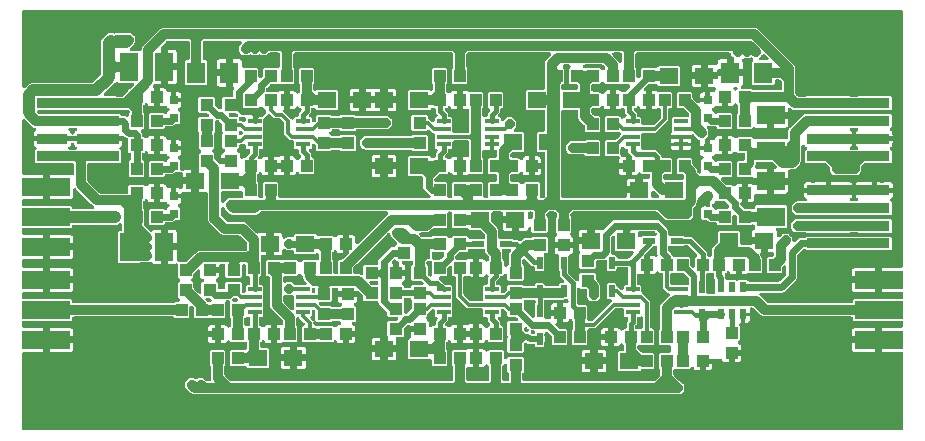
<source format=gbr>
G04 EAGLE Gerber RS-274X export*
G75*
%MOMM*%
%FSLAX34Y34*%
%LPD*%
%INTop Copper*%
%IPPOS*%
%AMOC8*
5,1,8,0,0,1.08239X$1,22.5*%
G01*
%ADD10R,4.060000X1.520000*%
%ADD11R,1.100000X1.000000*%
%ADD12R,1.600000X1.400000*%
%ADD13R,1.000000X1.100000*%
%ADD14R,0.500000X1.050000*%
%ADD15R,1.050000X0.500000*%
%ADD16R,1.200000X0.400000*%
%ADD17R,0.600000X0.900000*%
%ADD18R,0.800000X0.800000*%
%ADD19R,2.400000X1.600000*%
%ADD20R,1.600000X1.800000*%
%ADD21R,2.650000X0.850000*%
%ADD22R,3.550000X0.850000*%
%ADD23R,1.600000X2.400000*%
%ADD24C,6.000000*%
%ADD25P,0.872839X8X22.500000*%
%ADD26C,0.508000*%
%ADD27C,0.812800*%
%ADD28C,0.609600*%
%ADD29C,1.016000*%
%ADD30P,0.818720X8X22.500000*%
%ADD31C,0.152400*%
%ADD32C,0.304800*%
%ADD33C,0.406400*%
%ADD34C,0.812800*%

G36*
X664250Y367796D02*
X664250Y367796D01*
X664276Y367794D01*
X664423Y367816D01*
X664570Y367833D01*
X664595Y367841D01*
X664621Y367845D01*
X664759Y367900D01*
X664898Y367950D01*
X664920Y367964D01*
X664945Y367974D01*
X665066Y368059D01*
X665191Y368139D01*
X665209Y368158D01*
X665231Y368173D01*
X665330Y368283D01*
X665433Y368390D01*
X665447Y368412D01*
X665464Y368432D01*
X665536Y368562D01*
X665612Y368689D01*
X665620Y368714D01*
X665633Y368737D01*
X665673Y368880D01*
X665718Y369021D01*
X665720Y369047D01*
X665728Y369072D01*
X665747Y369316D01*
X665747Y432836D01*
X665744Y432862D01*
X665746Y432888D01*
X665724Y433035D01*
X665707Y433182D01*
X665699Y433207D01*
X665695Y433233D01*
X665640Y433371D01*
X665590Y433510D01*
X665576Y433532D01*
X665566Y433557D01*
X665481Y433678D01*
X665401Y433803D01*
X665382Y433821D01*
X665367Y433843D01*
X665257Y433942D01*
X665150Y434045D01*
X665128Y434059D01*
X665108Y434076D01*
X664978Y434148D01*
X664851Y434224D01*
X664826Y434232D01*
X664803Y434245D01*
X664660Y434285D01*
X664519Y434330D01*
X664493Y434332D01*
X664468Y434340D01*
X664224Y434359D01*
X648207Y434359D01*
X648207Y442976D01*
X648204Y443002D01*
X648206Y443028D01*
X648184Y443175D01*
X648167Y443322D01*
X648158Y443347D01*
X648155Y443373D01*
X648100Y443511D01*
X648050Y443650D01*
X648036Y443672D01*
X648026Y443697D01*
X647941Y443818D01*
X647861Y443943D01*
X647842Y443961D01*
X647827Y443983D01*
X647717Y444082D01*
X647610Y444185D01*
X647588Y444199D01*
X647568Y444216D01*
X647438Y444288D01*
X647311Y444364D01*
X647286Y444372D01*
X647263Y444385D01*
X647120Y444425D01*
X646979Y444470D01*
X646953Y444472D01*
X646928Y444480D01*
X646684Y444499D01*
X645159Y444499D01*
X645159Y444501D01*
X646684Y444501D01*
X646710Y444504D01*
X646736Y444502D01*
X646883Y444524D01*
X647030Y444541D01*
X647055Y444550D01*
X647081Y444553D01*
X647219Y444608D01*
X647358Y444658D01*
X647380Y444672D01*
X647405Y444682D01*
X647526Y444767D01*
X647651Y444847D01*
X647669Y444866D01*
X647691Y444881D01*
X647790Y444991D01*
X647893Y445098D01*
X647907Y445120D01*
X647924Y445140D01*
X647996Y445270D01*
X648072Y445397D01*
X648080Y445422D01*
X648093Y445445D01*
X648133Y445588D01*
X648178Y445729D01*
X648180Y445755D01*
X648188Y445780D01*
X648207Y446024D01*
X648207Y454641D01*
X664224Y454641D01*
X664250Y454644D01*
X664276Y454642D01*
X664423Y454664D01*
X664570Y454681D01*
X664595Y454689D01*
X664621Y454693D01*
X664759Y454748D01*
X664898Y454798D01*
X664920Y454812D01*
X664945Y454822D01*
X665066Y454907D01*
X665191Y454987D01*
X665209Y455006D01*
X665231Y455021D01*
X665330Y455131D01*
X665433Y455238D01*
X665447Y455260D01*
X665464Y455280D01*
X665536Y455410D01*
X665612Y455537D01*
X665620Y455562D01*
X665633Y455585D01*
X665673Y455728D01*
X665718Y455869D01*
X665720Y455895D01*
X665728Y455920D01*
X665747Y456164D01*
X665747Y459252D01*
X665744Y459278D01*
X665746Y459304D01*
X665724Y459451D01*
X665707Y459598D01*
X665699Y459623D01*
X665695Y459649D01*
X665640Y459786D01*
X665590Y459926D01*
X665576Y459948D01*
X665566Y459973D01*
X665481Y460094D01*
X665401Y460219D01*
X665382Y460237D01*
X665367Y460259D01*
X665257Y460358D01*
X665150Y460461D01*
X665128Y460475D01*
X665108Y460492D01*
X664978Y460564D01*
X664851Y460640D01*
X664826Y460648D01*
X664803Y460661D01*
X664660Y460701D01*
X664519Y460746D01*
X664493Y460748D01*
X664468Y460756D01*
X664224Y460775D01*
X624228Y460775D01*
X623335Y461668D01*
X623335Y462788D01*
X623332Y462814D01*
X623334Y462840D01*
X623312Y462987D01*
X623295Y463134D01*
X623287Y463159D01*
X623283Y463185D01*
X623228Y463323D01*
X623178Y463462D01*
X623164Y463484D01*
X623154Y463509D01*
X623069Y463630D01*
X622989Y463755D01*
X622970Y463773D01*
X622955Y463795D01*
X622845Y463894D01*
X622738Y463997D01*
X622716Y464011D01*
X622696Y464028D01*
X622566Y464100D01*
X622439Y464176D01*
X622414Y464184D01*
X622391Y464197D01*
X622248Y464237D01*
X622107Y464282D01*
X622081Y464284D01*
X622056Y464292D01*
X621812Y464311D01*
X547528Y464311D01*
X545474Y465162D01*
X539151Y471485D01*
X539052Y471564D01*
X538958Y471648D01*
X538916Y471672D01*
X538878Y471702D01*
X538764Y471756D01*
X538653Y471817D01*
X538607Y471830D01*
X538563Y471851D01*
X538440Y471877D01*
X538318Y471912D01*
X538257Y471917D01*
X538222Y471924D01*
X538174Y471923D01*
X538074Y471931D01*
X537264Y471931D01*
X537238Y471928D01*
X537212Y471930D01*
X537065Y471908D01*
X536918Y471891D01*
X536893Y471883D01*
X536867Y471879D01*
X536729Y471824D01*
X536590Y471774D01*
X536568Y471760D01*
X536543Y471750D01*
X536422Y471665D01*
X536297Y471585D01*
X536279Y471566D01*
X536257Y471551D01*
X536158Y471441D01*
X536055Y471334D01*
X536041Y471312D01*
X536024Y471292D01*
X535952Y471162D01*
X535876Y471035D01*
X535868Y471010D01*
X535855Y470987D01*
X535815Y470844D01*
X535770Y470703D01*
X535768Y470677D01*
X535760Y470652D01*
X535741Y470408D01*
X535741Y467543D01*
X530200Y467543D01*
X530174Y467540D01*
X530148Y467542D01*
X530001Y467520D01*
X529854Y467504D01*
X529829Y467495D01*
X529803Y467491D01*
X529666Y467436D01*
X529526Y467386D01*
X529504Y467372D01*
X529480Y467362D01*
X529358Y467278D01*
X529233Y467197D01*
X529215Y467178D01*
X529193Y467163D01*
X529094Y467053D01*
X528991Y466946D01*
X528977Y466923D01*
X528959Y466904D01*
X528888Y466774D01*
X528812Y466647D01*
X528804Y466622D01*
X528791Y466599D01*
X528751Y466456D01*
X528705Y466315D01*
X528703Y466289D01*
X528696Y466263D01*
X528677Y466020D01*
X528677Y458979D01*
X528514Y458979D01*
X528415Y458968D01*
X528314Y458966D01*
X528242Y458948D01*
X528168Y458939D01*
X528074Y458906D01*
X527976Y458881D01*
X527910Y458847D01*
X527840Y458822D01*
X527756Y458767D01*
X527666Y458721D01*
X527610Y458673D01*
X527547Y458633D01*
X527478Y458561D01*
X527401Y458496D01*
X527357Y458436D01*
X527305Y458382D01*
X527254Y458296D01*
X527194Y458215D01*
X527164Y458147D01*
X527126Y458083D01*
X527096Y457988D01*
X527056Y457895D01*
X527043Y457822D01*
X527020Y457751D01*
X527012Y457651D01*
X526994Y457552D01*
X526998Y457478D01*
X526992Y457404D01*
X527007Y457305D01*
X527012Y457204D01*
X527033Y457133D01*
X527044Y457059D01*
X527081Y456966D01*
X527109Y456869D01*
X527145Y456804D01*
X527173Y456735D01*
X527230Y456653D01*
X527279Y456565D01*
X527344Y456489D01*
X527371Y456449D01*
X527398Y456425D01*
X527437Y456379D01*
X527725Y456092D01*
X527725Y444828D01*
X526783Y443887D01*
X526666Y443845D01*
X526523Y443799D01*
X526502Y443786D01*
X526479Y443778D01*
X526353Y443697D01*
X526224Y443620D01*
X526207Y443602D01*
X526186Y443589D01*
X526082Y443481D01*
X525974Y443377D01*
X525961Y443356D01*
X525944Y443338D01*
X525867Y443210D01*
X525786Y443084D01*
X525777Y443060D01*
X525765Y443039D01*
X525719Y442897D01*
X525669Y442756D01*
X525666Y442731D01*
X525658Y442707D01*
X525646Y442558D01*
X525630Y442409D01*
X525633Y442384D01*
X525631Y442360D01*
X525653Y442212D01*
X525670Y442063D01*
X525679Y442040D01*
X525682Y442015D01*
X525738Y441876D01*
X525788Y441735D01*
X525802Y441714D01*
X525811Y441691D01*
X525896Y441569D01*
X525978Y441443D01*
X525996Y441425D01*
X526010Y441405D01*
X526121Y441305D01*
X526229Y441201D01*
X526250Y441188D01*
X526269Y441172D01*
X526400Y441099D01*
X526528Y441023D01*
X526557Y441013D01*
X526574Y441003D01*
X526619Y440990D01*
X526759Y440941D01*
X527181Y440828D01*
X527760Y440493D01*
X528233Y440020D01*
X528568Y439441D01*
X528741Y438795D01*
X528741Y435959D01*
X521676Y435959D01*
X521650Y435956D01*
X521624Y435958D01*
X521477Y435936D01*
X521330Y435919D01*
X521305Y435911D01*
X521279Y435907D01*
X521142Y435852D01*
X521002Y435802D01*
X520980Y435788D01*
X520955Y435778D01*
X520834Y435693D01*
X520709Y435613D01*
X520691Y435594D01*
X520669Y435579D01*
X520570Y435469D01*
X520467Y435362D01*
X520453Y435340D01*
X520436Y435320D01*
X520364Y435190D01*
X520288Y435063D01*
X520280Y435038D01*
X520267Y435015D01*
X520227Y434872D01*
X520182Y434731D01*
X520180Y434705D01*
X520173Y434680D01*
X520153Y434436D01*
X520153Y434007D01*
X519724Y434007D01*
X519698Y434004D01*
X519672Y434006D01*
X519525Y433984D01*
X519378Y433967D01*
X519353Y433958D01*
X519327Y433954D01*
X519189Y433900D01*
X519050Y433850D01*
X519028Y433835D01*
X519003Y433826D01*
X518882Y433741D01*
X518757Y433661D01*
X518739Y433642D01*
X518717Y433627D01*
X518618Y433517D01*
X518515Y433410D01*
X518501Y433387D01*
X518484Y433368D01*
X518412Y433238D01*
X518336Y433111D01*
X518328Y433086D01*
X518315Y433063D01*
X518275Y432920D01*
X518230Y432779D01*
X518227Y432753D01*
X518220Y432728D01*
X518201Y432484D01*
X518201Y425919D01*
X514865Y425919D01*
X514219Y426092D01*
X513640Y426427D01*
X513167Y426900D01*
X512788Y427557D01*
X512734Y427692D01*
X512733Y427693D01*
X512733Y427695D01*
X512636Y427833D01*
X512536Y427979D01*
X512535Y427980D01*
X512534Y427981D01*
X512409Y428093D01*
X512278Y428213D01*
X512276Y428213D01*
X512275Y428214D01*
X512125Y428297D01*
X511973Y428382D01*
X511971Y428382D01*
X511970Y428383D01*
X511801Y428431D01*
X511638Y428477D01*
X511636Y428477D01*
X511635Y428478D01*
X511391Y428497D01*
X497156Y428497D01*
X497130Y428494D01*
X497104Y428496D01*
X496957Y428474D01*
X496810Y428457D01*
X496785Y428449D01*
X496759Y428445D01*
X496622Y428390D01*
X496482Y428340D01*
X496460Y428326D01*
X496435Y428316D01*
X496314Y428231D01*
X496189Y428151D01*
X496171Y428132D01*
X496149Y428117D01*
X496050Y428007D01*
X495947Y427900D01*
X495933Y427878D01*
X495916Y427858D01*
X495844Y427728D01*
X495768Y427601D01*
X495760Y427576D01*
X495747Y427553D01*
X495707Y427410D01*
X495662Y427269D01*
X495662Y427267D01*
X495204Y427267D01*
X495178Y427264D01*
X495152Y427266D01*
X495005Y427244D01*
X494858Y427227D01*
X494833Y427218D01*
X494807Y427214D01*
X494669Y427160D01*
X494530Y427110D01*
X494508Y427095D01*
X494483Y427086D01*
X494362Y427001D01*
X494237Y426921D01*
X494219Y426902D01*
X494197Y426887D01*
X494098Y426777D01*
X493995Y426670D01*
X493981Y426647D01*
X493964Y426628D01*
X493892Y426498D01*
X493816Y426371D01*
X493808Y426346D01*
X493795Y426323D01*
X493755Y426180D01*
X493710Y426039D01*
X493707Y426013D01*
X493700Y425988D01*
X493681Y425744D01*
X493681Y418679D01*
X490845Y418679D01*
X490199Y418852D01*
X489620Y419187D01*
X489147Y419660D01*
X488812Y420239D01*
X488699Y420661D01*
X488644Y420800D01*
X488594Y420941D01*
X488580Y420962D01*
X488571Y420985D01*
X488486Y421109D01*
X488405Y421234D01*
X488387Y421252D01*
X488373Y421272D01*
X488262Y421372D01*
X488154Y421476D01*
X488133Y421489D01*
X488114Y421506D01*
X487984Y421579D01*
X487855Y421655D01*
X487831Y421663D01*
X487810Y421675D01*
X487666Y421716D01*
X487523Y421762D01*
X487498Y421764D01*
X487475Y421770D01*
X487325Y421778D01*
X487176Y421790D01*
X487151Y421786D01*
X487126Y421787D01*
X486979Y421760D01*
X486831Y421738D01*
X486808Y421729D01*
X486784Y421724D01*
X486646Y421664D01*
X486507Y421609D01*
X486487Y421595D01*
X486464Y421585D01*
X486343Y421495D01*
X486221Y421410D01*
X486205Y421392D01*
X486185Y421377D01*
X486088Y421262D01*
X485988Y421151D01*
X485976Y421130D01*
X485960Y421111D01*
X485891Y420977D01*
X485819Y420846D01*
X485812Y420822D01*
X485801Y420800D01*
X485765Y420655D01*
X485763Y420646D01*
X484812Y419695D01*
X473354Y419695D01*
X473301Y419720D01*
X473203Y419741D01*
X473107Y419772D01*
X473033Y419778D01*
X472961Y419794D01*
X472860Y419792D01*
X472760Y419800D01*
X472686Y419789D01*
X472612Y419788D01*
X472515Y419763D01*
X472415Y419748D01*
X472346Y419721D01*
X472274Y419703D01*
X472185Y419657D01*
X472091Y419619D01*
X472030Y419577D01*
X471964Y419543D01*
X471888Y419478D01*
X471805Y419421D01*
X471755Y419365D01*
X471699Y419317D01*
X471639Y419236D01*
X471572Y419162D01*
X471536Y419097D01*
X471492Y419037D01*
X471452Y418945D01*
X471403Y418857D01*
X471383Y418785D01*
X471354Y418717D01*
X471336Y418618D01*
X471308Y418521D01*
X471300Y418421D01*
X471292Y418374D01*
X471294Y418338D01*
X471289Y418278D01*
X471289Y415306D01*
X471303Y415180D01*
X471310Y415054D01*
X471323Y415008D01*
X471329Y414960D01*
X471371Y414841D01*
X471406Y414719D01*
X471430Y414677D01*
X471446Y414632D01*
X471515Y414525D01*
X471576Y414415D01*
X471616Y414369D01*
X471635Y414339D01*
X471670Y414305D01*
X471735Y414229D01*
X476101Y409863D01*
X476200Y409784D01*
X476294Y409700D01*
X476336Y409676D01*
X476374Y409646D01*
X476488Y409592D01*
X476599Y409531D01*
X476645Y409518D01*
X476689Y409497D01*
X476812Y409471D01*
X476934Y409436D01*
X476995Y409431D01*
X477030Y409424D01*
X477078Y409425D01*
X477178Y409417D01*
X477282Y409417D01*
X477854Y408844D01*
X477856Y408843D01*
X477857Y408841D01*
X477988Y408738D01*
X478074Y408670D01*
X479782Y406961D01*
X479803Y406924D01*
X479805Y406922D01*
X479806Y406920D01*
X479964Y406734D01*
X480537Y406162D01*
X480537Y405352D01*
X480537Y405350D01*
X480537Y405348D01*
X480557Y405176D01*
X480569Y405074D01*
X480569Y402657D01*
X480557Y402616D01*
X480557Y402614D01*
X480556Y402612D01*
X480537Y402368D01*
X480537Y401558D01*
X479964Y400986D01*
X479963Y400984D01*
X479961Y400983D01*
X479856Y400849D01*
X479790Y400766D01*
X478081Y399058D01*
X478044Y399037D01*
X478042Y399035D01*
X478040Y399034D01*
X477854Y398876D01*
X477282Y398303D01*
X476472Y398303D01*
X476470Y398303D01*
X476468Y398303D01*
X476296Y398283D01*
X476194Y398271D01*
X64928Y398271D01*
X62874Y399122D01*
X58698Y403299D01*
X58677Y403336D01*
X58675Y403338D01*
X58674Y403340D01*
X58516Y403526D01*
X57943Y404098D01*
X57943Y404908D01*
X57943Y404910D01*
X57943Y404912D01*
X57923Y405084D01*
X57911Y405186D01*
X57911Y407603D01*
X57923Y407644D01*
X57923Y407646D01*
X57924Y407648D01*
X57943Y407892D01*
X57943Y408702D01*
X58516Y409274D01*
X58517Y409276D01*
X58519Y409277D01*
X58622Y409408D01*
X58690Y409494D01*
X60399Y411202D01*
X60436Y411223D01*
X60438Y411225D01*
X60440Y411226D01*
X60626Y411384D01*
X61198Y411957D01*
X62008Y411957D01*
X62010Y411957D01*
X62012Y411957D01*
X62184Y411977D01*
X62286Y411989D01*
X64703Y411989D01*
X64744Y411977D01*
X64746Y411977D01*
X64748Y411976D01*
X64992Y411957D01*
X65802Y411957D01*
X66233Y411525D01*
X66253Y411509D01*
X66270Y411489D01*
X66389Y411401D01*
X66506Y411309D01*
X66530Y411298D01*
X66551Y411282D01*
X66687Y411223D01*
X66821Y411160D01*
X66847Y411154D01*
X66871Y411144D01*
X67017Y411118D01*
X67162Y411087D01*
X67188Y411087D01*
X67214Y411082D01*
X67362Y411090D01*
X67510Y411093D01*
X67536Y411099D01*
X67562Y411100D01*
X67704Y411141D01*
X67848Y411178D01*
X67871Y411190D01*
X67897Y411197D01*
X68026Y411269D01*
X68158Y411337D01*
X68178Y411354D01*
X68201Y411367D01*
X68387Y411525D01*
X68818Y411957D01*
X69628Y411957D01*
X69630Y411957D01*
X69632Y411957D01*
X69804Y411977D01*
X69906Y411989D01*
X72323Y411989D01*
X72364Y411977D01*
X72366Y411977D01*
X72368Y411976D01*
X72612Y411957D01*
X73422Y411957D01*
X73994Y411384D01*
X73996Y411383D01*
X73997Y411381D01*
X74128Y411278D01*
X74214Y411210D01*
X75529Y409895D01*
X75628Y409816D01*
X75722Y409732D01*
X75764Y409708D01*
X75802Y409678D01*
X75916Y409624D01*
X76027Y409563D01*
X76073Y409550D01*
X76117Y409529D01*
X76240Y409503D01*
X76362Y409468D01*
X76423Y409463D01*
X76458Y409456D01*
X76506Y409457D01*
X76606Y409449D01*
X78368Y409449D01*
X78394Y409452D01*
X78420Y409450D01*
X78567Y409472D01*
X78714Y409489D01*
X78739Y409497D01*
X78765Y409501D01*
X78903Y409556D01*
X79042Y409606D01*
X79064Y409620D01*
X79089Y409630D01*
X79210Y409715D01*
X79335Y409795D01*
X79353Y409814D01*
X79375Y409829D01*
X79474Y409939D01*
X79577Y410046D01*
X79591Y410068D01*
X79608Y410088D01*
X79680Y410218D01*
X79756Y410345D01*
X79764Y410370D01*
X79777Y410393D01*
X79817Y410536D01*
X79862Y410677D01*
X79864Y410703D01*
X79872Y410728D01*
X79891Y410972D01*
X79891Y421562D01*
X79877Y421687D01*
X79870Y421813D01*
X79857Y421860D01*
X79851Y421908D01*
X79809Y422027D01*
X79774Y422148D01*
X79750Y422190D01*
X79734Y422236D01*
X79665Y422342D01*
X79604Y422452D01*
X79564Y422499D01*
X79545Y422529D01*
X79510Y422562D01*
X79445Y422639D01*
X78955Y423128D01*
X78955Y435392D01*
X79848Y436285D01*
X91112Y436285D01*
X92005Y435392D01*
X92005Y423128D01*
X91515Y422639D01*
X91436Y422539D01*
X91352Y422446D01*
X91328Y422404D01*
X91298Y422366D01*
X91244Y422251D01*
X91183Y422141D01*
X91170Y422094D01*
X91149Y422051D01*
X91123Y421927D01*
X91088Y421805D01*
X91083Y421745D01*
X91076Y421710D01*
X91077Y421662D01*
X91069Y421562D01*
X91069Y415306D01*
X91083Y415180D01*
X91090Y415054D01*
X91103Y415008D01*
X91109Y414960D01*
X91151Y414841D01*
X91186Y414719D01*
X91210Y414677D01*
X91226Y414632D01*
X91295Y414525D01*
X91356Y414415D01*
X91396Y414369D01*
X91415Y414339D01*
X91450Y414305D01*
X91515Y414229D01*
X95849Y409895D01*
X95948Y409816D01*
X96042Y409732D01*
X96084Y409708D01*
X96122Y409678D01*
X96236Y409624D01*
X96347Y409563D01*
X96393Y409550D01*
X96437Y409529D01*
X96560Y409503D01*
X96682Y409468D01*
X96743Y409463D01*
X96778Y409456D01*
X96826Y409457D01*
X96926Y409449D01*
X283328Y409449D01*
X283354Y409452D01*
X283380Y409450D01*
X283527Y409472D01*
X283674Y409489D01*
X283699Y409497D01*
X283725Y409501D01*
X283863Y409556D01*
X284002Y409606D01*
X284024Y409620D01*
X284049Y409630D01*
X284170Y409715D01*
X284295Y409795D01*
X284313Y409814D01*
X284335Y409829D01*
X284434Y409939D01*
X284537Y410046D01*
X284551Y410068D01*
X284568Y410088D01*
X284640Y410218D01*
X284716Y410345D01*
X284724Y410370D01*
X284737Y410393D01*
X284777Y410536D01*
X284822Y410677D01*
X284824Y410703D01*
X284832Y410728D01*
X284851Y410972D01*
X284851Y421561D01*
X284837Y421687D01*
X284830Y421813D01*
X284817Y421860D01*
X284811Y421908D01*
X284769Y422027D01*
X284734Y422148D01*
X284710Y422190D01*
X284694Y422236D01*
X284625Y422342D01*
X284564Y422452D01*
X284524Y422499D01*
X284505Y422529D01*
X284470Y422562D01*
X284405Y422639D01*
X283915Y423128D01*
X283915Y435392D01*
X284808Y436285D01*
X296437Y436285D01*
X296538Y436296D01*
X296640Y436298D01*
X296711Y436316D01*
X296784Y436325D01*
X296879Y436359D01*
X296978Y436384D01*
X297067Y436426D01*
X297112Y436442D01*
X297142Y436462D01*
X297199Y436489D01*
X297439Y436628D01*
X298085Y436801D01*
X301421Y436801D01*
X301421Y430236D01*
X301423Y430214D01*
X301422Y430194D01*
X301422Y430190D01*
X301422Y430184D01*
X301444Y430037D01*
X301461Y429890D01*
X301469Y429865D01*
X301473Y429839D01*
X301528Y429702D01*
X301578Y429562D01*
X301592Y429540D01*
X301602Y429515D01*
X301687Y429394D01*
X301767Y429269D01*
X301780Y429257D01*
X301735Y429210D01*
X301721Y429187D01*
X301704Y429168D01*
X301632Y429038D01*
X301556Y428911D01*
X301548Y428886D01*
X301535Y428863D01*
X301495Y428720D01*
X301450Y428579D01*
X301447Y428553D01*
X301440Y428528D01*
X301421Y428284D01*
X301421Y421719D01*
X298086Y421719D01*
X297946Y421757D01*
X297896Y421764D01*
X297847Y421780D01*
X297724Y421790D01*
X297602Y421808D01*
X297551Y421804D01*
X297500Y421808D01*
X297378Y421789D01*
X297254Y421779D01*
X297206Y421763D01*
X297155Y421756D01*
X297040Y421710D01*
X296923Y421672D01*
X296879Y421646D01*
X296831Y421627D01*
X296730Y421557D01*
X296624Y421493D01*
X296587Y421457D01*
X296545Y421428D01*
X296462Y421336D01*
X296374Y421250D01*
X296346Y421207D01*
X296312Y421169D01*
X296252Y421061D01*
X296185Y420957D01*
X296168Y420909D01*
X296143Y420864D01*
X296110Y420745D01*
X296068Y420629D01*
X296062Y420578D01*
X296048Y420529D01*
X296029Y420285D01*
X296029Y410972D01*
X296032Y410946D01*
X296030Y410920D01*
X296052Y410773D01*
X296069Y410626D01*
X296077Y410601D01*
X296081Y410575D01*
X296136Y410437D01*
X296186Y410298D01*
X296200Y410276D01*
X296210Y410251D01*
X296295Y410130D01*
X296375Y410005D01*
X296394Y409987D01*
X296409Y409965D01*
X296519Y409866D01*
X296626Y409763D01*
X296648Y409749D01*
X296668Y409732D01*
X296798Y409660D01*
X296925Y409584D01*
X296950Y409576D01*
X296973Y409563D01*
X297116Y409523D01*
X297257Y409478D01*
X297283Y409476D01*
X297308Y409468D01*
X297552Y409449D01*
X313808Y409449D01*
X313834Y409452D01*
X313860Y409450D01*
X314007Y409472D01*
X314154Y409489D01*
X314179Y409497D01*
X314205Y409501D01*
X314343Y409556D01*
X314482Y409606D01*
X314504Y409620D01*
X314529Y409630D01*
X314650Y409715D01*
X314775Y409795D01*
X314793Y409814D01*
X314815Y409829D01*
X314914Y409939D01*
X315017Y410046D01*
X315031Y410068D01*
X315048Y410088D01*
X315120Y410218D01*
X315196Y410345D01*
X315204Y410370D01*
X315217Y410393D01*
X315257Y410536D01*
X315302Y410677D01*
X315304Y410703D01*
X315312Y410728D01*
X315331Y410972D01*
X315331Y421562D01*
X315317Y421687D01*
X315310Y421813D01*
X315297Y421860D01*
X315291Y421908D01*
X315249Y422027D01*
X315214Y422148D01*
X315190Y422190D01*
X315174Y422236D01*
X315105Y422342D01*
X315044Y422452D01*
X315004Y422499D01*
X314985Y422529D01*
X314950Y422562D01*
X314885Y422639D01*
X314091Y423433D01*
X314051Y423465D01*
X314016Y423503D01*
X313915Y423573D01*
X313818Y423650D01*
X313771Y423672D01*
X313729Y423701D01*
X313614Y423746D01*
X313502Y423799D01*
X313453Y423809D01*
X313405Y423828D01*
X313283Y423846D01*
X313162Y423872D01*
X313111Y423871D01*
X313060Y423879D01*
X312937Y423868D01*
X312813Y423866D01*
X312764Y423854D01*
X312713Y423849D01*
X312595Y423811D01*
X312475Y423781D01*
X312430Y423758D01*
X312381Y423742D01*
X312276Y423678D01*
X312165Y423621D01*
X312127Y423588D01*
X312083Y423562D01*
X311994Y423476D01*
X311900Y423396D01*
X311870Y423355D01*
X311833Y423319D01*
X311694Y423118D01*
X311693Y423115D01*
X311453Y422700D01*
X310980Y422227D01*
X310401Y421892D01*
X309755Y421719D01*
X306419Y421719D01*
X306419Y428284D01*
X306416Y428310D01*
X306418Y428336D01*
X306396Y428483D01*
X306379Y428630D01*
X306371Y428655D01*
X306367Y428681D01*
X306312Y428818D01*
X306262Y428958D01*
X306248Y428980D01*
X306238Y429005D01*
X306153Y429126D01*
X306073Y429251D01*
X306060Y429263D01*
X306105Y429310D01*
X306119Y429333D01*
X306136Y429352D01*
X306208Y429482D01*
X306284Y429609D01*
X306292Y429634D01*
X306305Y429657D01*
X306345Y429800D01*
X306390Y429941D01*
X306392Y429967D01*
X306400Y429992D01*
X306419Y430236D01*
X306419Y436801D01*
X309755Y436801D01*
X310401Y436628D01*
X310980Y436293D01*
X311453Y435820D01*
X311694Y435402D01*
X311725Y435361D01*
X311748Y435316D01*
X311828Y435222D01*
X311902Y435122D01*
X311941Y435089D01*
X311974Y435051D01*
X312073Y434977D01*
X312168Y434897D01*
X312213Y434874D01*
X312254Y434843D01*
X312368Y434794D01*
X312478Y434738D01*
X312527Y434726D01*
X312574Y434705D01*
X312696Y434684D01*
X312816Y434654D01*
X312867Y434653D01*
X312917Y434644D01*
X313041Y434650D01*
X313164Y434648D01*
X313214Y434659D01*
X313265Y434662D01*
X313384Y434696D01*
X313505Y434722D01*
X313551Y434744D01*
X313600Y434758D01*
X313708Y434819D01*
X313820Y434872D01*
X313860Y434903D01*
X313904Y434928D01*
X314091Y435087D01*
X314788Y435785D01*
X327052Y435785D01*
X328185Y434651D01*
X328147Y434601D01*
X328108Y434509D01*
X328059Y434421D01*
X328039Y434349D01*
X328009Y434281D01*
X327992Y434182D01*
X327964Y434085D01*
X327956Y433985D01*
X327948Y433938D01*
X327950Y433902D01*
X327945Y433842D01*
X327945Y429758D01*
X327956Y429659D01*
X327958Y429558D01*
X327976Y429486D01*
X327985Y429412D01*
X328018Y429318D01*
X328043Y429220D01*
X328077Y429154D01*
X328102Y429084D01*
X328157Y429000D01*
X328203Y428910D01*
X328251Y428854D01*
X328291Y428791D01*
X328363Y428722D01*
X328428Y428645D01*
X328488Y428601D01*
X328542Y428549D01*
X328628Y428498D01*
X328709Y428438D01*
X328777Y428408D01*
X328841Y428370D01*
X328937Y428340D01*
X329029Y428300D01*
X329102Y428287D01*
X329173Y428264D01*
X329273Y428256D01*
X329372Y428238D01*
X329446Y428242D01*
X329520Y428236D01*
X329620Y428251D01*
X329720Y428256D01*
X329791Y428277D01*
X329865Y428288D01*
X329958Y428325D01*
X330055Y428353D01*
X330120Y428389D01*
X330189Y428417D01*
X330271Y428474D01*
X330359Y428523D01*
X330435Y428588D01*
X330475Y428615D01*
X330499Y428642D01*
X330545Y428681D01*
X331688Y429825D01*
X343952Y429825D01*
X344845Y428932D01*
X344845Y417668D01*
X343855Y416679D01*
X343776Y416580D01*
X343692Y416486D01*
X343668Y416443D01*
X343638Y416406D01*
X343584Y416291D01*
X343523Y416181D01*
X343510Y416134D01*
X343489Y416090D01*
X343463Y415967D01*
X343428Y415845D01*
X343423Y415785D01*
X343416Y415750D01*
X343417Y415702D01*
X343409Y415601D01*
X343409Y410972D01*
X343412Y410946D01*
X343410Y410920D01*
X343432Y410773D01*
X343449Y410626D01*
X343457Y410601D01*
X343461Y410575D01*
X343516Y410437D01*
X343566Y410298D01*
X343580Y410276D01*
X343590Y410251D01*
X343675Y410130D01*
X343755Y410005D01*
X343774Y409987D01*
X343789Y409965D01*
X343899Y409866D01*
X344006Y409763D01*
X344028Y409749D01*
X344048Y409732D01*
X344178Y409660D01*
X344305Y409584D01*
X344330Y409576D01*
X344353Y409563D01*
X344496Y409523D01*
X344637Y409478D01*
X344663Y409476D01*
X344688Y409468D01*
X344932Y409449D01*
X454254Y409449D01*
X454380Y409463D01*
X454506Y409470D01*
X454552Y409483D01*
X454600Y409489D01*
X454719Y409531D01*
X454841Y409566D01*
X454883Y409590D01*
X454928Y409606D01*
X455035Y409675D01*
X455145Y409736D01*
X455191Y409776D01*
X455221Y409795D01*
X455255Y409830D01*
X455331Y409895D01*
X459665Y414229D01*
X459744Y414328D01*
X459828Y414422D01*
X459852Y414464D01*
X459882Y414502D01*
X459936Y414616D01*
X459997Y414727D01*
X460010Y414773D01*
X460031Y414817D01*
X460057Y414940D01*
X460092Y415062D01*
X460097Y415123D01*
X460104Y415158D01*
X460103Y415206D01*
X460111Y415306D01*
X460111Y419021D01*
X460097Y419147D01*
X460090Y419273D01*
X460077Y419320D01*
X460071Y419368D01*
X460029Y419487D01*
X459994Y419608D01*
X459970Y419650D01*
X459954Y419696D01*
X459885Y419802D01*
X459824Y419912D01*
X459784Y419959D01*
X459765Y419989D01*
X459730Y420022D01*
X459665Y420099D01*
X459175Y420588D01*
X459175Y432852D01*
X460068Y433745D01*
X467614Y433745D01*
X467640Y433748D01*
X467666Y433746D01*
X467813Y433768D01*
X467960Y433785D01*
X467985Y433793D01*
X468011Y433797D01*
X468149Y433852D01*
X468288Y433902D01*
X468310Y433916D01*
X468335Y433926D01*
X468456Y434011D01*
X468581Y434091D01*
X468599Y434110D01*
X468621Y434125D01*
X468720Y434235D01*
X468823Y434342D01*
X468837Y434364D01*
X468854Y434384D01*
X468926Y434514D01*
X469002Y434641D01*
X469010Y434666D01*
X469023Y434689D01*
X469063Y434832D01*
X469108Y434973D01*
X469110Y434999D01*
X469118Y435024D01*
X469137Y435268D01*
X469137Y438492D01*
X469134Y438518D01*
X469136Y438544D01*
X469114Y438691D01*
X469097Y438838D01*
X469089Y438863D01*
X469085Y438889D01*
X469030Y439027D01*
X468980Y439166D01*
X468966Y439188D01*
X468956Y439213D01*
X468871Y439334D01*
X468791Y439459D01*
X468772Y439477D01*
X468757Y439499D01*
X468647Y439598D01*
X468540Y439701D01*
X468518Y439715D01*
X468498Y439732D01*
X468368Y439804D01*
X468241Y439880D01*
X468216Y439888D01*
X468193Y439901D01*
X468050Y439941D01*
X467909Y439986D01*
X467883Y439988D01*
X467858Y439996D01*
X467614Y440015D01*
X460068Y440015D01*
X459175Y440908D01*
X459175Y453172D01*
X459665Y453661D01*
X459744Y453760D01*
X459828Y453854D01*
X459852Y453897D01*
X459882Y453934D01*
X459936Y454049D01*
X459997Y454159D01*
X460010Y454206D01*
X460031Y454250D01*
X460057Y454373D01*
X460092Y454495D01*
X460097Y454555D01*
X460104Y454590D01*
X460103Y454638D01*
X460111Y454739D01*
X460111Y472784D01*
X460962Y474838D01*
X462748Y476625D01*
X462749Y476625D01*
X466595Y480471D01*
X467745Y481621D01*
X467807Y481700D01*
X467877Y481772D01*
X467915Y481836D01*
X467961Y481894D01*
X468004Y481985D01*
X468056Y482071D01*
X468078Y482142D01*
X468110Y482209D01*
X468131Y482307D01*
X468162Y482403D01*
X468168Y482477D01*
X468184Y482550D01*
X468182Y482650D01*
X468190Y482750D01*
X468179Y482824D01*
X468178Y482898D01*
X468153Y482995D01*
X468138Y483095D01*
X468111Y483164D01*
X468093Y483236D01*
X468047Y483325D01*
X468009Y483419D01*
X467967Y483480D01*
X467933Y483546D01*
X467868Y483622D01*
X467811Y483705D01*
X467755Y483755D01*
X467707Y483811D01*
X467626Y483871D01*
X467552Y483938D01*
X467487Y483974D01*
X467427Y484019D01*
X467335Y484058D01*
X467247Y484107D01*
X467175Y484127D01*
X467107Y484157D01*
X467008Y484174D01*
X466911Y484202D01*
X466811Y484210D01*
X466764Y484218D01*
X466728Y484216D01*
X466668Y484221D01*
X466507Y484221D01*
X462651Y488077D01*
X462651Y499952D01*
X462648Y499978D01*
X462650Y500004D01*
X462628Y500151D01*
X462611Y500298D01*
X462603Y500323D01*
X462599Y500349D01*
X462544Y500487D01*
X462494Y500626D01*
X462480Y500648D01*
X462470Y500673D01*
X462385Y500794D01*
X462305Y500919D01*
X462286Y500937D01*
X462271Y500959D01*
X462161Y501058D01*
X462054Y501161D01*
X462032Y501175D01*
X462012Y501192D01*
X461883Y501264D01*
X461755Y501340D01*
X461730Y501348D01*
X461707Y501361D01*
X461564Y501401D01*
X461423Y501446D01*
X461397Y501448D01*
X461372Y501456D01*
X461128Y501475D01*
X459568Y501475D01*
X458871Y502173D01*
X458830Y502205D01*
X458796Y502243D01*
X458695Y502313D01*
X458598Y502390D01*
X458551Y502412D01*
X458509Y502441D01*
X458394Y502486D01*
X458282Y502539D01*
X458233Y502549D01*
X458185Y502568D01*
X458063Y502586D01*
X457942Y502612D01*
X457891Y502611D01*
X457840Y502619D01*
X457717Y502608D01*
X457593Y502606D01*
X457544Y502594D01*
X457493Y502589D01*
X457375Y502551D01*
X457255Y502521D01*
X457210Y502498D01*
X457161Y502482D01*
X457055Y502418D01*
X456946Y502361D01*
X456907Y502328D01*
X456863Y502302D01*
X456774Y502216D01*
X456680Y502136D01*
X456650Y502095D01*
X456613Y502059D01*
X456474Y501858D01*
X456233Y501440D01*
X455760Y500967D01*
X455181Y500632D01*
X454535Y500459D01*
X451199Y500459D01*
X451199Y507024D01*
X451196Y507050D01*
X451198Y507076D01*
X451176Y507223D01*
X451159Y507370D01*
X451151Y507395D01*
X451147Y507421D01*
X451092Y507558D01*
X451042Y507698D01*
X451028Y507720D01*
X451018Y507745D01*
X450933Y507866D01*
X450853Y507991D01*
X450840Y508003D01*
X450885Y508050D01*
X450899Y508073D01*
X450916Y508092D01*
X450988Y508222D01*
X451064Y508349D01*
X451072Y508374D01*
X451085Y508397D01*
X451125Y508540D01*
X451170Y508681D01*
X451172Y508707D01*
X451180Y508732D01*
X451199Y508976D01*
X451199Y515541D01*
X454535Y515541D01*
X455181Y515368D01*
X455640Y515102D01*
X455664Y515092D01*
X455685Y515078D01*
X455823Y515023D01*
X455960Y514964D01*
X455985Y514959D01*
X456009Y514950D01*
X456157Y514928D01*
X456303Y514901D01*
X456328Y514903D01*
X456354Y514899D01*
X456502Y514911D01*
X456651Y514919D01*
X456676Y514926D01*
X456701Y514928D01*
X456842Y514973D01*
X456986Y515015D01*
X457009Y515027D01*
X457033Y515035D01*
X457160Y515112D01*
X457291Y515184D01*
X457309Y515201D01*
X457331Y515215D01*
X457438Y515318D01*
X457548Y515419D01*
X457563Y515440D01*
X457581Y515457D01*
X457662Y515582D01*
X457746Y515705D01*
X457756Y515729D01*
X457770Y515751D01*
X457819Y515890D01*
X457874Y516030D01*
X457878Y516055D01*
X457886Y516079D01*
X457903Y516227D01*
X457924Y516375D01*
X457922Y516400D01*
X457925Y516425D01*
X457908Y516573D01*
X457895Y516722D01*
X457887Y516746D01*
X457884Y516772D01*
X457809Y517004D01*
X457707Y517250D01*
X457707Y522772D01*
X457704Y522798D01*
X457706Y522824D01*
X457684Y522971D01*
X457667Y523118D01*
X457659Y523143D01*
X457655Y523169D01*
X457600Y523307D01*
X457550Y523446D01*
X457536Y523468D01*
X457526Y523493D01*
X457441Y523614D01*
X457361Y523739D01*
X457342Y523757D01*
X457327Y523779D01*
X457217Y523878D01*
X457110Y523981D01*
X457088Y523995D01*
X457068Y524012D01*
X456938Y524084D01*
X456811Y524160D01*
X456786Y524168D01*
X456763Y524181D01*
X456620Y524221D01*
X456479Y524266D01*
X456453Y524268D01*
X456428Y524276D01*
X456184Y524295D01*
X454976Y524295D01*
X454851Y524281D01*
X454724Y524274D01*
X454678Y524261D01*
X454630Y524255D01*
X454511Y524213D01*
X454389Y524178D01*
X454347Y524154D01*
X454302Y524138D01*
X454196Y524069D01*
X454085Y524008D01*
X454039Y523968D01*
X454009Y523949D01*
X453976Y523914D01*
X453899Y523849D01*
X451307Y521257D01*
X446647Y516597D01*
X446580Y516513D01*
X446543Y516474D01*
X446535Y516461D01*
X446484Y516404D01*
X446460Y516362D01*
X446430Y516324D01*
X446376Y516210D01*
X446315Y516099D01*
X446302Y516052D01*
X446281Y516009D01*
X446255Y515885D01*
X446220Y515764D01*
X446215Y515703D01*
X446208Y515668D01*
X446209Y515620D01*
X446201Y515520D01*
X446201Y508976D01*
X446204Y508950D01*
X446202Y508924D01*
X446224Y508777D01*
X446241Y508630D01*
X446249Y508605D01*
X446253Y508579D01*
X446308Y508442D01*
X446358Y508302D01*
X446372Y508280D01*
X446382Y508255D01*
X446467Y508134D01*
X446547Y508009D01*
X446560Y507997D01*
X446515Y507950D01*
X446501Y507927D01*
X446484Y507908D01*
X446412Y507778D01*
X446336Y507651D01*
X446328Y507626D01*
X446315Y507603D01*
X446275Y507460D01*
X446230Y507319D01*
X446227Y507293D01*
X446220Y507268D01*
X446201Y507024D01*
X446201Y500459D01*
X442865Y500459D01*
X442174Y500644D01*
X442124Y500652D01*
X442075Y500668D01*
X441952Y500677D01*
X441829Y500696D01*
X441779Y500691D01*
X441728Y500695D01*
X441605Y500677D01*
X441482Y500667D01*
X441434Y500651D01*
X441383Y500644D01*
X441268Y500598D01*
X441150Y500560D01*
X441107Y500534D01*
X441059Y500515D01*
X440958Y500445D01*
X440852Y500381D01*
X440815Y500345D01*
X440773Y500316D01*
X440690Y500224D01*
X440601Y500138D01*
X440574Y500095D01*
X440540Y500057D01*
X440480Y499949D01*
X440413Y499845D01*
X440396Y499797D01*
X440371Y499752D01*
X440337Y499633D01*
X440296Y499517D01*
X440290Y499466D01*
X440276Y499417D01*
X440257Y499173D01*
X440257Y492318D01*
X440260Y492292D01*
X440258Y492266D01*
X440280Y492119D01*
X440297Y491972D01*
X440305Y491947D01*
X440309Y491921D01*
X440364Y491783D01*
X440414Y491644D01*
X440428Y491622D01*
X440438Y491597D01*
X440523Y491476D01*
X440603Y491351D01*
X440622Y491333D01*
X440637Y491311D01*
X440747Y491212D01*
X440854Y491109D01*
X440876Y491095D01*
X440896Y491078D01*
X441026Y491006D01*
X441153Y490930D01*
X441178Y490922D01*
X441201Y490909D01*
X441344Y490869D01*
X441485Y490824D01*
X441511Y490822D01*
X441536Y490814D01*
X441780Y490795D01*
X443332Y490795D01*
X444225Y489902D01*
X444225Y485278D01*
X444239Y485152D01*
X444246Y485026D01*
X444259Y484980D01*
X444265Y484932D01*
X444307Y484813D01*
X444342Y484691D01*
X444366Y484649D01*
X444382Y484603D01*
X444451Y484497D01*
X444512Y484387D01*
X444552Y484341D01*
X444571Y484311D01*
X444606Y484277D01*
X444671Y484201D01*
X451749Y477123D01*
X451749Y455588D01*
X451752Y455562D01*
X451750Y455536D01*
X451772Y455389D01*
X451789Y455242D01*
X451797Y455217D01*
X451801Y455191D01*
X451856Y455053D01*
X451906Y454914D01*
X451920Y454892D01*
X451930Y454867D01*
X452015Y454746D01*
X452095Y454621D01*
X452114Y454603D01*
X452129Y454581D01*
X452239Y454482D01*
X452346Y454379D01*
X452368Y454365D01*
X452388Y454348D01*
X452518Y454276D01*
X452645Y454200D01*
X452670Y454192D01*
X452693Y454179D01*
X452836Y454139D01*
X452977Y454094D01*
X453003Y454092D01*
X453028Y454084D01*
X453272Y454065D01*
X454332Y454065D01*
X455225Y453172D01*
X455225Y440908D01*
X454332Y440015D01*
X442874Y440015D01*
X442821Y440040D01*
X442723Y440061D01*
X442627Y440092D01*
X442553Y440098D01*
X442481Y440114D01*
X442380Y440112D01*
X442280Y440120D01*
X442206Y440109D01*
X442132Y440108D01*
X442035Y440083D01*
X441935Y440068D01*
X441866Y440041D01*
X441794Y440023D01*
X441705Y439977D01*
X441611Y439939D01*
X441550Y439897D01*
X441484Y439863D01*
X441408Y439798D01*
X441325Y439741D01*
X441275Y439685D01*
X441219Y439637D01*
X441159Y439556D01*
X441092Y439482D01*
X441056Y439417D01*
X441012Y439357D01*
X440972Y439265D01*
X440923Y439177D01*
X440903Y439105D01*
X440874Y439037D01*
X440856Y438938D01*
X440828Y438841D01*
X440820Y438741D01*
X440812Y438694D01*
X440814Y438658D01*
X440809Y438598D01*
X440809Y437286D01*
X440823Y437160D01*
X440830Y437034D01*
X440843Y436988D01*
X440849Y436940D01*
X440891Y436820D01*
X440926Y436699D01*
X440950Y436657D01*
X440966Y436612D01*
X441035Y436505D01*
X441096Y436395D01*
X441136Y436349D01*
X441155Y436319D01*
X441190Y436285D01*
X441255Y436209D01*
X441773Y435691D01*
X441872Y435612D01*
X441966Y435528D01*
X442008Y435504D01*
X442046Y435474D01*
X442160Y435420D01*
X442271Y435359D01*
X442317Y435346D01*
X442361Y435325D01*
X442484Y435299D01*
X442606Y435264D01*
X442667Y435259D01*
X442702Y435252D01*
X442724Y435252D01*
X443785Y434191D01*
X443885Y434112D01*
X443978Y434028D01*
X444021Y434004D01*
X444058Y433974D01*
X444173Y433920D01*
X444283Y433859D01*
X444330Y433846D01*
X444373Y433825D01*
X444497Y433799D01*
X444619Y433764D01*
X444679Y433759D01*
X444714Y433752D01*
X444762Y433753D01*
X444862Y433745D01*
X454332Y433745D01*
X455225Y432852D01*
X455225Y420588D01*
X454332Y419695D01*
X444862Y419695D01*
X444737Y419681D01*
X444611Y419674D01*
X444564Y419661D01*
X444516Y419655D01*
X444397Y419613D01*
X444276Y419578D01*
X444234Y419554D01*
X444188Y419538D01*
X444082Y419469D01*
X443972Y419408D01*
X443925Y419368D01*
X443895Y419349D01*
X443862Y419314D01*
X443785Y419249D01*
X442732Y418195D01*
X425468Y418195D01*
X424575Y419088D01*
X424575Y434352D01*
X425468Y435245D01*
X428108Y435245D01*
X428134Y435248D01*
X428160Y435246D01*
X428307Y435268D01*
X428454Y435285D01*
X428479Y435293D01*
X428505Y435297D01*
X428643Y435352D01*
X428782Y435402D01*
X428804Y435416D01*
X428829Y435426D01*
X428950Y435511D01*
X429075Y435591D01*
X429093Y435610D01*
X429115Y435625D01*
X429214Y435735D01*
X429317Y435842D01*
X429331Y435864D01*
X429348Y435884D01*
X429420Y436014D01*
X429496Y436141D01*
X429504Y436166D01*
X429517Y436189D01*
X429557Y436332D01*
X429602Y436473D01*
X429604Y436499D01*
X429612Y436524D01*
X429631Y436768D01*
X429631Y439341D01*
X429617Y439467D01*
X429610Y439593D01*
X429597Y439640D01*
X429591Y439688D01*
X429549Y439807D01*
X429514Y439928D01*
X429490Y439970D01*
X429474Y440016D01*
X429405Y440122D01*
X429344Y440232D01*
X429304Y440279D01*
X429285Y440309D01*
X429250Y440342D01*
X429185Y440419D01*
X428391Y441213D01*
X428350Y441245D01*
X428316Y441283D01*
X428215Y441353D01*
X428118Y441430D01*
X428071Y441452D01*
X428029Y441481D01*
X427915Y441526D01*
X427802Y441579D01*
X427752Y441589D01*
X427705Y441608D01*
X427583Y441626D01*
X427462Y441652D01*
X427411Y441651D01*
X427360Y441659D01*
X427237Y441648D01*
X427113Y441646D01*
X427064Y441634D01*
X427013Y441629D01*
X426895Y441591D01*
X426775Y441561D01*
X426730Y441538D01*
X426681Y441522D01*
X426576Y441458D01*
X426466Y441402D01*
X426427Y441368D01*
X426383Y441342D01*
X426294Y441256D01*
X426200Y441176D01*
X426170Y441135D01*
X426133Y441099D01*
X425994Y440898D01*
X425753Y440480D01*
X425280Y440007D01*
X424701Y439672D01*
X424055Y439499D01*
X420719Y439499D01*
X420719Y446064D01*
X420716Y446090D01*
X420718Y446116D01*
X420696Y446263D01*
X420679Y446410D01*
X420671Y446435D01*
X420667Y446461D01*
X420612Y446598D01*
X420562Y446738D01*
X420548Y446760D01*
X420538Y446785D01*
X420454Y446906D01*
X420373Y447031D01*
X420360Y447043D01*
X420405Y447090D01*
X420419Y447113D01*
X420436Y447132D01*
X420508Y447262D01*
X420584Y447389D01*
X420592Y447414D01*
X420605Y447437D01*
X420645Y447580D01*
X420690Y447721D01*
X420692Y447747D01*
X420700Y447772D01*
X420719Y448016D01*
X420719Y454581D01*
X424055Y454581D01*
X424701Y454408D01*
X425280Y454073D01*
X425753Y453600D01*
X425994Y453182D01*
X426025Y453141D01*
X426048Y453096D01*
X426128Y453002D01*
X426202Y452902D01*
X426241Y452869D01*
X426274Y452831D01*
X426373Y452757D01*
X426468Y452677D01*
X426513Y452654D01*
X426554Y452623D01*
X426668Y452574D01*
X426778Y452518D01*
X426827Y452506D01*
X426874Y452485D01*
X426996Y452464D01*
X427116Y452434D01*
X427167Y452433D01*
X427217Y452424D01*
X427341Y452430D01*
X427464Y452428D01*
X427514Y452439D01*
X427565Y452442D01*
X427684Y452476D01*
X427805Y452502D01*
X427851Y452524D01*
X427900Y452538D01*
X428008Y452599D01*
X428120Y452652D01*
X428160Y452683D01*
X428204Y452708D01*
X428391Y452867D01*
X429088Y453565D01*
X430140Y453565D01*
X430166Y453568D01*
X430192Y453566D01*
X430339Y453588D01*
X430486Y453605D01*
X430511Y453613D01*
X430537Y453617D01*
X430675Y453672D01*
X430814Y453722D01*
X430836Y453736D01*
X430861Y453746D01*
X430982Y453831D01*
X431107Y453911D01*
X431125Y453930D01*
X431147Y453945D01*
X431246Y454055D01*
X431349Y454162D01*
X431363Y454184D01*
X431380Y454204D01*
X431452Y454334D01*
X431528Y454461D01*
X431536Y454486D01*
X431549Y454509D01*
X431589Y454652D01*
X431634Y454793D01*
X431636Y454819D01*
X431644Y454844D01*
X431663Y455088D01*
X431663Y459553D01*
X432697Y460587D01*
X432776Y460686D01*
X432860Y460780D01*
X432884Y460822D01*
X432914Y460860D01*
X432968Y460974D01*
X433029Y461085D01*
X433042Y461132D01*
X433063Y461175D01*
X433089Y461299D01*
X433124Y461420D01*
X433129Y461481D01*
X433136Y461516D01*
X433135Y461564D01*
X433143Y461664D01*
X433143Y462722D01*
X433140Y462748D01*
X433142Y462774D01*
X433120Y462921D01*
X433103Y463068D01*
X433095Y463093D01*
X433091Y463119D01*
X433036Y463257D01*
X432986Y463396D01*
X432972Y463418D01*
X432962Y463443D01*
X432877Y463564D01*
X432797Y463689D01*
X432778Y463707D01*
X432763Y463729D01*
X432653Y463828D01*
X432546Y463931D01*
X432524Y463945D01*
X432504Y463962D01*
X432374Y464034D01*
X432247Y464110D01*
X432222Y464118D01*
X432199Y464131D01*
X432056Y464171D01*
X431915Y464216D01*
X431889Y464218D01*
X431864Y464226D01*
X431620Y464245D01*
X430068Y464245D01*
X429175Y465138D01*
X429175Y469698D01*
X429172Y469724D01*
X429174Y469750D01*
X429152Y469897D01*
X429135Y470044D01*
X429127Y470069D01*
X429123Y470095D01*
X429068Y470233D01*
X429018Y470372D01*
X429004Y470394D01*
X428994Y470419D01*
X428909Y470540D01*
X428829Y470665D01*
X428810Y470683D01*
X428795Y470705D01*
X428685Y470804D01*
X428578Y470907D01*
X428556Y470921D01*
X428536Y470938D01*
X428406Y471010D01*
X428279Y471086D01*
X428254Y471094D01*
X428231Y471107D01*
X428088Y471147D01*
X427947Y471192D01*
X427921Y471194D01*
X427896Y471202D01*
X427652Y471221D01*
X422824Y471221D01*
X422698Y471207D01*
X422572Y471200D01*
X422526Y471187D01*
X422478Y471181D01*
X422359Y471139D01*
X422237Y471104D01*
X422195Y471080D01*
X422149Y471064D01*
X422043Y470995D01*
X421933Y470934D01*
X421887Y470894D01*
X421857Y470875D01*
X421823Y470840D01*
X421747Y470775D01*
X405123Y454151D01*
X400088Y454151D01*
X400062Y454148D01*
X400036Y454150D01*
X399889Y454128D01*
X399742Y454111D01*
X399717Y454103D01*
X399691Y454099D01*
X399553Y454044D01*
X399414Y453994D01*
X399392Y453980D01*
X399367Y453970D01*
X399245Y453885D01*
X399121Y453805D01*
X399103Y453786D01*
X399081Y453771D01*
X398982Y453661D01*
X398879Y453554D01*
X398865Y453532D01*
X398848Y453512D01*
X398776Y453382D01*
X398700Y453255D01*
X398692Y453230D01*
X398679Y453207D01*
X398639Y453064D01*
X398594Y452923D01*
X398592Y452897D01*
X398584Y452872D01*
X398565Y452628D01*
X398565Y440908D01*
X397672Y440015D01*
X386408Y440015D01*
X385515Y440908D01*
X385515Y453172D01*
X386005Y453661D01*
X386084Y453761D01*
X386168Y453854D01*
X386192Y453896D01*
X386222Y453934D01*
X386276Y454049D01*
X386337Y454159D01*
X386350Y454206D01*
X386371Y454249D01*
X386397Y454373D01*
X386432Y454495D01*
X386437Y454555D01*
X386444Y454590D01*
X386443Y454638D01*
X386451Y454738D01*
X386451Y459661D01*
X386437Y459787D01*
X386430Y459913D01*
X386417Y459960D01*
X386411Y460008D01*
X386369Y460127D01*
X386334Y460248D01*
X386310Y460290D01*
X386294Y460336D01*
X386225Y460442D01*
X386164Y460552D01*
X386124Y460599D01*
X386105Y460629D01*
X386070Y460662D01*
X386005Y460739D01*
X385467Y461277D01*
X385425Y461394D01*
X385379Y461537D01*
X385366Y461558D01*
X385358Y461581D01*
X385277Y461707D01*
X385200Y461836D01*
X385182Y461853D01*
X385169Y461874D01*
X385061Y461978D01*
X384957Y462086D01*
X384936Y462099D01*
X384918Y462116D01*
X384790Y462193D01*
X384664Y462274D01*
X384640Y462283D01*
X384619Y462295D01*
X384477Y462341D01*
X384336Y462391D01*
X384311Y462394D01*
X384287Y462401D01*
X384138Y462413D01*
X383989Y462430D01*
X383965Y462427D01*
X383940Y462429D01*
X383792Y462407D01*
X383643Y462390D01*
X383620Y462381D01*
X383595Y462378D01*
X383456Y462323D01*
X383315Y462272D01*
X383294Y462258D01*
X383271Y462249D01*
X383148Y462164D01*
X383023Y462082D01*
X383005Y462064D01*
X382985Y462050D01*
X382885Y461939D01*
X382781Y461831D01*
X382768Y461810D01*
X382752Y461791D01*
X382679Y461660D01*
X382603Y461532D01*
X382593Y461503D01*
X382583Y461486D01*
X382570Y461440D01*
X382521Y461301D01*
X382408Y460879D01*
X382073Y460300D01*
X381600Y459827D01*
X381021Y459492D01*
X380375Y459319D01*
X377539Y459319D01*
X377539Y466384D01*
X377536Y466410D01*
X377538Y466436D01*
X377516Y466583D01*
X377499Y466730D01*
X377491Y466755D01*
X377487Y466781D01*
X377432Y466918D01*
X377382Y467058D01*
X377368Y467080D01*
X377358Y467105D01*
X377273Y467226D01*
X377193Y467351D01*
X377180Y467363D01*
X377225Y467410D01*
X377239Y467433D01*
X377256Y467452D01*
X377328Y467582D01*
X377404Y467709D01*
X377412Y467734D01*
X377425Y467757D01*
X377465Y467900D01*
X377510Y468041D01*
X377512Y468067D01*
X377520Y468092D01*
X377539Y468336D01*
X377539Y475401D01*
X380375Y475401D01*
X380606Y475339D01*
X380656Y475331D01*
X380705Y475316D01*
X380828Y475306D01*
X380950Y475288D01*
X381001Y475292D01*
X381052Y475288D01*
X381175Y475306D01*
X381298Y475316D01*
X381346Y475332D01*
X381397Y475339D01*
X381512Y475385D01*
X381630Y475423D01*
X381673Y475449D01*
X381721Y475468D01*
X381822Y475539D01*
X381928Y475602D01*
X381965Y475638D01*
X382007Y475667D01*
X382090Y475759D01*
X382179Y475845D01*
X382206Y475888D01*
X382240Y475926D01*
X382300Y476034D01*
X382367Y476138D01*
X382384Y476186D01*
X382409Y476231D01*
X382442Y476350D01*
X382484Y476467D01*
X382490Y476517D01*
X382504Y476566D01*
X382523Y476810D01*
X382523Y477542D01*
X382520Y477568D01*
X382522Y477594D01*
X382500Y477741D01*
X382483Y477888D01*
X382475Y477913D01*
X382471Y477939D01*
X382416Y478077D01*
X382366Y478216D01*
X382352Y478238D01*
X382342Y478263D01*
X382257Y478384D01*
X382177Y478509D01*
X382158Y478527D01*
X382143Y478549D01*
X382033Y478648D01*
X381926Y478751D01*
X381904Y478765D01*
X381884Y478782D01*
X381754Y478854D01*
X381627Y478930D01*
X381602Y478938D01*
X381579Y478951D01*
X381436Y478991D01*
X381295Y479036D01*
X381269Y479038D01*
X381244Y479046D01*
X381000Y479065D01*
X379246Y479065D01*
X379244Y479065D01*
X379242Y479065D01*
X379071Y479045D01*
X378900Y479025D01*
X378898Y479025D01*
X378896Y479024D01*
X378663Y478949D01*
X377992Y478671D01*
X363220Y478671D01*
X363194Y478668D01*
X363168Y478670D01*
X363021Y478648D01*
X362874Y478631D01*
X362849Y478623D01*
X362823Y478619D01*
X362685Y478564D01*
X362546Y478514D01*
X362524Y478500D01*
X362499Y478490D01*
X362378Y478405D01*
X362253Y478325D01*
X362235Y478306D01*
X362213Y478291D01*
X362114Y478181D01*
X362011Y478074D01*
X361997Y478052D01*
X361980Y478032D01*
X361908Y477902D01*
X361832Y477775D01*
X361824Y477750D01*
X361811Y477727D01*
X361771Y477584D01*
X361726Y477443D01*
X361724Y477417D01*
X361716Y477392D01*
X361697Y477148D01*
X361697Y476181D01*
X361711Y476055D01*
X361718Y475929D01*
X361731Y475882D01*
X361737Y475834D01*
X361779Y475715D01*
X361814Y475594D01*
X361838Y475552D01*
X361854Y475506D01*
X361923Y475400D01*
X361984Y475290D01*
X362024Y475243D01*
X362043Y475213D01*
X362078Y475180D01*
X362143Y475103D01*
X362165Y475082D01*
X362165Y463296D01*
X362168Y463270D01*
X362166Y463244D01*
X362188Y463097D01*
X362205Y462950D01*
X362213Y462925D01*
X362217Y462899D01*
X362272Y462761D01*
X362322Y462622D01*
X362336Y462600D01*
X362346Y462575D01*
X362431Y462453D01*
X362511Y462329D01*
X362530Y462311D01*
X362545Y462289D01*
X362655Y462190D01*
X362762Y462087D01*
X362784Y462073D01*
X362804Y462056D01*
X362934Y461984D01*
X363061Y461908D01*
X363086Y461900D01*
X363109Y461887D01*
X363252Y461847D01*
X363393Y461802D01*
X363419Y461800D01*
X363444Y461792D01*
X363688Y461773D01*
X365976Y461773D01*
X366002Y461776D01*
X366028Y461774D01*
X366175Y461796D01*
X366322Y461813D01*
X366347Y461821D01*
X366373Y461825D01*
X366511Y461880D01*
X366650Y461930D01*
X366672Y461944D01*
X366697Y461954D01*
X366818Y462039D01*
X366943Y462119D01*
X366961Y462138D01*
X366983Y462153D01*
X367082Y462263D01*
X367185Y462370D01*
X367199Y462392D01*
X367216Y462412D01*
X367288Y462542D01*
X367364Y462669D01*
X367372Y462694D01*
X367385Y462717D01*
X367425Y462860D01*
X367470Y463001D01*
X367472Y463027D01*
X367480Y463052D01*
X367499Y463296D01*
X367499Y464861D01*
X372541Y464861D01*
X372541Y459273D01*
X372464Y459246D01*
X372367Y459221D01*
X372301Y459187D01*
X372231Y459162D01*
X372146Y459107D01*
X372057Y459061D01*
X372000Y459013D01*
X371938Y458973D01*
X371868Y458900D01*
X371792Y458836D01*
X371748Y458776D01*
X371696Y458722D01*
X371644Y458636D01*
X371584Y458555D01*
X371555Y458487D01*
X371517Y458423D01*
X371486Y458327D01*
X371446Y458235D01*
X371433Y458162D01*
X371411Y458091D01*
X371403Y457991D01*
X371385Y457892D01*
X371389Y457818D01*
X371383Y457744D01*
X371398Y457644D01*
X371403Y457544D01*
X371423Y457473D01*
X371434Y457399D01*
X371471Y457306D01*
X371499Y457209D01*
X371536Y457144D01*
X371563Y457075D01*
X371620Y456993D01*
X371669Y456905D01*
X371735Y456829D01*
X371762Y456789D01*
X371788Y456765D01*
X371828Y456719D01*
X374036Y454511D01*
X374135Y454432D01*
X374229Y454348D01*
X374271Y454324D01*
X374309Y454294D01*
X374423Y454240D01*
X374534Y454179D01*
X374580Y454166D01*
X374624Y454145D01*
X374747Y454119D01*
X374869Y454084D01*
X374930Y454079D01*
X374965Y454072D01*
X375013Y454073D01*
X375113Y454065D01*
X380672Y454065D01*
X381565Y453172D01*
X381565Y440908D01*
X380672Y440015D01*
X369408Y440015D01*
X368515Y440908D01*
X368515Y446467D01*
X368501Y446593D01*
X368494Y446719D01*
X368481Y446765D01*
X368475Y446813D01*
X368433Y446932D01*
X368398Y447054D01*
X368374Y447096D01*
X368358Y447141D01*
X368289Y447248D01*
X368228Y447358D01*
X368188Y447404D01*
X368169Y447434D01*
X368134Y447468D01*
X368069Y447544D01*
X364765Y450848D01*
X364687Y450910D01*
X364614Y450980D01*
X364550Y451019D01*
X364492Y451065D01*
X364401Y451108D01*
X364315Y451159D01*
X364244Y451182D01*
X364177Y451214D01*
X364079Y451235D01*
X363983Y451265D01*
X363909Y451271D01*
X363836Y451287D01*
X363736Y451285D01*
X363636Y451293D01*
X363562Y451282D01*
X363488Y451281D01*
X363391Y451257D01*
X363291Y451242D01*
X363222Y451214D01*
X363150Y451196D01*
X363061Y451150D01*
X362967Y451113D01*
X362906Y451070D01*
X362840Y451036D01*
X362764Y450971D01*
X362681Y450914D01*
X362631Y450859D01*
X362575Y450811D01*
X362515Y450730D01*
X362448Y450655D01*
X362412Y450590D01*
X362367Y450530D01*
X362328Y450438D01*
X362279Y450350D01*
X362259Y450279D01*
X362229Y450210D01*
X362212Y450112D01*
X362184Y450015D01*
X362176Y449915D01*
X362168Y449867D01*
X362170Y449832D01*
X362165Y449771D01*
X362165Y447555D01*
X362179Y447429D01*
X362186Y447303D01*
X362199Y447256D01*
X362205Y447208D01*
X362205Y443161D01*
X362184Y443089D01*
X362179Y443028D01*
X362172Y442994D01*
X362173Y442946D01*
X362165Y442845D01*
X362165Y439318D01*
X361272Y438425D01*
X355008Y438425D01*
X354115Y439318D01*
X354115Y439612D01*
X354112Y439638D01*
X354114Y439664D01*
X354092Y439811D01*
X354075Y439958D01*
X354067Y439983D01*
X354063Y440009D01*
X354008Y440147D01*
X353958Y440286D01*
X353944Y440308D01*
X353934Y440333D01*
X353849Y440454D01*
X353769Y440579D01*
X353750Y440597D01*
X353735Y440619D01*
X353625Y440718D01*
X353518Y440821D01*
X353496Y440835D01*
X353476Y440852D01*
X353346Y440924D01*
X353219Y441000D01*
X353194Y441008D01*
X353171Y441021D01*
X353028Y441061D01*
X352887Y441106D01*
X352861Y441108D01*
X352836Y441116D01*
X352592Y441135D01*
X348136Y441135D01*
X347445Y441827D01*
X347366Y441889D01*
X347294Y441959D01*
X347230Y441997D01*
X347172Y442043D01*
X347081Y442086D01*
X346995Y442138D01*
X346924Y442160D01*
X346857Y442192D01*
X346759Y442213D01*
X346663Y442244D01*
X346589Y442250D01*
X346516Y442265D01*
X346416Y442264D01*
X346316Y442272D01*
X346242Y442261D01*
X346168Y442259D01*
X346071Y442235D01*
X345971Y442220D01*
X345902Y442193D01*
X345830Y442174D01*
X345741Y442128D01*
X345647Y442091D01*
X345586Y442049D01*
X345520Y442015D01*
X345444Y441950D01*
X345361Y441892D01*
X345311Y441837D01*
X345255Y441789D01*
X345195Y441708D01*
X345128Y441634D01*
X345092Y441569D01*
X345047Y441509D01*
X345008Y441417D01*
X344959Y441329D01*
X344939Y441257D01*
X344909Y441189D01*
X344892Y441090D01*
X344864Y440993D01*
X344856Y440893D01*
X344848Y440846D01*
X344850Y440810D01*
X344845Y440749D01*
X344845Y434668D01*
X343952Y433775D01*
X331688Y433775D01*
X330555Y434909D01*
X330593Y434959D01*
X330632Y435051D01*
X330681Y435139D01*
X330701Y435211D01*
X330731Y435279D01*
X330748Y435378D01*
X330776Y435475D01*
X330784Y435575D01*
X330792Y435622D01*
X330790Y435658D01*
X330795Y435718D01*
X330795Y445932D01*
X330827Y445963D01*
X330843Y445983D01*
X330863Y446000D01*
X330911Y446066D01*
X330921Y446076D01*
X330930Y446091D01*
X330951Y446120D01*
X331043Y446236D01*
X331054Y446260D01*
X331070Y446281D01*
X331129Y446417D01*
X331192Y446551D01*
X331198Y446577D01*
X331208Y446601D01*
X331234Y446747D01*
X331266Y446892D01*
X331265Y446918D01*
X331270Y446944D01*
X331262Y447092D01*
X331260Y447240D01*
X331253Y447266D01*
X331252Y447292D01*
X331211Y447434D01*
X331175Y447578D01*
X331162Y447602D01*
X331155Y447627D01*
X331083Y447756D01*
X331015Y447888D01*
X330998Y447908D01*
X330985Y447931D01*
X330827Y448117D01*
X330795Y448148D01*
X330795Y459412D01*
X331688Y460305D01*
X338151Y460305D01*
X338251Y460316D01*
X338351Y460318D01*
X338423Y460336D01*
X338497Y460345D01*
X338592Y460378D01*
X338689Y460403D01*
X338755Y460437D01*
X338825Y460462D01*
X338910Y460517D01*
X338999Y460563D01*
X339056Y460611D01*
X339118Y460651D01*
X339188Y460723D01*
X339264Y460788D01*
X339309Y460848D01*
X339360Y460902D01*
X339412Y460988D01*
X339472Y461069D01*
X339501Y461137D01*
X339539Y461201D01*
X339570Y461297D01*
X339610Y461389D01*
X339623Y461462D01*
X339645Y461533D01*
X339653Y461633D01*
X339671Y461732D01*
X339667Y461806D01*
X339673Y461880D01*
X339658Y461980D01*
X339653Y462080D01*
X339633Y462151D01*
X339622Y462225D01*
X339585Y462318D01*
X339557Y462415D01*
X339520Y462480D01*
X339493Y462549D01*
X339436Y462631D01*
X339387Y462719D01*
X339321Y462795D01*
X339294Y462835D01*
X339268Y462859D01*
X339228Y462905D01*
X338324Y463809D01*
X338225Y463888D01*
X338131Y463972D01*
X338089Y463996D01*
X338051Y464026D01*
X337937Y464080D01*
X337826Y464141D01*
X337780Y464154D01*
X337736Y464175D01*
X337613Y464201D01*
X337491Y464236D01*
X337430Y464241D01*
X337395Y464248D01*
X337347Y464247D01*
X337247Y464255D01*
X331688Y464255D01*
X330795Y465148D01*
X330795Y466902D01*
X330781Y467028D01*
X330774Y467154D01*
X330761Y467200D01*
X330755Y467248D01*
X330713Y467367D01*
X330678Y467489D01*
X330654Y467531D01*
X330638Y467577D01*
X330569Y467683D01*
X330508Y467793D01*
X330468Y467839D01*
X330449Y467869D01*
X330414Y467903D01*
X330349Y467979D01*
X327805Y470523D01*
X327727Y470586D01*
X327654Y470656D01*
X327590Y470694D01*
X327532Y470740D01*
X327441Y470783D01*
X327355Y470834D01*
X327284Y470857D01*
X327217Y470889D01*
X327119Y470910D01*
X327023Y470941D01*
X326949Y470947D01*
X326876Y470962D01*
X326776Y470961D01*
X326676Y470969D01*
X326602Y470958D01*
X326528Y470956D01*
X326431Y470932D01*
X326331Y470917D01*
X326262Y470889D01*
X326190Y470871D01*
X326100Y470825D01*
X326007Y470788D01*
X325946Y470746D01*
X325880Y470712D01*
X325803Y470646D01*
X325721Y470589D01*
X325671Y470534D01*
X325615Y470486D01*
X325555Y470405D01*
X325488Y470330D01*
X325452Y470265D01*
X325407Y470206D01*
X325368Y470113D01*
X325319Y470025D01*
X325299Y469954D01*
X325269Y469886D01*
X325252Y469787D01*
X325224Y469690D01*
X325216Y469590D01*
X325208Y469543D01*
X325210Y469507D01*
X325205Y469446D01*
X325205Y465138D01*
X324312Y464245D01*
X324242Y464245D01*
X324142Y464234D01*
X324042Y464232D01*
X323970Y464214D01*
X323896Y464205D01*
X323801Y464172D01*
X323704Y464147D01*
X323638Y464113D01*
X323568Y464088D01*
X323483Y464033D01*
X323394Y463987D01*
X323338Y463939D01*
X323275Y463899D01*
X323205Y463827D01*
X323129Y463762D01*
X323085Y463702D01*
X323033Y463648D01*
X322981Y463562D01*
X322922Y463481D01*
X322892Y463413D01*
X322854Y463349D01*
X322823Y463253D01*
X322784Y463161D01*
X322770Y463088D01*
X322748Y463017D01*
X322740Y462917D01*
X322722Y462818D01*
X322726Y462744D01*
X322720Y462670D01*
X322735Y462570D01*
X322740Y462470D01*
X322760Y462399D01*
X322771Y462325D01*
X322809Y462232D01*
X322836Y462135D01*
X322873Y462070D01*
X322900Y462001D01*
X322957Y461919D01*
X323007Y461831D01*
X323072Y461755D01*
X323099Y461715D01*
X323126Y461691D01*
X323165Y461645D01*
X324477Y460333D01*
X324477Y458128D01*
X324480Y458102D01*
X324478Y458076D01*
X324500Y457929D01*
X324517Y457782D01*
X324525Y457757D01*
X324529Y457731D01*
X324584Y457593D01*
X324634Y457454D01*
X324648Y457432D01*
X324658Y457407D01*
X324743Y457286D01*
X324823Y457161D01*
X324842Y457143D01*
X324857Y457121D01*
X324967Y457022D01*
X325074Y456919D01*
X325096Y456905D01*
X325116Y456888D01*
X325246Y456816D01*
X325373Y456740D01*
X325398Y456732D01*
X325421Y456719D01*
X325564Y456679D01*
X325705Y456634D01*
X325731Y456632D01*
X325756Y456624D01*
X326000Y456605D01*
X326552Y456605D01*
X327445Y455712D01*
X327445Y443448D01*
X326552Y442555D01*
X315288Y442555D01*
X314347Y443497D01*
X314305Y443614D01*
X314259Y443757D01*
X314246Y443778D01*
X314238Y443801D01*
X314157Y443927D01*
X314080Y444056D01*
X314062Y444073D01*
X314049Y444094D01*
X313941Y444198D01*
X313837Y444306D01*
X313816Y444319D01*
X313798Y444336D01*
X313670Y444413D01*
X313544Y444494D01*
X313520Y444503D01*
X313499Y444515D01*
X313357Y444561D01*
X313216Y444611D01*
X313191Y444614D01*
X313167Y444622D01*
X313018Y444634D01*
X312869Y444650D01*
X312844Y444647D01*
X312820Y444649D01*
X312672Y444627D01*
X312523Y444610D01*
X312500Y444601D01*
X312475Y444598D01*
X312336Y444542D01*
X312195Y444492D01*
X312174Y444478D01*
X312151Y444469D01*
X312029Y444384D01*
X311903Y444302D01*
X311885Y444284D01*
X311865Y444270D01*
X311765Y444159D01*
X311661Y444051D01*
X311648Y444030D01*
X311632Y444011D01*
X311559Y443880D01*
X311483Y443752D01*
X311473Y443723D01*
X311463Y443706D01*
X311450Y443661D01*
X311401Y443521D01*
X311288Y443099D01*
X310953Y442520D01*
X310480Y442047D01*
X309901Y441712D01*
X309255Y441539D01*
X306419Y441539D01*
X306419Y448604D01*
X306416Y448630D01*
X306418Y448656D01*
X306396Y448803D01*
X306379Y448950D01*
X306371Y448975D01*
X306367Y449001D01*
X306312Y449138D01*
X306262Y449278D01*
X306248Y449300D01*
X306238Y449325D01*
X306153Y449446D01*
X306073Y449571D01*
X306060Y449583D01*
X306105Y449630D01*
X306119Y449653D01*
X306136Y449672D01*
X306208Y449802D01*
X306284Y449929D01*
X306292Y449954D01*
X306305Y449977D01*
X306345Y450120D01*
X306390Y450261D01*
X306392Y450287D01*
X306400Y450312D01*
X306419Y450556D01*
X306419Y457621D01*
X309255Y457621D01*
X309901Y457448D01*
X310480Y457113D01*
X310953Y456640D01*
X311288Y456061D01*
X311401Y455639D01*
X311456Y455499D01*
X311506Y455359D01*
X311520Y455338D01*
X311529Y455315D01*
X311614Y455192D01*
X311695Y455066D01*
X311713Y455048D01*
X311727Y455028D01*
X311839Y454927D01*
X311946Y454824D01*
X311967Y454811D01*
X311986Y454794D01*
X312116Y454721D01*
X312245Y454645D01*
X312269Y454637D01*
X312290Y454625D01*
X312434Y454584D01*
X312577Y454538D01*
X312602Y454536D01*
X312625Y454530D01*
X312775Y454523D01*
X312924Y454511D01*
X312949Y454514D01*
X312974Y454513D01*
X313121Y454540D01*
X313269Y454562D01*
X313292Y454571D01*
X313316Y454576D01*
X313454Y454636D01*
X313593Y454691D01*
X313613Y454705D01*
X313636Y454715D01*
X313756Y454804D01*
X313879Y454890D01*
X313896Y454908D01*
X313915Y454923D01*
X314012Y455037D01*
X314112Y455149D01*
X314124Y455170D01*
X314140Y455189D01*
X314208Y455323D01*
X314281Y455454D01*
X314288Y455478D01*
X314299Y455500D01*
X314335Y455645D01*
X314337Y455654D01*
X315640Y456956D01*
X315656Y456977D01*
X315676Y456994D01*
X315764Y457113D01*
X315856Y457229D01*
X315868Y457253D01*
X315883Y457274D01*
X315942Y457410D01*
X316005Y457544D01*
X316011Y457570D01*
X316021Y457594D01*
X316047Y457740D01*
X316079Y457885D01*
X316078Y457911D01*
X316083Y457937D01*
X316075Y458085D01*
X316073Y458233D01*
X316066Y458259D01*
X316065Y458285D01*
X316024Y458427D01*
X315988Y458571D01*
X315976Y458595D01*
X315968Y458620D01*
X315896Y458749D01*
X315828Y458881D01*
X315811Y458901D01*
X315798Y458924D01*
X315640Y459110D01*
X314123Y460627D01*
X314123Y462722D01*
X314120Y462748D01*
X314122Y462774D01*
X314100Y462921D01*
X314083Y463068D01*
X314075Y463093D01*
X314071Y463119D01*
X314016Y463257D01*
X313966Y463396D01*
X313952Y463418D01*
X313942Y463443D01*
X313857Y463564D01*
X313777Y463689D01*
X313758Y463707D01*
X313743Y463729D01*
X313633Y463828D01*
X313526Y463931D01*
X313504Y463945D01*
X313484Y463962D01*
X313354Y464034D01*
X313227Y464110D01*
X313202Y464118D01*
X313179Y464131D01*
X313036Y464171D01*
X312895Y464216D01*
X312869Y464218D01*
X312844Y464226D01*
X312600Y464245D01*
X311048Y464245D01*
X310155Y465138D01*
X310155Y469698D01*
X310152Y469724D01*
X310154Y469750D01*
X310132Y469897D01*
X310115Y470044D01*
X310107Y470069D01*
X310103Y470095D01*
X310048Y470233D01*
X309998Y470372D01*
X309984Y470394D01*
X309974Y470419D01*
X309889Y470540D01*
X309809Y470665D01*
X309790Y470683D01*
X309775Y470705D01*
X309665Y470804D01*
X309558Y470907D01*
X309536Y470921D01*
X309516Y470938D01*
X309386Y471010D01*
X309259Y471086D01*
X309234Y471094D01*
X309211Y471107D01*
X309068Y471147D01*
X308927Y471192D01*
X308901Y471194D01*
X308876Y471202D01*
X308632Y471221D01*
X296627Y471221D01*
X287391Y480457D01*
X287391Y496912D01*
X287388Y496938D01*
X287390Y496964D01*
X287368Y497111D01*
X287351Y497258D01*
X287343Y497283D01*
X287339Y497309D01*
X287284Y497447D01*
X287234Y497586D01*
X287220Y497608D01*
X287210Y497633D01*
X287125Y497754D01*
X287045Y497879D01*
X287026Y497897D01*
X287011Y497919D01*
X286901Y498018D01*
X286794Y498121D01*
X286772Y498135D01*
X286752Y498152D01*
X286622Y498224D01*
X286495Y498300D01*
X286470Y498308D01*
X286447Y498321D01*
X286304Y498361D01*
X286163Y498406D01*
X286137Y498408D01*
X286112Y498416D01*
X285868Y498435D01*
X284808Y498435D01*
X283915Y499328D01*
X283915Y505791D01*
X283904Y505891D01*
X283902Y505991D01*
X283884Y506063D01*
X283875Y506137D01*
X283841Y506232D01*
X283817Y506329D01*
X283783Y506395D01*
X283758Y506465D01*
X283703Y506550D01*
X283657Y506639D01*
X283609Y506696D01*
X283569Y506758D01*
X283497Y506828D01*
X283432Y506904D01*
X283372Y506949D01*
X283318Y507000D01*
X283232Y507052D01*
X283151Y507112D01*
X283083Y507141D01*
X283019Y507179D01*
X282924Y507210D01*
X282831Y507250D01*
X282758Y507263D01*
X282687Y507285D01*
X282587Y507293D01*
X282488Y507311D01*
X282414Y507307D01*
X282340Y507313D01*
X282240Y507298D01*
X282140Y507293D01*
X282069Y507273D01*
X281995Y507262D01*
X281902Y507225D01*
X281805Y507197D01*
X281740Y507160D01*
X281671Y507133D01*
X281589Y507076D01*
X281501Y507027D01*
X281425Y506961D01*
X281385Y506934D01*
X281361Y506908D01*
X281315Y506868D01*
X280411Y505964D01*
X280341Y505876D01*
X280279Y505811D01*
X280268Y505794D01*
X280248Y505771D01*
X280224Y505729D01*
X280194Y505691D01*
X280147Y505592D01*
X280100Y505512D01*
X280093Y505492D01*
X280079Y505466D01*
X280066Y505420D01*
X280045Y505376D01*
X280023Y505273D01*
X279994Y505180D01*
X279992Y505157D01*
X279984Y505131D01*
X279979Y505070D01*
X279972Y505035D01*
X279973Y504987D01*
X279965Y504887D01*
X279965Y499328D01*
X279072Y498435D01*
X274222Y498435D01*
X274122Y498424D01*
X274022Y498422D01*
X273950Y498404D01*
X273876Y498395D01*
X273781Y498362D01*
X273684Y498337D01*
X273618Y498303D01*
X273548Y498278D01*
X273463Y498223D01*
X273374Y498177D01*
X273318Y498129D01*
X273255Y498089D01*
X273185Y498017D01*
X273109Y497952D01*
X273065Y497892D01*
X273013Y497838D01*
X272961Y497752D01*
X272902Y497671D01*
X272872Y497603D01*
X272834Y497539D01*
X272803Y497443D01*
X272764Y497351D01*
X272750Y497278D01*
X272728Y497207D01*
X272720Y497107D01*
X272702Y497008D01*
X272706Y496934D01*
X272700Y496860D01*
X272715Y496760D01*
X272720Y496660D01*
X272740Y496589D01*
X272751Y496515D01*
X272789Y496422D01*
X272816Y496325D01*
X272853Y496260D01*
X272880Y496191D01*
X272937Y496109D01*
X272987Y496021D01*
X273052Y495945D01*
X273079Y495905D01*
X273106Y495881D01*
X273145Y495835D01*
X275193Y493787D01*
X277739Y491241D01*
X277838Y491162D01*
X277932Y491078D01*
X277974Y491054D01*
X278012Y491024D01*
X278126Y490970D01*
X278237Y490909D01*
X278284Y490896D01*
X278327Y490875D01*
X278451Y490849D01*
X278572Y490814D01*
X278633Y490809D01*
X278668Y490802D01*
X278716Y490803D01*
X278816Y490795D01*
X283312Y490795D01*
X284205Y489902D01*
X284205Y465138D01*
X283312Y464245D01*
X281760Y464245D01*
X281734Y464242D01*
X281708Y464244D01*
X281561Y464222D01*
X281414Y464205D01*
X281389Y464197D01*
X281363Y464193D01*
X281225Y464138D01*
X281086Y464088D01*
X281064Y464074D01*
X281039Y464064D01*
X280918Y463979D01*
X280793Y463899D01*
X280775Y463880D01*
X280753Y463865D01*
X280654Y463755D01*
X280551Y463648D01*
X280537Y463626D01*
X280520Y463606D01*
X280448Y463476D01*
X280372Y463349D01*
X280364Y463324D01*
X280351Y463301D01*
X280311Y463158D01*
X280266Y463017D01*
X280264Y462991D01*
X280256Y462966D01*
X280237Y462722D01*
X280237Y460627D01*
X278315Y458705D01*
X278253Y458627D01*
X278183Y458554D01*
X278145Y458490D01*
X278098Y458432D01*
X278056Y458341D01*
X278004Y458255D01*
X277981Y458184D01*
X277950Y458117D01*
X277928Y458019D01*
X277898Y457923D01*
X277892Y457849D01*
X277876Y457776D01*
X277878Y457676D01*
X277870Y457576D01*
X277881Y457502D01*
X277882Y457428D01*
X277907Y457331D01*
X277921Y457231D01*
X277949Y457162D01*
X277967Y457090D01*
X278013Y457001D01*
X278050Y456907D01*
X278093Y456846D01*
X278127Y456780D01*
X278192Y456704D01*
X278249Y456621D01*
X278304Y456571D01*
X278353Y456515D01*
X278433Y456455D01*
X278508Y456388D01*
X278573Y456352D01*
X278633Y456307D01*
X278725Y456268D01*
X278813Y456219D01*
X278885Y456199D01*
X278953Y456169D01*
X279052Y456152D01*
X279148Y456124D01*
X279248Y456116D01*
X279296Y456108D01*
X279332Y456110D01*
X279392Y456105D01*
X279572Y456105D01*
X280269Y455407D01*
X280310Y455375D01*
X280344Y455337D01*
X280445Y455267D01*
X280542Y455190D01*
X280589Y455168D01*
X280631Y455139D01*
X280746Y455094D01*
X280858Y455041D01*
X280907Y455031D01*
X280955Y455012D01*
X281077Y454994D01*
X281198Y454968D01*
X281249Y454969D01*
X281300Y454961D01*
X281423Y454972D01*
X281547Y454974D01*
X281596Y454986D01*
X281647Y454991D01*
X281765Y455029D01*
X281885Y455059D01*
X281930Y455082D01*
X281979Y455098D01*
X282085Y455162D01*
X282194Y455219D01*
X282233Y455252D01*
X282277Y455278D01*
X282366Y455364D01*
X282460Y455444D01*
X282490Y455485D01*
X282527Y455521D01*
X282666Y455722D01*
X282907Y456140D01*
X283380Y456613D01*
X283959Y456948D01*
X284605Y457121D01*
X287941Y457121D01*
X287941Y450556D01*
X287944Y450530D01*
X287942Y450504D01*
X287964Y450357D01*
X287981Y450210D01*
X287989Y450185D01*
X287993Y450159D01*
X288048Y450022D01*
X288098Y449882D01*
X288112Y449860D01*
X288122Y449835D01*
X288207Y449714D01*
X288287Y449589D01*
X288300Y449577D01*
X288255Y449530D01*
X288241Y449507D01*
X288224Y449488D01*
X288152Y449358D01*
X288076Y449231D01*
X288068Y449206D01*
X288055Y449183D01*
X288015Y449040D01*
X287970Y448899D01*
X287967Y448873D01*
X287960Y448848D01*
X287941Y448604D01*
X287941Y442039D01*
X284605Y442039D01*
X283959Y442212D01*
X283380Y442547D01*
X282907Y443020D01*
X282666Y443438D01*
X282635Y443479D01*
X282612Y443524D01*
X282532Y443618D01*
X282458Y443718D01*
X282419Y443751D01*
X282386Y443789D01*
X282287Y443863D01*
X282192Y443943D01*
X282147Y443966D01*
X282106Y443997D01*
X281992Y444046D01*
X281882Y444102D01*
X281833Y444114D01*
X281786Y444135D01*
X281664Y444156D01*
X281544Y444186D01*
X281493Y444187D01*
X281443Y444196D01*
X281319Y444190D01*
X281196Y444192D01*
X281146Y444181D01*
X281095Y444178D01*
X280976Y444144D01*
X280855Y444118D01*
X280809Y444096D01*
X280760Y444082D01*
X280652Y444021D01*
X280540Y443968D01*
X280500Y443937D01*
X280456Y443912D01*
X280269Y443753D01*
X279475Y442959D01*
X279396Y442860D01*
X279312Y442766D01*
X279288Y442723D01*
X279258Y442686D01*
X279204Y442571D01*
X279143Y442461D01*
X279130Y442414D01*
X279109Y442371D01*
X279083Y442247D01*
X279048Y442125D01*
X279043Y442065D01*
X279036Y442030D01*
X279037Y441982D01*
X279029Y441882D01*
X279029Y436958D01*
X279043Y436833D01*
X279050Y436707D01*
X279063Y436660D01*
X279069Y436612D01*
X279111Y436493D01*
X279146Y436372D01*
X279170Y436330D01*
X279186Y436284D01*
X279255Y436178D01*
X279316Y436068D01*
X279356Y436021D01*
X279375Y435991D01*
X279410Y435958D01*
X279475Y435881D01*
X279965Y435392D01*
X279965Y423128D01*
X279072Y422235D01*
X267808Y422235D01*
X266915Y423128D01*
X266915Y426832D01*
X266912Y426858D01*
X266914Y426884D01*
X266892Y427031D01*
X266875Y427178D01*
X266867Y427203D01*
X266863Y427229D01*
X266808Y427367D01*
X266758Y427506D01*
X266744Y427528D01*
X266734Y427553D01*
X266649Y427674D01*
X266569Y427799D01*
X266550Y427817D01*
X266535Y427839D01*
X266425Y427938D01*
X266318Y428041D01*
X266296Y428055D01*
X266276Y428072D01*
X266147Y428144D01*
X266019Y428220D01*
X265994Y428228D01*
X265971Y428241D01*
X265828Y428281D01*
X265687Y428326D01*
X265661Y428328D01*
X265636Y428336D01*
X265392Y428355D01*
X247668Y428355D01*
X246775Y429248D01*
X246775Y444512D01*
X247668Y445405D01*
X247695Y445405D01*
X247746Y445411D01*
X247797Y445408D01*
X247918Y445430D01*
X248041Y445445D01*
X248089Y445462D01*
X248139Y445471D01*
X248253Y445520D01*
X248369Y445562D01*
X248412Y445590D01*
X248459Y445610D01*
X248558Y445684D01*
X248662Y445751D01*
X248697Y445788D01*
X248738Y445818D01*
X248818Y445913D01*
X248904Y446002D01*
X248930Y446046D01*
X248963Y446085D01*
X249020Y446195D01*
X249083Y446301D01*
X249099Y446349D01*
X249122Y446395D01*
X249152Y446515D01*
X249189Y446633D01*
X249193Y446684D01*
X249206Y446733D01*
X249207Y446857D01*
X249217Y446980D01*
X249210Y447031D01*
X249210Y447082D01*
X249166Y447322D01*
X248999Y447945D01*
X248999Y451281D01*
X255564Y451281D01*
X255590Y451284D01*
X255616Y451282D01*
X255763Y451304D01*
X255910Y451321D01*
X255935Y451329D01*
X255961Y451333D01*
X256098Y451388D01*
X256238Y451438D01*
X256260Y451452D01*
X256285Y451462D01*
X256406Y451547D01*
X256531Y451627D01*
X256549Y451646D01*
X256571Y451661D01*
X256670Y451771D01*
X256773Y451878D01*
X256787Y451900D01*
X256804Y451920D01*
X256876Y452050D01*
X256952Y452177D01*
X256960Y452202D01*
X256973Y452225D01*
X257013Y452368D01*
X257058Y452509D01*
X257060Y452535D01*
X257067Y452560D01*
X257087Y452804D01*
X257087Y454756D01*
X257084Y454782D01*
X257086Y454808D01*
X257064Y454955D01*
X257047Y455102D01*
X257038Y455127D01*
X257034Y455153D01*
X256980Y455291D01*
X256930Y455430D01*
X256915Y455452D01*
X256906Y455477D01*
X256821Y455598D01*
X256741Y455723D01*
X256722Y455741D01*
X256707Y455763D01*
X256597Y455862D01*
X256490Y455965D01*
X256467Y455979D01*
X256448Y455996D01*
X256318Y456068D01*
X256191Y456144D01*
X256166Y456152D01*
X256143Y456165D01*
X256000Y456205D01*
X255859Y456250D01*
X255833Y456252D01*
X255808Y456260D01*
X255564Y456279D01*
X248898Y456279D01*
X248892Y456296D01*
X248842Y456435D01*
X248828Y456458D01*
X248818Y456482D01*
X248733Y456603D01*
X248653Y456728D01*
X248634Y456747D01*
X248619Y456768D01*
X248509Y456867D01*
X248402Y456970D01*
X248380Y456984D01*
X248360Y457001D01*
X248230Y457073D01*
X248103Y457149D01*
X248078Y457157D01*
X248055Y457170D01*
X247912Y457210D01*
X247771Y457255D01*
X247745Y457258D01*
X247720Y457265D01*
X247476Y457284D01*
X246822Y457284D01*
X246697Y457270D01*
X246570Y457263D01*
X246524Y457250D01*
X246476Y457244D01*
X246357Y457202D01*
X246235Y457167D01*
X246193Y457143D01*
X246148Y457127D01*
X246042Y457058D01*
X245931Y456997D01*
X245885Y456957D01*
X245855Y456938D01*
X245821Y456903D01*
X245745Y456838D01*
X243691Y454784D01*
X243612Y454685D01*
X243528Y454591D01*
X243504Y454549D01*
X243474Y454511D01*
X243420Y454397D01*
X243359Y454286D01*
X243346Y454240D01*
X243325Y454196D01*
X243299Y454073D01*
X243264Y453951D01*
X243259Y453890D01*
X243252Y453855D01*
X243253Y453807D01*
X243245Y453707D01*
X243245Y448148D01*
X242352Y447255D01*
X237923Y447255D01*
X237848Y447247D01*
X237772Y447248D01*
X237676Y447227D01*
X237577Y447215D01*
X237506Y447190D01*
X237432Y447174D01*
X237342Y447131D01*
X237249Y447098D01*
X237185Y447057D01*
X237117Y447024D01*
X237040Y446963D01*
X236956Y446909D01*
X236904Y446854D01*
X236844Y446807D01*
X236783Y446730D01*
X236714Y446658D01*
X236675Y446593D01*
X236628Y446534D01*
X236586Y446444D01*
X236535Y446359D01*
X236512Y446287D01*
X236480Y446218D01*
X236459Y446121D01*
X236429Y446027D01*
X236423Y445952D01*
X236407Y445878D01*
X236409Y445778D01*
X236401Y445680D01*
X236412Y445605D01*
X236414Y445529D01*
X236438Y445433D01*
X236453Y445335D01*
X236481Y445265D01*
X236499Y445191D01*
X236564Y445055D01*
X236581Y445011D01*
X236592Y444996D01*
X236604Y444970D01*
X236668Y444861D01*
X236841Y444215D01*
X236841Y439927D01*
X229347Y439927D01*
X229347Y447366D01*
X229333Y447491D01*
X229326Y447617D01*
X229313Y447664D01*
X229307Y447712D01*
X229265Y447831D01*
X229230Y447952D01*
X229206Y447994D01*
X229195Y448025D01*
X229195Y459412D01*
X230088Y460305D01*
X235647Y460305D01*
X235772Y460319D01*
X235899Y460326D01*
X235945Y460339D01*
X235993Y460345D01*
X236112Y460387D01*
X236234Y460422D01*
X236276Y460446D01*
X236321Y460462D01*
X236427Y460531D01*
X236538Y460592D01*
X236584Y460632D01*
X236614Y460651D01*
X236648Y460686D01*
X236724Y460751D01*
X237628Y461655D01*
X237691Y461734D01*
X237760Y461806D01*
X237798Y461870D01*
X237845Y461928D01*
X237888Y462019D01*
X237939Y462105D01*
X237962Y462176D01*
X237994Y462243D01*
X238015Y462341D01*
X238045Y462437D01*
X238051Y462511D01*
X238067Y462584D01*
X238065Y462684D01*
X238073Y462784D01*
X238062Y462858D01*
X238061Y462932D01*
X238037Y463029D01*
X238022Y463129D01*
X237994Y463198D01*
X237976Y463270D01*
X237930Y463359D01*
X237893Y463453D01*
X237851Y463514D01*
X237816Y463580D01*
X237751Y463657D01*
X237694Y463739D01*
X237639Y463789D01*
X237591Y463845D01*
X237510Y463905D01*
X237435Y463972D01*
X237370Y464008D01*
X237310Y464053D01*
X237218Y464092D01*
X237130Y464141D01*
X237059Y464161D01*
X236990Y464191D01*
X236891Y464208D01*
X236795Y464236D01*
X236695Y464244D01*
X236647Y464252D01*
X236612Y464250D01*
X236551Y464255D01*
X230088Y464255D01*
X229195Y465148D01*
X229195Y467221D01*
X229181Y467347D01*
X229174Y467473D01*
X229161Y467519D01*
X229155Y467567D01*
X229113Y467686D01*
X229078Y467808D01*
X229054Y467850D01*
X229038Y467895D01*
X228969Y468002D01*
X228908Y468112D01*
X228868Y468158D01*
X228849Y468188D01*
X228814Y468222D01*
X228749Y468298D01*
X222230Y474817D01*
X221411Y476795D01*
X221374Y476862D01*
X221345Y476933D01*
X221289Y477014D01*
X221242Y477100D01*
X221190Y477156D01*
X221147Y477219D01*
X221074Y477285D01*
X221007Y477358D01*
X220944Y477401D01*
X220888Y477452D01*
X220802Y477500D01*
X220721Y477556D01*
X220650Y477584D01*
X220583Y477621D01*
X220488Y477648D01*
X220396Y477684D01*
X220321Y477695D01*
X220247Y477716D01*
X220098Y477728D01*
X220052Y477735D01*
X220033Y477733D01*
X220004Y477735D01*
X209768Y477735D01*
X208875Y478628D01*
X208875Y481090D01*
X208861Y481216D01*
X208854Y481342D01*
X208841Y481388D01*
X208835Y481436D01*
X208793Y481555D01*
X208758Y481677D01*
X208734Y481719D01*
X208718Y481764D01*
X208649Y481871D01*
X208588Y481981D01*
X208548Y482027D01*
X208529Y482057D01*
X208494Y482091D01*
X208429Y482167D01*
X205063Y485533D01*
X204964Y485612D01*
X204870Y485696D01*
X204828Y485720D01*
X204790Y485750D01*
X204676Y485804D01*
X204565Y485865D01*
X204519Y485878D01*
X204475Y485899D01*
X204352Y485925D01*
X204230Y485960D01*
X204169Y485965D01*
X204134Y485972D01*
X204086Y485971D01*
X203986Y485979D01*
X196556Y485979D01*
X196530Y485976D01*
X196504Y485978D01*
X196357Y485956D01*
X196210Y485939D01*
X196185Y485931D01*
X196159Y485927D01*
X196022Y485872D01*
X195882Y485822D01*
X195860Y485808D01*
X195835Y485798D01*
X195714Y485713D01*
X195589Y485633D01*
X195577Y485620D01*
X195530Y485665D01*
X195507Y485679D01*
X195488Y485696D01*
X195358Y485768D01*
X195231Y485844D01*
X195206Y485852D01*
X195183Y485865D01*
X195040Y485905D01*
X194899Y485950D01*
X194873Y485952D01*
X194848Y485960D01*
X194604Y485979D01*
X187539Y485979D01*
X187539Y487260D01*
X187536Y487286D01*
X187538Y487312D01*
X187516Y487459D01*
X187499Y487606D01*
X187491Y487631D01*
X187487Y487657D01*
X187432Y487795D01*
X187382Y487934D01*
X187368Y487956D01*
X187358Y487981D01*
X187273Y488102D01*
X187193Y488227D01*
X187174Y488245D01*
X187159Y488267D01*
X187049Y488366D01*
X186942Y488469D01*
X186920Y488483D01*
X186900Y488500D01*
X186770Y488572D01*
X186643Y488648D01*
X186618Y488656D01*
X186595Y488669D01*
X186452Y488709D01*
X186311Y488754D01*
X186285Y488756D01*
X186260Y488764D01*
X186016Y488783D01*
X183808Y488783D01*
X183782Y488780D01*
X183756Y488782D01*
X183609Y488760D01*
X183462Y488743D01*
X183437Y488735D01*
X183411Y488731D01*
X183273Y488676D01*
X183134Y488626D01*
X183112Y488612D01*
X183087Y488602D01*
X182966Y488517D01*
X182841Y488437D01*
X182823Y488418D01*
X182801Y488403D01*
X182702Y488293D01*
X182599Y488186D01*
X182585Y488164D01*
X182568Y488144D01*
X182496Y488014D01*
X182420Y487887D01*
X182412Y487862D01*
X182399Y487839D01*
X182359Y487696D01*
X182314Y487555D01*
X182312Y487529D01*
X182304Y487504D01*
X182285Y487260D01*
X182285Y477848D01*
X181392Y476955D01*
X172774Y476955D01*
X172674Y476944D01*
X172574Y476942D01*
X172501Y476924D01*
X172428Y476915D01*
X172333Y476881D01*
X172236Y476857D01*
X172170Y476823D01*
X172099Y476798D01*
X172015Y476743D01*
X171926Y476697D01*
X171869Y476649D01*
X171807Y476609D01*
X171737Y476537D01*
X171660Y476472D01*
X171616Y476412D01*
X171564Y476358D01*
X171513Y476272D01*
X171453Y476191D01*
X171424Y476123D01*
X171386Y476059D01*
X171355Y475964D01*
X171315Y475871D01*
X171302Y475798D01*
X171279Y475727D01*
X171271Y475627D01*
X171254Y475528D01*
X171257Y475454D01*
X171251Y475380D01*
X171266Y475280D01*
X171271Y475180D01*
X171292Y475109D01*
X171303Y475035D01*
X171340Y474942D01*
X171368Y474845D01*
X171404Y474780D01*
X171432Y474711D01*
X171489Y474629D01*
X171538Y474541D01*
X171603Y474465D01*
X171631Y474425D01*
X171657Y474401D01*
X171697Y474355D01*
X172601Y473451D01*
X172700Y473372D01*
X172794Y473288D01*
X172836Y473264D01*
X172874Y473234D01*
X172988Y473180D01*
X173099Y473119D01*
X173145Y473106D01*
X173189Y473085D01*
X173312Y473059D01*
X173434Y473024D01*
X173495Y473019D01*
X173530Y473012D01*
X173578Y473013D01*
X173678Y473005D01*
X181392Y473005D01*
X181881Y472515D01*
X181981Y472436D01*
X182074Y472352D01*
X182116Y472328D01*
X182154Y472298D01*
X182269Y472244D01*
X182379Y472183D01*
X182426Y472170D01*
X182469Y472149D01*
X182593Y472123D01*
X182715Y472088D01*
X182775Y472083D01*
X182810Y472076D01*
X182858Y472077D01*
X182958Y472069D01*
X187882Y472069D01*
X188007Y472083D01*
X188133Y472090D01*
X188180Y472103D01*
X188228Y472109D01*
X188347Y472151D01*
X188468Y472186D01*
X188510Y472210D01*
X188556Y472226D01*
X188662Y472295D01*
X188772Y472356D01*
X188819Y472396D01*
X188849Y472415D01*
X188882Y472450D01*
X188959Y472515D01*
X189497Y473053D01*
X189614Y473095D01*
X189757Y473141D01*
X189778Y473154D01*
X189801Y473162D01*
X189927Y473243D01*
X190056Y473320D01*
X190073Y473338D01*
X190094Y473351D01*
X190198Y473459D01*
X190306Y473563D01*
X190319Y473584D01*
X190336Y473602D01*
X190413Y473730D01*
X190494Y473856D01*
X190503Y473880D01*
X190515Y473901D01*
X190561Y474044D01*
X190611Y474184D01*
X190614Y474209D01*
X190622Y474233D01*
X190634Y474382D01*
X190650Y474531D01*
X190648Y474556D01*
X190650Y474580D01*
X190627Y474728D01*
X190610Y474877D01*
X190602Y474900D01*
X190598Y474925D01*
X190543Y475064D01*
X190492Y475205D01*
X190478Y475226D01*
X190469Y475249D01*
X190384Y475372D01*
X190302Y475497D01*
X190284Y475515D01*
X190270Y475535D01*
X190159Y475635D01*
X190051Y475739D01*
X190030Y475752D01*
X190011Y475768D01*
X189880Y475841D01*
X189752Y475917D01*
X189724Y475927D01*
X189706Y475937D01*
X189661Y475950D01*
X189521Y475999D01*
X189099Y476112D01*
X188520Y476447D01*
X188047Y476920D01*
X187712Y477499D01*
X187539Y478145D01*
X187539Y480981D01*
X194604Y480981D01*
X194630Y480984D01*
X194656Y480982D01*
X194803Y481004D01*
X194950Y481021D01*
X194975Y481029D01*
X195001Y481033D01*
X195138Y481088D01*
X195278Y481138D01*
X195300Y481152D01*
X195325Y481162D01*
X195446Y481247D01*
X195571Y481327D01*
X195583Y481340D01*
X195630Y481295D01*
X195653Y481281D01*
X195672Y481264D01*
X195802Y481192D01*
X195929Y481116D01*
X195954Y481108D01*
X195977Y481095D01*
X196120Y481055D01*
X196261Y481010D01*
X196287Y481007D01*
X196312Y481000D01*
X196556Y480981D01*
X203621Y480981D01*
X203621Y478145D01*
X203448Y477499D01*
X203113Y476920D01*
X202640Y476447D01*
X202061Y476112D01*
X201639Y475999D01*
X201499Y475944D01*
X201359Y475894D01*
X201338Y475880D01*
X201315Y475871D01*
X201191Y475786D01*
X201066Y475705D01*
X201048Y475687D01*
X201028Y475673D01*
X200928Y475562D01*
X200824Y475454D01*
X200811Y475433D01*
X200794Y475414D01*
X200721Y475284D01*
X200645Y475155D01*
X200637Y475131D01*
X200625Y475110D01*
X200584Y474966D01*
X200538Y474823D01*
X200536Y474798D01*
X200530Y474775D01*
X200522Y474624D01*
X200510Y474476D01*
X200514Y474451D01*
X200513Y474426D01*
X200540Y474279D01*
X200562Y474131D01*
X200571Y474108D01*
X200576Y474084D01*
X200636Y473946D01*
X200691Y473807D01*
X200705Y473787D01*
X200715Y473764D01*
X200805Y473643D01*
X200890Y473521D01*
X200908Y473505D01*
X200923Y473485D01*
X201038Y473388D01*
X201149Y473288D01*
X201170Y473276D01*
X201189Y473260D01*
X201323Y473191D01*
X201454Y473119D01*
X201478Y473112D01*
X201500Y473101D01*
X201645Y473065D01*
X201654Y473063D01*
X202605Y472112D01*
X202605Y460848D01*
X201712Y459955D01*
X200746Y459955D01*
X200597Y459938D01*
X200448Y459926D01*
X200424Y459918D01*
X200400Y459915D01*
X200259Y459865D01*
X200116Y459819D01*
X200095Y459806D01*
X200072Y459798D01*
X199946Y459717D01*
X199818Y459640D01*
X199800Y459622D01*
X199779Y459609D01*
X199675Y459501D01*
X199567Y459397D01*
X199554Y459376D01*
X199537Y459358D01*
X199460Y459230D01*
X199379Y459104D01*
X199371Y459080D01*
X199358Y459059D01*
X199312Y458917D01*
X199262Y458775D01*
X199259Y458751D01*
X199252Y458727D01*
X199240Y458578D01*
X199223Y458429D01*
X199226Y458404D01*
X199224Y458380D01*
X199246Y458232D01*
X199263Y458083D01*
X199272Y458060D01*
X199275Y458035D01*
X199331Y457896D01*
X199381Y457755D01*
X199395Y457734D01*
X199404Y457711D01*
X199489Y457589D01*
X199571Y457463D01*
X199589Y457445D01*
X199603Y457425D01*
X199714Y457325D01*
X199822Y457221D01*
X199843Y457208D01*
X199862Y457192D01*
X199993Y457119D01*
X200122Y457043D01*
X200150Y457033D01*
X200167Y457023D01*
X200212Y457010D01*
X200352Y456961D01*
X200401Y456948D01*
X200980Y456613D01*
X201453Y456140D01*
X201788Y455561D01*
X201961Y454915D01*
X201961Y452079D01*
X194896Y452079D01*
X194870Y452076D01*
X194844Y452078D01*
X194697Y452056D01*
X194550Y452039D01*
X194525Y452031D01*
X194499Y452027D01*
X194362Y451972D01*
X194222Y451922D01*
X194200Y451908D01*
X194175Y451898D01*
X194054Y451813D01*
X193929Y451733D01*
X193911Y451714D01*
X193889Y451699D01*
X193790Y451589D01*
X193687Y451482D01*
X193673Y451460D01*
X193656Y451440D01*
X193584Y451310D01*
X193508Y451183D01*
X193500Y451158D01*
X193487Y451135D01*
X193447Y450992D01*
X193402Y450851D01*
X193400Y450825D01*
X193393Y450800D01*
X193373Y450556D01*
X193373Y450127D01*
X192944Y450127D01*
X192918Y450124D01*
X192892Y450126D01*
X192745Y450104D01*
X192598Y450087D01*
X192573Y450078D01*
X192547Y450074D01*
X192409Y450020D01*
X192270Y449970D01*
X192248Y449955D01*
X192223Y449946D01*
X192102Y449861D01*
X191977Y449781D01*
X191959Y449762D01*
X191937Y449747D01*
X191838Y449637D01*
X191735Y449530D01*
X191721Y449507D01*
X191704Y449488D01*
X191632Y449358D01*
X191556Y449231D01*
X191548Y449206D01*
X191535Y449183D01*
X191495Y449040D01*
X191450Y448899D01*
X191447Y448873D01*
X191440Y448848D01*
X191421Y448604D01*
X191421Y442039D01*
X188085Y442039D01*
X187439Y442212D01*
X186860Y442547D01*
X186387Y443020D01*
X186146Y443438D01*
X186115Y443479D01*
X186092Y443524D01*
X186012Y443618D01*
X185938Y443718D01*
X185899Y443751D01*
X185866Y443789D01*
X185767Y443863D01*
X185672Y443943D01*
X185627Y443966D01*
X185586Y443997D01*
X185472Y444046D01*
X185362Y444102D01*
X185313Y444114D01*
X185266Y444135D01*
X185144Y444156D01*
X185024Y444186D01*
X184973Y444187D01*
X184923Y444196D01*
X184799Y444190D01*
X184676Y444192D01*
X184626Y444181D01*
X184575Y444178D01*
X184456Y444144D01*
X184335Y444118D01*
X184289Y444096D01*
X184240Y444082D01*
X184132Y444021D01*
X184020Y443968D01*
X183980Y443937D01*
X183936Y443912D01*
X183749Y443753D01*
X183052Y443055D01*
X170203Y443055D01*
X170077Y443041D01*
X169951Y443034D01*
X169904Y443021D01*
X169856Y443015D01*
X169737Y442973D01*
X169616Y442938D01*
X169574Y442914D01*
X169528Y442898D01*
X169422Y442829D01*
X169312Y442768D01*
X169265Y442728D01*
X169235Y442709D01*
X169202Y442674D01*
X169125Y442609D01*
X169072Y442555D01*
X157808Y442555D01*
X156915Y443448D01*
X156915Y455712D01*
X157820Y456616D01*
X157906Y456618D01*
X157979Y456636D01*
X158052Y456645D01*
X158147Y456678D01*
X158244Y456703D01*
X158311Y456737D01*
X158381Y456762D01*
X158465Y456817D01*
X158554Y456863D01*
X158611Y456911D01*
X158673Y456951D01*
X158743Y457023D01*
X158820Y457088D01*
X158864Y457148D01*
X158916Y457202D01*
X158967Y457288D01*
X159027Y457369D01*
X159056Y457437D01*
X159094Y457501D01*
X159125Y457597D01*
X159165Y457689D01*
X159178Y457762D01*
X159201Y457833D01*
X159209Y457933D01*
X159226Y458032D01*
X159223Y458106D01*
X159229Y458180D01*
X159214Y458280D01*
X159209Y458380D01*
X159188Y458451D01*
X159177Y458525D01*
X159140Y458618D01*
X159112Y458715D01*
X159076Y458780D01*
X159048Y458849D01*
X158991Y458931D01*
X158942Y459019D01*
X158877Y459095D01*
X158849Y459135D01*
X158823Y459159D01*
X158783Y459205D01*
X154629Y463359D01*
X154551Y463422D01*
X154478Y463492D01*
X154414Y463530D01*
X154356Y463576D01*
X154265Y463619D01*
X154179Y463670D01*
X154108Y463693D01*
X154041Y463725D01*
X153943Y463746D01*
X153847Y463777D01*
X153773Y463783D01*
X153700Y463798D01*
X153600Y463797D01*
X153500Y463805D01*
X153426Y463794D01*
X153352Y463792D01*
X153255Y463768D01*
X153155Y463753D01*
X153086Y463725D01*
X153014Y463707D01*
X152924Y463661D01*
X152831Y463624D01*
X152770Y463582D01*
X152704Y463548D01*
X152627Y463482D01*
X152545Y463425D01*
X152495Y463370D01*
X152439Y463322D01*
X152379Y463241D01*
X152312Y463166D01*
X152276Y463101D01*
X152231Y463042D01*
X152192Y462949D01*
X152143Y462861D01*
X152123Y462790D01*
X152093Y462722D01*
X152076Y462623D01*
X152048Y462526D01*
X152040Y462426D01*
X152032Y462379D01*
X152034Y462343D01*
X152029Y462282D01*
X152029Y457279D01*
X152043Y457153D01*
X152050Y457027D01*
X152063Y456980D01*
X152069Y456932D01*
X152111Y456813D01*
X152146Y456692D01*
X152170Y456650D01*
X152186Y456604D01*
X152255Y456498D01*
X152316Y456388D01*
X152356Y456341D01*
X152375Y456311D01*
X152410Y456278D01*
X152475Y456201D01*
X152965Y455712D01*
X152965Y443448D01*
X152072Y442555D01*
X140443Y442555D01*
X140342Y442544D01*
X140240Y442542D01*
X140169Y442524D01*
X140096Y442515D01*
X140001Y442481D01*
X139902Y442456D01*
X139813Y442414D01*
X139768Y442398D01*
X139738Y442378D01*
X139681Y442351D01*
X139441Y442212D01*
X138795Y442039D01*
X135459Y442039D01*
X135459Y448604D01*
X135456Y448630D01*
X135458Y448656D01*
X135436Y448803D01*
X135419Y448950D01*
X135411Y448975D01*
X135407Y449001D01*
X135352Y449138D01*
X135302Y449278D01*
X135288Y449300D01*
X135278Y449325D01*
X135193Y449446D01*
X135113Y449571D01*
X135100Y449583D01*
X135145Y449630D01*
X135159Y449653D01*
X135176Y449672D01*
X135248Y449802D01*
X135324Y449929D01*
X135332Y449954D01*
X135345Y449977D01*
X135385Y450120D01*
X135430Y450261D01*
X135432Y450287D01*
X135440Y450312D01*
X135459Y450556D01*
X135459Y457121D01*
X138795Y457121D01*
X138934Y457083D01*
X138984Y457076D01*
X139033Y457060D01*
X139156Y457050D01*
X139279Y457032D01*
X139329Y457037D01*
X139380Y457032D01*
X139503Y457051D01*
X139626Y457061D01*
X139674Y457077D01*
X139725Y457084D01*
X139840Y457130D01*
X139958Y457168D01*
X140001Y457194D01*
X140049Y457213D01*
X140150Y457283D01*
X140256Y457347D01*
X140293Y457383D01*
X140335Y457412D01*
X140418Y457503D01*
X140507Y457590D01*
X140534Y457633D01*
X140568Y457671D01*
X140628Y457779D01*
X140695Y457883D01*
X140712Y457931D01*
X140737Y457976D01*
X140770Y458095D01*
X140812Y458211D01*
X140818Y458262D01*
X140832Y458311D01*
X140851Y458555D01*
X140851Y460141D01*
X140837Y460267D01*
X140830Y460393D01*
X140817Y460440D01*
X140811Y460488D01*
X140769Y460607D01*
X140734Y460728D01*
X140710Y460770D01*
X140694Y460816D01*
X140625Y460922D01*
X140564Y461032D01*
X140524Y461079D01*
X140505Y461109D01*
X140470Y461142D01*
X140405Y461219D01*
X130672Y470952D01*
X129821Y473006D01*
X129821Y496912D01*
X129818Y496938D01*
X129820Y496964D01*
X129798Y497111D01*
X129781Y497258D01*
X129773Y497283D01*
X129769Y497309D01*
X129714Y497447D01*
X129664Y497586D01*
X129650Y497608D01*
X129640Y497633D01*
X129555Y497754D01*
X129475Y497879D01*
X129456Y497897D01*
X129441Y497919D01*
X129331Y498018D01*
X129224Y498121D01*
X129202Y498135D01*
X129182Y498152D01*
X129052Y498224D01*
X128925Y498300D01*
X128900Y498308D01*
X128877Y498321D01*
X128734Y498361D01*
X128593Y498406D01*
X128567Y498408D01*
X128542Y498416D01*
X128298Y498435D01*
X127328Y498435D01*
X126435Y499328D01*
X126435Y511592D01*
X127328Y512485D01*
X138592Y512485D01*
X138645Y512431D01*
X138744Y512352D01*
X138838Y512268D01*
X138881Y512244D01*
X138918Y512214D01*
X139033Y512160D01*
X139143Y512099D01*
X139190Y512086D01*
X139234Y512065D01*
X139357Y512039D01*
X139479Y512004D01*
X139539Y511999D01*
X139574Y511992D01*
X139622Y511993D01*
X139723Y511985D01*
X152572Y511985D01*
X153863Y510693D01*
X153883Y510677D01*
X153900Y510657D01*
X154020Y510569D01*
X154136Y510477D01*
X154160Y510466D01*
X154181Y510450D01*
X154317Y510391D01*
X154451Y510328D01*
X154477Y510322D01*
X154501Y510312D01*
X154647Y510286D01*
X154792Y510254D01*
X154818Y510255D01*
X154844Y510250D01*
X154992Y510258D01*
X155140Y510260D01*
X155166Y510267D01*
X155192Y510268D01*
X155334Y510309D01*
X155478Y510345D01*
X155501Y510357D01*
X155527Y510365D01*
X155656Y510437D01*
X155788Y510505D01*
X155808Y510522D01*
X155831Y510535D01*
X156017Y510693D01*
X157308Y511985D01*
X169808Y511985D01*
X169834Y511988D01*
X169860Y511986D01*
X170007Y512008D01*
X170154Y512025D01*
X170179Y512033D01*
X170205Y512037D01*
X170343Y512092D01*
X170482Y512142D01*
X170504Y512156D01*
X170529Y512166D01*
X170650Y512251D01*
X170775Y512331D01*
X170793Y512350D01*
X170815Y512365D01*
X170914Y512475D01*
X171017Y512582D01*
X171031Y512604D01*
X171048Y512624D01*
X171120Y512754D01*
X171196Y512881D01*
X171204Y512906D01*
X171217Y512929D01*
X171257Y513072D01*
X171302Y513213D01*
X171304Y513239D01*
X171312Y513264D01*
X171331Y513508D01*
X171331Y516498D01*
X171320Y516597D01*
X171318Y516698D01*
X171300Y516770D01*
X171291Y516844D01*
X171258Y516938D01*
X171233Y517036D01*
X171199Y517102D01*
X171174Y517172D01*
X171119Y517256D01*
X171073Y517346D01*
X171025Y517402D01*
X170985Y517465D01*
X170913Y517534D01*
X170848Y517611D01*
X170788Y517655D01*
X170734Y517707D01*
X170648Y517758D01*
X170567Y517818D01*
X170499Y517848D01*
X170435Y517886D01*
X170340Y517916D01*
X170247Y517956D01*
X170174Y517969D01*
X170103Y517992D01*
X170003Y518000D01*
X169904Y518018D01*
X169830Y518014D01*
X169756Y518020D01*
X169657Y518005D01*
X169556Y518000D01*
X169485Y517979D01*
X169411Y517968D01*
X169318Y517931D01*
X169221Y517903D01*
X169156Y517867D01*
X169087Y517839D01*
X169005Y517782D01*
X168917Y517733D01*
X168841Y517668D01*
X168801Y517641D01*
X168777Y517614D01*
X168731Y517575D01*
X168412Y517255D01*
X151148Y517255D01*
X150255Y518148D01*
X150255Y518700D01*
X150252Y518726D01*
X150254Y518752D01*
X150232Y518899D01*
X150215Y519046D01*
X150207Y519071D01*
X150203Y519097D01*
X150148Y519234D01*
X150098Y519374D01*
X150084Y519396D01*
X150074Y519421D01*
X149989Y519542D01*
X149909Y519667D01*
X149890Y519685D01*
X149875Y519707D01*
X149766Y519806D01*
X149658Y519909D01*
X149636Y519923D01*
X149616Y519940D01*
X149486Y520012D01*
X149359Y520088D01*
X149334Y520096D01*
X149311Y520109D01*
X149168Y520149D01*
X149027Y520194D01*
X149001Y520196D01*
X148976Y520204D01*
X148732Y520223D01*
X143748Y520223D01*
X142921Y521051D01*
X142842Y521113D01*
X142770Y521183D01*
X142706Y521221D01*
X142648Y521267D01*
X142557Y521310D01*
X142471Y521362D01*
X142400Y521384D01*
X142333Y521416D01*
X142235Y521437D01*
X142139Y521468D01*
X142065Y521474D01*
X141992Y521489D01*
X141892Y521488D01*
X141792Y521496D01*
X141718Y521485D01*
X141644Y521483D01*
X141546Y521459D01*
X141447Y521444D01*
X141378Y521417D01*
X141306Y521398D01*
X141216Y521352D01*
X141123Y521315D01*
X141062Y521273D01*
X140996Y521239D01*
X140919Y521174D01*
X140837Y521116D01*
X140787Y521061D01*
X140731Y521013D01*
X140671Y520932D01*
X140604Y520858D01*
X140568Y520793D01*
X140523Y520733D01*
X140484Y520640D01*
X140435Y520553D01*
X140415Y520481D01*
X140385Y520413D01*
X140368Y520314D01*
X140340Y520217D01*
X140332Y520117D01*
X140324Y520070D01*
X140326Y520034D01*
X140321Y519973D01*
X140321Y518445D01*
X140148Y517799D01*
X139813Y517220D01*
X139340Y516747D01*
X138761Y516412D01*
X138115Y516239D01*
X132827Y516239D01*
X132827Y524256D01*
X132824Y524282D01*
X132826Y524308D01*
X132804Y524455D01*
X132787Y524602D01*
X132778Y524627D01*
X132775Y524653D01*
X132720Y524791D01*
X132670Y524930D01*
X132656Y524952D01*
X132646Y524977D01*
X132561Y525098D01*
X132481Y525223D01*
X132462Y525241D01*
X132447Y525263D01*
X132337Y525362D01*
X132230Y525465D01*
X132208Y525479D01*
X132188Y525496D01*
X132058Y525568D01*
X131931Y525644D01*
X131906Y525652D01*
X131883Y525665D01*
X131740Y525705D01*
X131599Y525750D01*
X131573Y525752D01*
X131548Y525760D01*
X131304Y525779D01*
X128256Y525779D01*
X128230Y525776D01*
X128204Y525778D01*
X128057Y525756D01*
X127910Y525739D01*
X127885Y525730D01*
X127859Y525727D01*
X127721Y525672D01*
X127582Y525622D01*
X127560Y525608D01*
X127535Y525598D01*
X127414Y525513D01*
X127289Y525433D01*
X127271Y525414D01*
X127249Y525399D01*
X127150Y525289D01*
X127047Y525182D01*
X127033Y525160D01*
X127016Y525140D01*
X126944Y525010D01*
X126868Y524883D01*
X126860Y524858D01*
X126847Y524835D01*
X126807Y524692D01*
X126762Y524551D01*
X126760Y524525D01*
X126752Y524500D01*
X126733Y524256D01*
X126733Y516239D01*
X123304Y516239D01*
X123278Y516236D01*
X123252Y516238D01*
X123105Y516216D01*
X122958Y516199D01*
X122933Y516191D01*
X122907Y516187D01*
X122769Y516132D01*
X122630Y516082D01*
X122608Y516068D01*
X122583Y516058D01*
X122462Y515973D01*
X122337Y515893D01*
X122319Y515874D01*
X122297Y515859D01*
X122198Y515749D01*
X122095Y515642D01*
X122081Y515620D01*
X122064Y515600D01*
X121992Y515470D01*
X121916Y515343D01*
X121908Y515318D01*
X121895Y515295D01*
X121855Y515152D01*
X121810Y515011D01*
X121808Y514985D01*
X121800Y514960D01*
X121781Y514716D01*
X121781Y512927D01*
X121795Y512801D01*
X121802Y512675D01*
X121815Y512628D01*
X121821Y512580D01*
X121863Y512461D01*
X121898Y512340D01*
X121922Y512298D01*
X121938Y512252D01*
X122007Y512146D01*
X122068Y512036D01*
X122108Y511989D01*
X122127Y511959D01*
X122162Y511926D01*
X122227Y511849D01*
X122485Y511592D01*
X122485Y499328D01*
X121574Y498417D01*
X121541Y498412D01*
X121394Y498395D01*
X121369Y498387D01*
X121343Y498383D01*
X121205Y498328D01*
X121066Y498278D01*
X121044Y498264D01*
X121019Y498254D01*
X120898Y498169D01*
X120773Y498089D01*
X120755Y498070D01*
X120733Y498055D01*
X120634Y497945D01*
X120531Y497838D01*
X120517Y497816D01*
X120500Y497796D01*
X120428Y497666D01*
X120352Y497539D01*
X120344Y497514D01*
X120331Y497491D01*
X120291Y497348D01*
X120246Y497207D01*
X120244Y497181D01*
X120236Y497156D01*
X120217Y496912D01*
X120217Y492318D01*
X120220Y492292D01*
X120218Y492266D01*
X120240Y492119D01*
X120257Y491972D01*
X120265Y491947D01*
X120269Y491921D01*
X120324Y491783D01*
X120374Y491644D01*
X120388Y491622D01*
X120398Y491597D01*
X120483Y491476D01*
X120563Y491351D01*
X120582Y491333D01*
X120597Y491311D01*
X120707Y491212D01*
X120814Y491109D01*
X120836Y491095D01*
X120856Y491078D01*
X120986Y491006D01*
X121113Y490930D01*
X121138Y490922D01*
X121161Y490909D01*
X121304Y490869D01*
X121445Y490824D01*
X121471Y490822D01*
X121496Y490814D01*
X121740Y490795D01*
X123292Y490795D01*
X124185Y489902D01*
X124185Y465138D01*
X123292Y464245D01*
X121740Y464245D01*
X121714Y464242D01*
X121688Y464244D01*
X121541Y464222D01*
X121394Y464205D01*
X121369Y464197D01*
X121343Y464193D01*
X121205Y464138D01*
X121066Y464088D01*
X121044Y464074D01*
X121019Y464064D01*
X120898Y463979D01*
X120773Y463899D01*
X120755Y463880D01*
X120733Y463865D01*
X120634Y463755D01*
X120531Y463648D01*
X120517Y463626D01*
X120500Y463606D01*
X120428Y463476D01*
X120352Y463349D01*
X120344Y463324D01*
X120331Y463301D01*
X120291Y463158D01*
X120246Y463017D01*
X120244Y462991D01*
X120236Y462966D01*
X120217Y462722D01*
X120217Y457628D01*
X120218Y457617D01*
X120218Y457612D01*
X120220Y457600D01*
X120218Y457576D01*
X120240Y457429D01*
X120257Y457282D01*
X120265Y457257D01*
X120269Y457231D01*
X120324Y457093D01*
X120374Y456954D01*
X120388Y456932D01*
X120398Y456907D01*
X120483Y456786D01*
X120563Y456661D01*
X120582Y456643D01*
X120597Y456621D01*
X120707Y456522D01*
X120814Y456419D01*
X120836Y456405D01*
X120856Y456388D01*
X120986Y456316D01*
X121113Y456240D01*
X121138Y456232D01*
X121161Y456219D01*
X121304Y456179D01*
X121445Y456134D01*
X121471Y456132D01*
X121496Y456124D01*
X121740Y456105D01*
X122092Y456105D01*
X122789Y455407D01*
X122830Y455375D01*
X122864Y455337D01*
X122965Y455267D01*
X123062Y455190D01*
X123109Y455168D01*
X123151Y455139D01*
X123266Y455094D01*
X123378Y455041D01*
X123427Y455031D01*
X123475Y455012D01*
X123597Y454994D01*
X123718Y454968D01*
X123769Y454969D01*
X123820Y454961D01*
X123943Y454972D01*
X124067Y454974D01*
X124116Y454986D01*
X124167Y454991D01*
X124285Y455029D01*
X124405Y455059D01*
X124450Y455082D01*
X124499Y455098D01*
X124605Y455162D01*
X124714Y455219D01*
X124753Y455252D01*
X124797Y455278D01*
X124886Y455364D01*
X124980Y455444D01*
X125010Y455485D01*
X125047Y455521D01*
X125186Y455722D01*
X125427Y456140D01*
X125900Y456613D01*
X126479Y456948D01*
X127125Y457121D01*
X130461Y457121D01*
X130461Y450556D01*
X130464Y450530D01*
X130462Y450504D01*
X130484Y450357D01*
X130501Y450210D01*
X130509Y450185D01*
X130513Y450159D01*
X130568Y450022D01*
X130618Y449882D01*
X130632Y449860D01*
X130642Y449835D01*
X130727Y449714D01*
X130807Y449589D01*
X130820Y449577D01*
X130775Y449530D01*
X130761Y449507D01*
X130744Y449488D01*
X130672Y449358D01*
X130596Y449231D01*
X130588Y449206D01*
X130575Y449183D01*
X130535Y449040D01*
X130490Y448899D01*
X130487Y448873D01*
X130480Y448848D01*
X130461Y448604D01*
X130461Y442039D01*
X127125Y442039D01*
X126479Y442212D01*
X125900Y442547D01*
X125427Y443020D01*
X125186Y443438D01*
X125155Y443479D01*
X125132Y443524D01*
X125052Y443618D01*
X124978Y443718D01*
X124939Y443751D01*
X124906Y443789D01*
X124807Y443863D01*
X124712Y443943D01*
X124667Y443966D01*
X124626Y443997D01*
X124512Y444046D01*
X124402Y444102D01*
X124353Y444114D01*
X124306Y444135D01*
X124184Y444157D01*
X124064Y444186D01*
X124013Y444187D01*
X123963Y444196D01*
X123839Y444190D01*
X123716Y444192D01*
X123666Y444181D01*
X123615Y444178D01*
X123496Y444144D01*
X123375Y444118D01*
X123329Y444096D01*
X123280Y444082D01*
X123172Y444021D01*
X123060Y443968D01*
X123020Y443937D01*
X122976Y443912D01*
X122789Y443753D01*
X121995Y442959D01*
X121916Y442859D01*
X121832Y442766D01*
X121808Y442723D01*
X121778Y442686D01*
X121724Y442571D01*
X121663Y442461D01*
X121650Y442414D01*
X121629Y442370D01*
X121603Y442247D01*
X121568Y442125D01*
X121563Y442065D01*
X121556Y442030D01*
X121557Y441981D01*
X121549Y441881D01*
X121549Y439308D01*
X121552Y439282D01*
X121550Y439256D01*
X121572Y439109D01*
X121589Y438962D01*
X121597Y438937D01*
X121601Y438911D01*
X121656Y438773D01*
X121706Y438634D01*
X121720Y438612D01*
X121730Y438587D01*
X121815Y438466D01*
X121895Y438341D01*
X121914Y438323D01*
X121929Y438301D01*
X122039Y438202D01*
X122146Y438099D01*
X122168Y438085D01*
X122188Y438068D01*
X122318Y437996D01*
X122445Y437920D01*
X122470Y437912D01*
X122493Y437899D01*
X122636Y437859D01*
X122777Y437814D01*
X122803Y437812D01*
X122828Y437804D01*
X123072Y437785D01*
X128252Y437785D01*
X129145Y436892D01*
X129145Y421628D01*
X128252Y420735D01*
X110988Y420735D01*
X109877Y421847D01*
X109856Y421863D01*
X109839Y421883D01*
X109720Y421971D01*
X109604Y422063D01*
X109580Y422075D01*
X109559Y422090D01*
X109423Y422149D01*
X109289Y422212D01*
X109263Y422218D01*
X109239Y422228D01*
X109093Y422254D01*
X108948Y422286D01*
X108922Y422285D01*
X108896Y422290D01*
X108748Y422282D01*
X108600Y422280D01*
X108574Y422273D01*
X108548Y422272D01*
X108421Y422235D01*
X96848Y422235D01*
X95955Y423128D01*
X95955Y435392D01*
X96848Y436285D01*
X108401Y436285D01*
X108506Y436266D01*
X108651Y436235D01*
X108678Y436235D01*
X108704Y436230D01*
X108852Y436238D01*
X109000Y436240D01*
X109025Y436247D01*
X109052Y436248D01*
X109194Y436289D01*
X109338Y436325D01*
X109361Y436337D01*
X109387Y436345D01*
X109516Y436417D01*
X109648Y436485D01*
X109668Y436502D01*
X109691Y436515D01*
X109877Y436673D01*
X109925Y436721D01*
X110003Y436820D01*
X110088Y436914D01*
X110112Y436957D01*
X110142Y436994D01*
X110196Y437109D01*
X110257Y437219D01*
X110270Y437266D01*
X110291Y437310D01*
X110317Y437433D01*
X110352Y437555D01*
X110357Y437615D01*
X110364Y437650D01*
X110363Y437698D01*
X110371Y437799D01*
X110371Y441532D01*
X110368Y441558D01*
X110370Y441584D01*
X110348Y441731D01*
X110331Y441878D01*
X110323Y441903D01*
X110319Y441929D01*
X110264Y442067D01*
X110214Y442206D01*
X110200Y442228D01*
X110190Y442253D01*
X110105Y442374D01*
X110025Y442499D01*
X110006Y442517D01*
X109991Y442539D01*
X109881Y442638D01*
X109774Y442741D01*
X109752Y442755D01*
X109732Y442772D01*
X109603Y442844D01*
X109475Y442920D01*
X109450Y442928D01*
X109427Y442941D01*
X109284Y442981D01*
X109143Y443026D01*
X109117Y443028D01*
X109092Y443036D01*
X108848Y443055D01*
X96348Y443055D01*
X95651Y443753D01*
X95610Y443785D01*
X95576Y443823D01*
X95475Y443893D01*
X95378Y443970D01*
X95331Y443992D01*
X95289Y444021D01*
X95174Y444066D01*
X95062Y444119D01*
X95013Y444129D01*
X94965Y444148D01*
X94843Y444166D01*
X94722Y444192D01*
X94671Y444191D01*
X94620Y444199D01*
X94497Y444188D01*
X94373Y444186D01*
X94324Y444174D01*
X94273Y444169D01*
X94155Y444131D01*
X94035Y444101D01*
X93990Y444078D01*
X93941Y444062D01*
X93835Y443998D01*
X93726Y443941D01*
X93687Y443908D01*
X93643Y443882D01*
X93554Y443796D01*
X93460Y443716D01*
X93430Y443675D01*
X93393Y443639D01*
X93254Y443438D01*
X93013Y443020D01*
X92540Y442547D01*
X91961Y442212D01*
X91315Y442039D01*
X87979Y442039D01*
X87979Y448604D01*
X87976Y448630D01*
X87978Y448656D01*
X87956Y448803D01*
X87939Y448950D01*
X87931Y448975D01*
X87927Y449001D01*
X87872Y449138D01*
X87822Y449278D01*
X87808Y449300D01*
X87798Y449325D01*
X87713Y449446D01*
X87633Y449571D01*
X87620Y449583D01*
X87665Y449630D01*
X87679Y449653D01*
X87696Y449672D01*
X87768Y449802D01*
X87844Y449929D01*
X87852Y449954D01*
X87865Y449977D01*
X87905Y450120D01*
X87950Y450261D01*
X87952Y450287D01*
X87960Y450312D01*
X87979Y450556D01*
X87979Y457121D01*
X91315Y457121D01*
X91961Y456948D01*
X92540Y456613D01*
X93013Y456140D01*
X93254Y455722D01*
X93285Y455681D01*
X93308Y455636D01*
X93388Y455542D01*
X93462Y455442D01*
X93501Y455409D01*
X93534Y455371D01*
X93633Y455297D01*
X93728Y455217D01*
X93773Y455194D01*
X93814Y455163D01*
X93928Y455114D01*
X94038Y455058D01*
X94087Y455046D01*
X94134Y455025D01*
X94256Y455004D01*
X94376Y454974D01*
X94427Y454973D01*
X94477Y454964D01*
X94601Y454970D01*
X94724Y454968D01*
X94774Y454979D01*
X94825Y454982D01*
X94944Y455016D01*
X95065Y455042D01*
X95111Y455064D01*
X95160Y455078D01*
X95268Y455139D01*
X95380Y455192D01*
X95420Y455223D01*
X95464Y455248D01*
X95651Y455407D01*
X96445Y456201D01*
X96524Y456300D01*
X96608Y456394D01*
X96632Y456437D01*
X96662Y456474D01*
X96716Y456588D01*
X96777Y456699D01*
X96790Y456746D01*
X96811Y456789D01*
X96837Y456913D01*
X96872Y457035D01*
X96877Y457095D01*
X96884Y457130D01*
X96883Y457178D01*
X96891Y457278D01*
X96891Y462202D01*
X96877Y462327D01*
X96870Y462453D01*
X96857Y462500D01*
X96851Y462548D01*
X96809Y462667D01*
X96774Y462788D01*
X96750Y462830D01*
X96734Y462876D01*
X96665Y462982D01*
X96604Y463092D01*
X96564Y463139D01*
X96545Y463169D01*
X96510Y463202D01*
X96484Y463233D01*
X96478Y463241D01*
X96473Y463246D01*
X96445Y463279D01*
X95955Y463768D01*
X95955Y476504D01*
X95952Y476530D01*
X95954Y476556D01*
X95932Y476703D01*
X95915Y476850D01*
X95907Y476875D01*
X95903Y476901D01*
X95848Y477039D01*
X95798Y477178D01*
X95784Y477200D01*
X95774Y477225D01*
X95689Y477346D01*
X95609Y477471D01*
X95590Y477489D01*
X95575Y477511D01*
X95465Y477610D01*
X95358Y477713D01*
X95336Y477727D01*
X95316Y477744D01*
X95186Y477816D01*
X95059Y477892D01*
X95034Y477900D01*
X95011Y477913D01*
X94868Y477953D01*
X94727Y477998D01*
X94701Y478000D01*
X94676Y478008D01*
X94432Y478027D01*
X93528Y478027D01*
X93502Y478024D01*
X93476Y478026D01*
X93329Y478004D01*
X93182Y477987D01*
X93157Y477979D01*
X93131Y477975D01*
X92993Y477920D01*
X92854Y477870D01*
X92832Y477856D01*
X92807Y477846D01*
X92686Y477761D01*
X92561Y477681D01*
X92543Y477662D01*
X92521Y477647D01*
X92422Y477537D01*
X92319Y477430D01*
X92305Y477408D01*
X92288Y477388D01*
X92216Y477258D01*
X92140Y477131D01*
X92132Y477106D01*
X92119Y477083D01*
X92079Y476940D01*
X92034Y476799D01*
X92032Y476773D01*
X92024Y476748D01*
X92005Y476504D01*
X92005Y463768D01*
X91112Y462875D01*
X79848Y462875D01*
X79817Y462907D01*
X79797Y462923D01*
X79780Y462943D01*
X79660Y463031D01*
X79544Y463123D01*
X79520Y463134D01*
X79499Y463150D01*
X79363Y463209D01*
X79229Y463272D01*
X79203Y463278D01*
X79179Y463288D01*
X79033Y463314D01*
X78888Y463346D01*
X78862Y463345D01*
X78836Y463350D01*
X78688Y463342D01*
X78540Y463340D01*
X78514Y463333D01*
X78488Y463332D01*
X78346Y463291D01*
X78202Y463255D01*
X78179Y463243D01*
X78153Y463235D01*
X78024Y463163D01*
X77892Y463095D01*
X77872Y463078D01*
X77849Y463065D01*
X77663Y462907D01*
X77632Y462875D01*
X66368Y462875D01*
X65475Y463768D01*
X65475Y471210D01*
X65461Y471335D01*
X65454Y471462D01*
X65441Y471508D01*
X65435Y471556D01*
X65393Y471675D01*
X65358Y471797D01*
X65334Y471839D01*
X65318Y471884D01*
X65249Y471991D01*
X65188Y472101D01*
X65148Y472147D01*
X65129Y472177D01*
X65094Y472211D01*
X65029Y472287D01*
X64125Y473191D01*
X64046Y473254D01*
X63974Y473323D01*
X63910Y473362D01*
X63852Y473408D01*
X63761Y473451D01*
X63675Y473502D01*
X63604Y473525D01*
X63537Y473557D01*
X63439Y473578D01*
X63343Y473609D01*
X63269Y473615D01*
X63196Y473630D01*
X63096Y473628D01*
X62996Y473637D01*
X62922Y473625D01*
X62848Y473624D01*
X62751Y473600D01*
X62651Y473585D01*
X62582Y473557D01*
X62510Y473539D01*
X62421Y473493D01*
X62327Y473456D01*
X62266Y473414D01*
X62200Y473380D01*
X62123Y473314D01*
X62041Y473257D01*
X61991Y473202D01*
X61935Y473154D01*
X61875Y473073D01*
X61808Y472998D01*
X61772Y472933D01*
X61727Y472873D01*
X61688Y472781D01*
X61639Y472693D01*
X61619Y472622D01*
X61589Y472553D01*
X61572Y472455D01*
X61544Y472358D01*
X61536Y472258D01*
X61528Y472210D01*
X61530Y472175D01*
X61525Y472114D01*
X61525Y463768D01*
X60632Y462875D01*
X49368Y462875D01*
X48379Y463865D01*
X48280Y463944D01*
X48186Y464028D01*
X48143Y464052D01*
X48106Y464082D01*
X47991Y464136D01*
X47881Y464197D01*
X47834Y464210D01*
X47790Y464231D01*
X47667Y464257D01*
X47545Y464292D01*
X47485Y464297D01*
X47450Y464304D01*
X47402Y464303D01*
X47301Y464311D01*
X-36342Y464311D01*
X-36368Y464308D01*
X-36394Y464310D01*
X-36541Y464288D01*
X-36688Y464271D01*
X-36713Y464263D01*
X-36739Y464259D01*
X-36877Y464204D01*
X-37016Y464154D01*
X-37038Y464140D01*
X-37063Y464130D01*
X-37184Y464045D01*
X-37309Y463965D01*
X-37327Y463946D01*
X-37349Y463931D01*
X-37448Y463821D01*
X-37551Y463714D01*
X-37565Y463692D01*
X-37582Y463672D01*
X-37654Y463542D01*
X-37730Y463415D01*
X-37738Y463390D01*
X-37751Y463367D01*
X-37791Y463224D01*
X-37836Y463083D01*
X-37838Y463057D01*
X-37846Y463032D01*
X-37865Y462788D01*
X-37865Y461668D01*
X-38758Y460775D01*
X-78664Y460775D01*
X-78690Y460772D01*
X-78716Y460774D01*
X-78863Y460752D01*
X-79010Y460735D01*
X-79035Y460727D01*
X-79061Y460723D01*
X-79199Y460668D01*
X-79338Y460618D01*
X-79360Y460604D01*
X-79385Y460594D01*
X-79506Y460509D01*
X-79631Y460429D01*
X-79649Y460410D01*
X-79671Y460395D01*
X-79770Y460285D01*
X-79873Y460178D01*
X-79887Y460156D01*
X-79904Y460136D01*
X-79976Y460006D01*
X-80052Y459879D01*
X-80060Y459854D01*
X-80073Y459831D01*
X-80113Y459688D01*
X-80158Y459547D01*
X-80160Y459521D01*
X-80168Y459496D01*
X-80187Y459252D01*
X-80187Y456164D01*
X-80184Y456138D01*
X-80186Y456112D01*
X-80164Y455965D01*
X-80147Y455818D01*
X-80139Y455793D01*
X-80135Y455767D01*
X-80080Y455629D01*
X-80030Y455490D01*
X-80016Y455468D01*
X-80006Y455443D01*
X-79921Y455322D01*
X-79841Y455197D01*
X-79822Y455179D01*
X-79807Y455157D01*
X-79697Y455058D01*
X-79590Y454955D01*
X-79568Y454941D01*
X-79548Y454924D01*
X-79418Y454852D01*
X-79291Y454776D01*
X-79266Y454768D01*
X-79243Y454755D01*
X-79100Y454715D01*
X-78959Y454670D01*
X-78933Y454668D01*
X-78908Y454660D01*
X-78664Y454641D01*
X-62737Y454641D01*
X-62737Y446024D01*
X-62734Y445998D01*
X-62736Y445972D01*
X-62714Y445825D01*
X-62697Y445678D01*
X-62688Y445653D01*
X-62685Y445627D01*
X-62630Y445489D01*
X-62580Y445350D01*
X-62566Y445328D01*
X-62556Y445303D01*
X-62471Y445182D01*
X-62391Y445057D01*
X-62372Y445039D01*
X-62357Y445017D01*
X-62247Y444918D01*
X-62140Y444815D01*
X-62118Y444801D01*
X-62098Y444784D01*
X-61968Y444712D01*
X-61841Y444636D01*
X-61816Y444628D01*
X-61793Y444615D01*
X-61650Y444575D01*
X-61509Y444530D01*
X-61483Y444528D01*
X-61458Y444520D01*
X-61214Y444501D01*
X-59689Y444501D01*
X-59689Y444499D01*
X-61214Y444499D01*
X-61240Y444496D01*
X-61266Y444498D01*
X-61413Y444476D01*
X-61560Y444459D01*
X-61585Y444450D01*
X-61611Y444447D01*
X-61749Y444392D01*
X-61888Y444342D01*
X-61910Y444328D01*
X-61935Y444318D01*
X-62056Y444233D01*
X-62181Y444153D01*
X-62199Y444134D01*
X-62221Y444119D01*
X-62320Y444009D01*
X-62423Y443902D01*
X-62437Y443880D01*
X-62454Y443860D01*
X-62526Y443730D01*
X-62602Y443603D01*
X-62610Y443578D01*
X-62623Y443555D01*
X-62663Y443412D01*
X-62708Y443271D01*
X-62710Y443245D01*
X-62718Y443220D01*
X-62737Y442976D01*
X-62737Y434359D01*
X-78664Y434359D01*
X-78690Y434356D01*
X-78716Y434358D01*
X-78863Y434336D01*
X-79010Y434319D01*
X-79035Y434311D01*
X-79061Y434307D01*
X-79199Y434252D01*
X-79338Y434202D01*
X-79360Y434188D01*
X-79385Y434178D01*
X-79506Y434093D01*
X-79631Y434013D01*
X-79649Y433994D01*
X-79671Y433979D01*
X-79770Y433869D01*
X-79873Y433762D01*
X-79887Y433740D01*
X-79904Y433720D01*
X-79976Y433590D01*
X-80052Y433463D01*
X-80060Y433438D01*
X-80073Y433415D01*
X-80113Y433272D01*
X-80158Y433131D01*
X-80160Y433105D01*
X-80168Y433080D01*
X-80187Y432836D01*
X-80187Y369316D01*
X-80184Y369290D01*
X-80186Y369264D01*
X-80164Y369117D01*
X-80147Y368970D01*
X-80139Y368945D01*
X-80135Y368919D01*
X-80080Y368781D01*
X-80030Y368642D01*
X-80016Y368620D01*
X-80006Y368595D01*
X-79921Y368474D01*
X-79841Y368349D01*
X-79822Y368331D01*
X-79807Y368309D01*
X-79697Y368210D01*
X-79590Y368107D01*
X-79568Y368093D01*
X-79548Y368076D01*
X-79418Y368004D01*
X-79291Y367928D01*
X-79266Y367920D01*
X-79243Y367907D01*
X-79100Y367867D01*
X-78959Y367822D01*
X-78933Y367820D01*
X-78908Y367812D01*
X-78664Y367793D01*
X664224Y367793D01*
X664250Y367796D01*
G37*
G36*
X621838Y475492D02*
X621838Y475492D01*
X621864Y475490D01*
X622011Y475512D01*
X622158Y475529D01*
X622183Y475537D01*
X622209Y475541D01*
X622347Y475596D01*
X622486Y475646D01*
X622508Y475660D01*
X622533Y475670D01*
X622654Y475755D01*
X622779Y475835D01*
X622797Y475854D01*
X622819Y475869D01*
X622918Y475979D01*
X623021Y476086D01*
X623035Y476108D01*
X623052Y476128D01*
X623124Y476258D01*
X623200Y476385D01*
X623208Y476410D01*
X623221Y476433D01*
X623261Y476576D01*
X623306Y476717D01*
X623308Y476743D01*
X623316Y476768D01*
X623335Y477012D01*
X623335Y478132D01*
X624228Y479025D01*
X664224Y479025D01*
X664250Y479028D01*
X664276Y479026D01*
X664423Y479048D01*
X664570Y479065D01*
X664595Y479073D01*
X664621Y479077D01*
X664759Y479132D01*
X664898Y479182D01*
X664920Y479196D01*
X664945Y479206D01*
X665066Y479291D01*
X665191Y479371D01*
X665209Y479390D01*
X665231Y479405D01*
X665330Y479515D01*
X665433Y479622D01*
X665447Y479644D01*
X665464Y479664D01*
X665536Y479794D01*
X665612Y479921D01*
X665620Y479946D01*
X665633Y479969D01*
X665673Y480112D01*
X665718Y480253D01*
X665720Y480279D01*
X665728Y480304D01*
X665747Y480548D01*
X665747Y483636D01*
X665744Y483662D01*
X665746Y483688D01*
X665724Y483835D01*
X665707Y483982D01*
X665699Y484007D01*
X665695Y484033D01*
X665640Y484171D01*
X665590Y484310D01*
X665576Y484332D01*
X665566Y484357D01*
X665481Y484478D01*
X665401Y484603D01*
X665382Y484621D01*
X665367Y484643D01*
X665257Y484742D01*
X665150Y484845D01*
X665128Y484859D01*
X665108Y484876D01*
X664978Y484948D01*
X664851Y485024D01*
X664826Y485032D01*
X664803Y485045D01*
X664660Y485085D01*
X664519Y485130D01*
X664493Y485132D01*
X664468Y485140D01*
X664224Y485159D01*
X648207Y485159D01*
X648207Y493776D01*
X648204Y493802D01*
X648206Y493828D01*
X648184Y493975D01*
X648167Y494122D01*
X648158Y494147D01*
X648155Y494173D01*
X648100Y494311D01*
X648050Y494450D01*
X648036Y494472D01*
X648026Y494497D01*
X647941Y494618D01*
X647861Y494743D01*
X647842Y494761D01*
X647827Y494783D01*
X647717Y494882D01*
X647610Y494985D01*
X647588Y494999D01*
X647568Y495016D01*
X647438Y495088D01*
X647311Y495164D01*
X647286Y495172D01*
X647263Y495185D01*
X647120Y495225D01*
X646979Y495270D01*
X646953Y495272D01*
X646928Y495280D01*
X646684Y495299D01*
X645159Y495299D01*
X645159Y495301D01*
X646684Y495301D01*
X646710Y495304D01*
X646736Y495302D01*
X646883Y495324D01*
X647030Y495341D01*
X647055Y495350D01*
X647081Y495353D01*
X647219Y495408D01*
X647358Y495458D01*
X647380Y495472D01*
X647405Y495482D01*
X647526Y495567D01*
X647651Y495647D01*
X647669Y495666D01*
X647691Y495681D01*
X647790Y495791D01*
X647893Y495898D01*
X647907Y495920D01*
X647924Y495940D01*
X647996Y496070D01*
X648072Y496197D01*
X648080Y496222D01*
X648093Y496245D01*
X648133Y496388D01*
X648178Y496529D01*
X648180Y496555D01*
X648188Y496580D01*
X648207Y496824D01*
X648207Y505441D01*
X664224Y505441D01*
X664250Y505444D01*
X664276Y505442D01*
X664423Y505464D01*
X664570Y505481D01*
X664595Y505489D01*
X664621Y505493D01*
X664759Y505548D01*
X664898Y505598D01*
X664920Y505612D01*
X664945Y505622D01*
X665066Y505707D01*
X665191Y505787D01*
X665209Y505806D01*
X665231Y505821D01*
X665330Y505931D01*
X665433Y506038D01*
X665447Y506060D01*
X665464Y506080D01*
X665536Y506210D01*
X665612Y506337D01*
X665620Y506362D01*
X665633Y506385D01*
X665673Y506528D01*
X665718Y506669D01*
X665720Y506695D01*
X665728Y506720D01*
X665747Y506964D01*
X665747Y722204D01*
X665744Y722230D01*
X665746Y722256D01*
X665724Y722403D01*
X665707Y722550D01*
X665699Y722575D01*
X665695Y722601D01*
X665640Y722739D01*
X665590Y722878D01*
X665576Y722900D01*
X665566Y722925D01*
X665481Y723046D01*
X665401Y723171D01*
X665382Y723189D01*
X665367Y723211D01*
X665257Y723310D01*
X665150Y723413D01*
X665128Y723427D01*
X665108Y723444D01*
X664978Y723516D01*
X664851Y723592D01*
X664826Y723600D01*
X664803Y723613D01*
X664660Y723653D01*
X664519Y723698D01*
X664493Y723700D01*
X664468Y723708D01*
X664224Y723727D01*
X-78664Y723727D01*
X-78690Y723724D01*
X-78716Y723726D01*
X-78863Y723704D01*
X-79010Y723687D01*
X-79035Y723679D01*
X-79061Y723675D01*
X-79199Y723620D01*
X-79338Y723570D01*
X-79360Y723556D01*
X-79385Y723546D01*
X-79506Y723461D01*
X-79631Y723381D01*
X-79649Y723362D01*
X-79671Y723347D01*
X-79770Y723237D01*
X-79873Y723130D01*
X-79887Y723108D01*
X-79904Y723088D01*
X-79976Y722958D01*
X-80052Y722831D01*
X-80060Y722806D01*
X-80073Y722783D01*
X-80113Y722640D01*
X-80158Y722499D01*
X-80160Y722473D01*
X-80168Y722448D01*
X-80187Y722204D01*
X-80187Y659240D01*
X-80176Y659140D01*
X-80174Y659040D01*
X-80156Y658968D01*
X-80147Y658894D01*
X-80114Y658799D01*
X-80089Y658702D01*
X-80055Y658636D01*
X-80030Y658566D01*
X-79975Y658481D01*
X-79929Y658392D01*
X-79881Y658335D01*
X-79841Y658273D01*
X-79769Y658203D01*
X-79704Y658127D01*
X-79644Y658083D01*
X-79590Y658031D01*
X-79504Y657979D01*
X-79423Y657920D01*
X-79355Y657890D01*
X-79291Y657852D01*
X-79195Y657821D01*
X-79103Y657782D01*
X-79030Y657768D01*
X-78959Y657746D01*
X-78859Y657738D01*
X-78760Y657720D01*
X-78686Y657724D01*
X-78612Y657718D01*
X-78512Y657733D01*
X-78412Y657738D01*
X-78341Y657758D01*
X-78267Y657769D01*
X-78174Y657807D01*
X-78077Y657834D01*
X-78012Y657871D01*
X-77943Y657898D01*
X-77861Y657955D01*
X-77773Y658005D01*
X-77697Y658070D01*
X-77657Y658097D01*
X-77633Y658124D01*
X-77587Y658163D01*
X-74497Y661253D01*
X-72069Y662259D01*
X-20813Y662259D01*
X-20687Y662273D01*
X-20561Y662280D01*
X-20515Y662293D01*
X-20467Y662299D01*
X-20347Y662341D01*
X-20226Y662376D01*
X-20184Y662400D01*
X-20138Y662416D01*
X-20032Y662485D01*
X-19922Y662546D01*
X-19876Y662586D01*
X-19846Y662605D01*
X-19812Y662640D01*
X-19736Y662705D01*
X-13655Y668786D01*
X-13576Y668885D01*
X-13492Y668978D01*
X-13468Y669021D01*
X-13438Y669059D01*
X-13384Y669173D01*
X-13323Y669284D01*
X-13310Y669330D01*
X-13289Y669374D01*
X-13263Y669497D01*
X-13228Y669619D01*
X-13223Y669680D01*
X-13216Y669714D01*
X-13217Y669762D01*
X-13209Y669863D01*
X-13209Y697072D01*
X-12358Y699126D01*
X-8181Y703302D01*
X-8144Y703323D01*
X-8142Y703325D01*
X-8140Y703326D01*
X-7954Y703484D01*
X-7382Y704057D01*
X-6572Y704057D01*
X-6570Y704057D01*
X-6568Y704057D01*
X-6396Y704077D01*
X-6294Y704089D01*
X-3877Y704089D01*
X-3836Y704077D01*
X-3834Y704077D01*
X-3832Y704076D01*
X-3588Y704057D01*
X-2683Y704057D01*
X-2626Y704020D01*
X-2534Y703987D01*
X-2445Y703945D01*
X-2370Y703929D01*
X-2298Y703904D01*
X-2200Y703893D01*
X-2104Y703872D01*
X-2027Y703873D01*
X-1951Y703865D01*
X-1854Y703876D01*
X-1755Y703878D01*
X-1681Y703897D01*
X-1605Y703906D01*
X-1463Y703951D01*
X-1417Y703963D01*
X-1400Y703972D01*
X-1372Y703981D01*
X-1112Y704089D01*
X11363Y704089D01*
X11404Y704077D01*
X11406Y704077D01*
X11408Y704076D01*
X11652Y704057D01*
X12462Y704057D01*
X13034Y703484D01*
X13036Y703483D01*
X13037Y703481D01*
X13176Y703372D01*
X13253Y703310D01*
X14963Y701601D01*
X14983Y701564D01*
X14985Y701562D01*
X14986Y701560D01*
X15144Y701374D01*
X15717Y700802D01*
X15717Y699992D01*
X15717Y699990D01*
X15717Y699988D01*
X15737Y699816D01*
X15749Y699714D01*
X15749Y697297D01*
X15737Y697256D01*
X15737Y697254D01*
X15736Y697252D01*
X15717Y697008D01*
X15717Y696198D01*
X15144Y695626D01*
X15143Y695624D01*
X15141Y695623D01*
X15032Y695484D01*
X14970Y695407D01*
X11329Y691765D01*
X11266Y691687D01*
X11197Y691614D01*
X11158Y691550D01*
X11112Y691492D01*
X11069Y691401D01*
X11018Y691315D01*
X10995Y691244D01*
X10963Y691177D01*
X10942Y691079D01*
X10911Y690983D01*
X10905Y690909D01*
X10890Y690836D01*
X10892Y690736D01*
X10883Y690636D01*
X10895Y690562D01*
X10896Y690488D01*
X10920Y690391D01*
X10935Y690291D01*
X10963Y690222D01*
X10981Y690150D01*
X11027Y690060D01*
X11064Y689967D01*
X11106Y689906D01*
X11140Y689840D01*
X11206Y689764D01*
X11263Y689681D01*
X11318Y689631D01*
X11366Y689575D01*
X11447Y689515D01*
X11522Y689448D01*
X11587Y689412D01*
X11647Y689367D01*
X11739Y689328D01*
X11827Y689279D01*
X11898Y689259D01*
X11967Y689229D01*
X12065Y689212D01*
X12162Y689184D01*
X12262Y689176D01*
X12310Y689168D01*
X12345Y689170D01*
X12406Y689165D01*
X19378Y689165D01*
X19405Y689156D01*
X19479Y689150D01*
X19551Y689135D01*
X19652Y689136D01*
X19752Y689128D01*
X19825Y689139D01*
X19900Y689140D01*
X19997Y689165D01*
X20097Y689180D01*
X20166Y689207D01*
X20238Y689225D01*
X20327Y689271D01*
X20421Y689309D01*
X20482Y689351D01*
X20547Y689385D01*
X20624Y689450D01*
X20707Y689507D01*
X20756Y689562D01*
X20813Y689610D01*
X20873Y689691D01*
X20940Y689766D01*
X20976Y689831D01*
X21020Y689891D01*
X21060Y689983D01*
X21109Y690071D01*
X21129Y690143D01*
X21158Y690211D01*
X21176Y690310D01*
X21204Y690407D01*
X21212Y690506D01*
X21220Y690554D01*
X21218Y690589D01*
X21223Y690650D01*
X21223Y691066D01*
X22074Y693120D01*
X23860Y694907D01*
X23861Y694907D01*
X34977Y706023D01*
X34977Y706024D01*
X36764Y707810D01*
X38818Y708661D01*
X541050Y708661D01*
X543104Y707810D01*
X573698Y677216D01*
X574549Y675162D01*
X574549Y653186D01*
X574563Y653060D01*
X574570Y652934D01*
X574583Y652888D01*
X574589Y652840D01*
X574631Y652721D01*
X574666Y652599D01*
X574690Y652557D01*
X574706Y652512D01*
X574775Y652405D01*
X574836Y652295D01*
X574876Y652249D01*
X574895Y652219D01*
X574930Y652185D01*
X574995Y652109D01*
X576269Y650835D01*
X576368Y650756D01*
X576462Y650672D01*
X576504Y650648D01*
X576542Y650618D01*
X576656Y650564D01*
X576767Y650503D01*
X576813Y650490D01*
X576857Y650469D01*
X576980Y650443D01*
X577102Y650408D01*
X577163Y650403D01*
X577198Y650396D01*
X577246Y650397D01*
X577346Y650389D01*
X583151Y650389D01*
X583277Y650403D01*
X583403Y650410D01*
X583450Y650423D01*
X583498Y650429D01*
X583617Y650471D01*
X583738Y650506D01*
X583780Y650530D01*
X583826Y650546D01*
X583870Y650575D01*
X620837Y650575D01*
X620859Y650564D01*
X620969Y650503D01*
X621016Y650490D01*
X621060Y650469D01*
X621183Y650443D01*
X621305Y650408D01*
X621365Y650403D01*
X621400Y650396D01*
X621448Y650397D01*
X621549Y650389D01*
X626652Y650389D01*
X626777Y650403D01*
X626903Y650410D01*
X626950Y650423D01*
X626998Y650429D01*
X627117Y650471D01*
X627238Y650506D01*
X627280Y650530D01*
X627326Y650546D01*
X627370Y650575D01*
X655232Y650575D01*
X656125Y649682D01*
X656125Y639918D01*
X655232Y639025D01*
X627363Y639025D01*
X627341Y639036D01*
X627231Y639097D01*
X627184Y639110D01*
X627141Y639131D01*
X627017Y639157D01*
X626895Y639192D01*
X626835Y639197D01*
X626800Y639204D01*
X626752Y639203D01*
X626652Y639211D01*
X621549Y639211D01*
X621423Y639197D01*
X621297Y639190D01*
X621250Y639177D01*
X621202Y639171D01*
X621083Y639129D01*
X620962Y639094D01*
X620920Y639070D01*
X620874Y639054D01*
X620830Y639025D01*
X583863Y639025D01*
X583841Y639036D01*
X583731Y639097D01*
X583684Y639110D01*
X583640Y639131D01*
X583517Y639157D01*
X583395Y639192D01*
X583335Y639197D01*
X583300Y639204D01*
X583252Y639203D01*
X583151Y639211D01*
X573288Y639211D01*
X571234Y640062D01*
X570861Y640435D01*
X570783Y640498D01*
X570710Y640567D01*
X570646Y640606D01*
X570588Y640652D01*
X570497Y640695D01*
X570411Y640746D01*
X570340Y640769D01*
X570273Y640801D01*
X570175Y640822D01*
X570079Y640853D01*
X570005Y640859D01*
X569932Y640874D01*
X569832Y640872D01*
X569732Y640881D01*
X569658Y640869D01*
X569584Y640868D01*
X569487Y640844D01*
X569387Y640829D01*
X569318Y640801D01*
X569246Y640783D01*
X569157Y640737D01*
X569063Y640700D01*
X569002Y640658D01*
X568936Y640624D01*
X568859Y640558D01*
X568777Y640501D01*
X568727Y640446D01*
X568671Y640398D01*
X568611Y640317D01*
X568544Y640242D01*
X568508Y640177D01*
X568463Y640117D01*
X568424Y640025D01*
X568375Y639937D01*
X568355Y639866D01*
X568325Y639797D01*
X568308Y639699D01*
X568280Y639602D01*
X568272Y639502D01*
X568264Y639454D01*
X568266Y639419D01*
X568261Y639358D01*
X568261Y637807D01*
X555244Y637807D01*
X555218Y637804D01*
X555192Y637806D01*
X555045Y637784D01*
X554898Y637767D01*
X554873Y637758D01*
X554847Y637755D01*
X554709Y637700D01*
X554570Y637650D01*
X554548Y637636D01*
X554523Y637626D01*
X554402Y637541D01*
X554277Y637461D01*
X554259Y637442D01*
X554237Y637427D01*
X554138Y637317D01*
X554035Y637210D01*
X554021Y637188D01*
X554004Y637168D01*
X553932Y637038D01*
X553856Y636911D01*
X553848Y636886D01*
X553835Y636863D01*
X553795Y636720D01*
X553750Y636579D01*
X553748Y636553D01*
X553740Y636528D01*
X553721Y636284D01*
X553721Y634759D01*
X552196Y634759D01*
X552170Y634756D01*
X552144Y634758D01*
X551997Y634736D01*
X551850Y634719D01*
X551825Y634710D01*
X551799Y634707D01*
X551661Y634652D01*
X551522Y634602D01*
X551500Y634588D01*
X551475Y634578D01*
X551354Y634493D01*
X551229Y634413D01*
X551211Y634394D01*
X551189Y634379D01*
X551090Y634269D01*
X550987Y634162D01*
X550973Y634140D01*
X550956Y634120D01*
X550884Y633990D01*
X550808Y633863D01*
X550800Y633838D01*
X550787Y633815D01*
X550747Y633672D01*
X550702Y633531D01*
X550700Y633505D01*
X550692Y633480D01*
X550673Y633236D01*
X550673Y624219D01*
X541385Y624219D01*
X540739Y624392D01*
X540550Y624502D01*
X540480Y624532D01*
X540415Y624571D01*
X540321Y624601D01*
X540230Y624641D01*
X540155Y624654D01*
X540083Y624677D01*
X539985Y624685D01*
X539887Y624703D01*
X539811Y624699D01*
X539736Y624705D01*
X539638Y624690D01*
X539539Y624686D01*
X539466Y624665D01*
X539391Y624653D01*
X539299Y624617D01*
X539204Y624590D01*
X539138Y624553D01*
X539067Y624525D01*
X538986Y624468D01*
X538899Y624420D01*
X538843Y624369D01*
X538781Y624326D01*
X538715Y624252D01*
X538641Y624186D01*
X538598Y624123D01*
X538588Y624111D01*
X537372Y622895D01*
X526108Y622895D01*
X525215Y623788D01*
X525215Y636052D01*
X525705Y636541D01*
X525784Y636640D01*
X525868Y636734D01*
X525892Y636777D01*
X525922Y636814D01*
X525976Y636929D01*
X526037Y637039D01*
X526050Y637086D01*
X526071Y637130D01*
X526097Y637253D01*
X526132Y637375D01*
X526137Y637435D01*
X526144Y637470D01*
X526143Y637518D01*
X526151Y637619D01*
X526151Y642541D01*
X526137Y642667D01*
X526130Y642793D01*
X526117Y642840D01*
X526111Y642888D01*
X526069Y643007D01*
X526034Y643128D01*
X526010Y643170D01*
X525994Y643216D01*
X525925Y643322D01*
X525864Y643432D01*
X525824Y643479D01*
X525805Y643509D01*
X525770Y643542D01*
X525705Y643619D01*
X524911Y644413D01*
X524870Y644445D01*
X524836Y644483D01*
X524735Y644553D01*
X524638Y644630D01*
X524591Y644652D01*
X524549Y644681D01*
X524435Y644726D01*
X524322Y644779D01*
X524272Y644789D01*
X524225Y644808D01*
X524103Y644826D01*
X523982Y644852D01*
X523931Y644851D01*
X523880Y644859D01*
X523757Y644848D01*
X523633Y644846D01*
X523584Y644834D01*
X523533Y644829D01*
X523415Y644791D01*
X523295Y644761D01*
X523250Y644738D01*
X523201Y644722D01*
X523096Y644658D01*
X522986Y644602D01*
X522947Y644568D01*
X522903Y644542D01*
X522814Y644456D01*
X522720Y644376D01*
X522690Y644335D01*
X522653Y644299D01*
X522514Y644098D01*
X522273Y643680D01*
X521800Y643207D01*
X521221Y642872D01*
X520575Y642699D01*
X517239Y642699D01*
X517239Y649264D01*
X517236Y649290D01*
X517238Y649316D01*
X517216Y649463D01*
X517199Y649610D01*
X517191Y649635D01*
X517187Y649661D01*
X517132Y649798D01*
X517082Y649938D01*
X517068Y649960D01*
X517058Y649985D01*
X516973Y650106D01*
X516893Y650231D01*
X516874Y650249D01*
X516859Y650271D01*
X516749Y650370D01*
X516642Y650473D01*
X516620Y650487D01*
X516600Y650504D01*
X516470Y650576D01*
X516343Y650652D01*
X516318Y650660D01*
X516295Y650673D01*
X516152Y650713D01*
X516011Y650758D01*
X515985Y650760D01*
X515960Y650767D01*
X515716Y650787D01*
X513764Y650787D01*
X513738Y650784D01*
X513712Y650786D01*
X513565Y650764D01*
X513418Y650747D01*
X513393Y650738D01*
X513367Y650734D01*
X513229Y650680D01*
X513090Y650630D01*
X513068Y650615D01*
X513043Y650606D01*
X512922Y650521D01*
X512797Y650441D01*
X512779Y650422D01*
X512757Y650407D01*
X512658Y650297D01*
X512555Y650190D01*
X512541Y650167D01*
X512524Y650148D01*
X512452Y650018D01*
X512376Y649891D01*
X512368Y649866D01*
X512355Y649843D01*
X512315Y649700D01*
X512270Y649559D01*
X512267Y649533D01*
X512260Y649508D01*
X512241Y649264D01*
X512241Y642699D01*
X508905Y642699D01*
X508216Y642884D01*
X508214Y642884D01*
X508213Y642885D01*
X508035Y642911D01*
X507871Y642935D01*
X507870Y642935D01*
X507868Y642935D01*
X507692Y642921D01*
X507524Y642907D01*
X507522Y642906D01*
X507521Y642906D01*
X507352Y642851D01*
X507192Y642800D01*
X507191Y642799D01*
X507189Y642799D01*
X507032Y642704D01*
X506893Y642620D01*
X506892Y642620D01*
X506891Y642619D01*
X506759Y642490D01*
X506643Y642378D01*
X506642Y642377D01*
X506641Y642376D01*
X506502Y642174D01*
X506413Y642020D01*
X505940Y641547D01*
X505361Y641212D01*
X504939Y641099D01*
X504799Y641044D01*
X504659Y640994D01*
X504638Y640980D01*
X504615Y640971D01*
X504492Y640886D01*
X504366Y640805D01*
X504348Y640787D01*
X504328Y640773D01*
X504227Y640662D01*
X504124Y640554D01*
X504111Y640533D01*
X504094Y640514D01*
X504021Y640384D01*
X503945Y640255D01*
X503937Y640231D01*
X503925Y640210D01*
X503884Y640066D01*
X503838Y639923D01*
X503836Y639898D01*
X503830Y639875D01*
X503823Y639725D01*
X503811Y639576D01*
X503814Y639551D01*
X503813Y639526D01*
X503840Y639379D01*
X503862Y639231D01*
X503871Y639208D01*
X503876Y639184D01*
X503936Y639046D01*
X503991Y638907D01*
X504005Y638887D01*
X504015Y638864D01*
X504104Y638744D01*
X504190Y638621D01*
X504208Y638604D01*
X504223Y638585D01*
X504337Y638488D01*
X504449Y638388D01*
X504470Y638376D01*
X504489Y638360D01*
X504623Y638292D01*
X504754Y638219D01*
X504778Y638212D01*
X504800Y638201D01*
X504945Y638165D01*
X504954Y638163D01*
X505925Y637192D01*
X505936Y637146D01*
X505945Y637072D01*
X505979Y636978D01*
X506003Y636880D01*
X506037Y636814D01*
X506062Y636744D01*
X506117Y636660D01*
X506163Y636570D01*
X506211Y636514D01*
X506251Y636451D01*
X506323Y636382D01*
X506388Y636305D01*
X506448Y636261D01*
X506502Y636209D01*
X506588Y636158D01*
X506669Y636098D01*
X506737Y636068D01*
X506801Y636030D01*
X506897Y636000D01*
X506989Y635960D01*
X507062Y635947D01*
X507133Y635924D01*
X507233Y635916D01*
X507332Y635898D01*
X507406Y635902D01*
X507480Y635896D01*
X507580Y635911D01*
X507680Y635916D01*
X507751Y635937D01*
X507825Y635948D01*
X507918Y635985D01*
X508015Y636013D01*
X508080Y636049D01*
X508149Y636077D01*
X508231Y636134D01*
X508319Y636183D01*
X508395Y636248D01*
X508435Y636275D01*
X508459Y636302D01*
X508505Y636341D01*
X509108Y636945D01*
X520372Y636945D01*
X521265Y636052D01*
X521265Y623788D01*
X520372Y622895D01*
X509108Y622895D01*
X508215Y623788D01*
X508215Y623824D01*
X508212Y623850D01*
X508214Y623876D01*
X508192Y624023D01*
X508175Y624170D01*
X508167Y624195D01*
X508163Y624221D01*
X508108Y624359D01*
X508058Y624498D01*
X508044Y624520D01*
X508034Y624545D01*
X507949Y624666D01*
X507869Y624791D01*
X507850Y624809D01*
X507835Y624831D01*
X507725Y624930D01*
X507618Y625033D01*
X507596Y625047D01*
X507576Y625064D01*
X507446Y625136D01*
X507319Y625212D01*
X507294Y625220D01*
X507271Y625233D01*
X507128Y625273D01*
X506987Y625318D01*
X506961Y625320D01*
X506936Y625328D01*
X506692Y625347D01*
X502130Y625347D01*
X501499Y625609D01*
X501451Y625622D01*
X501406Y625644D01*
X501284Y625670D01*
X501164Y625704D01*
X501114Y625707D01*
X501065Y625717D01*
X500940Y625715D01*
X500816Y625721D01*
X500767Y625712D01*
X500716Y625711D01*
X500596Y625681D01*
X500473Y625659D01*
X500427Y625639D01*
X500378Y625626D01*
X500268Y625569D01*
X500154Y625520D01*
X500113Y625490D01*
X500069Y625467D01*
X499974Y625386D01*
X499874Y625312D01*
X499842Y625274D01*
X499803Y625241D01*
X499729Y625141D01*
X499649Y625046D01*
X499626Y625001D01*
X499596Y624961D01*
X499547Y624846D01*
X499490Y624736D01*
X499478Y624687D01*
X499458Y624641D01*
X499436Y624518D01*
X499406Y624398D01*
X499405Y624347D01*
X499396Y624298D01*
X499403Y624173D01*
X499401Y624049D01*
X499412Y624000D01*
X499414Y623950D01*
X499449Y623830D01*
X499475Y623709D01*
X499497Y623663D01*
X499511Y623615D01*
X499572Y623506D01*
X499625Y623394D01*
X499656Y623355D01*
X499681Y623311D01*
X499839Y623124D01*
X500102Y622861D01*
X500123Y622824D01*
X500125Y622822D01*
X500126Y622820D01*
X500212Y622719D01*
X500231Y622692D01*
X500249Y622675D01*
X500284Y622634D01*
X500857Y622062D01*
X500857Y621252D01*
X500857Y621250D01*
X500857Y621248D01*
X500877Y621076D01*
X500889Y620974D01*
X500889Y618557D01*
X500877Y618516D01*
X500877Y618514D01*
X500876Y618512D01*
X500857Y618268D01*
X500857Y617458D01*
X500284Y616886D01*
X500283Y616884D01*
X500281Y616883D01*
X500178Y616752D01*
X500110Y616666D01*
X498827Y615383D01*
X498748Y615284D01*
X498664Y615190D01*
X498640Y615148D01*
X498610Y615110D01*
X498556Y614996D01*
X498495Y614885D01*
X498482Y614839D01*
X498461Y614795D01*
X498435Y614672D01*
X498400Y614550D01*
X498395Y614489D01*
X498388Y614454D01*
X498389Y614406D01*
X498381Y614306D01*
X498381Y608939D01*
X493839Y608939D01*
X493839Y611275D01*
X494013Y611923D01*
X494041Y611988D01*
X494080Y612053D01*
X494110Y612147D01*
X494150Y612238D01*
X494163Y612313D01*
X494186Y612385D01*
X494194Y612483D01*
X494212Y612581D01*
X494208Y612657D01*
X494214Y612732D01*
X494200Y612830D01*
X494195Y612929D01*
X494174Y613002D01*
X494163Y613077D01*
X494126Y613169D01*
X494099Y613264D01*
X494062Y613330D01*
X494034Y613401D01*
X493977Y613482D01*
X493929Y613569D01*
X493878Y613625D01*
X493835Y613687D01*
X493761Y613753D01*
X493695Y613826D01*
X493632Y613870D01*
X493576Y613920D01*
X493489Y613968D01*
X493408Y614024D01*
X493338Y614052D01*
X493271Y614089D01*
X493176Y614116D01*
X493084Y614152D01*
X493044Y614158D01*
X492426Y614776D01*
X492424Y614777D01*
X492423Y614779D01*
X492292Y614882D01*
X492206Y614950D01*
X488841Y618315D01*
X488763Y618378D01*
X488690Y618447D01*
X488626Y618486D01*
X488568Y618532D01*
X488477Y618575D01*
X488391Y618626D01*
X488320Y618649D01*
X488253Y618681D01*
X488155Y618702D01*
X488059Y618733D01*
X487985Y618739D01*
X487912Y618754D01*
X487812Y618752D01*
X487712Y618761D01*
X487638Y618749D01*
X487564Y618748D01*
X487467Y618724D01*
X487367Y618709D01*
X487298Y618681D01*
X487226Y618663D01*
X487137Y618617D01*
X487043Y618580D01*
X486982Y618538D01*
X486916Y618504D01*
X486840Y618438D01*
X486757Y618381D01*
X486707Y618326D01*
X486651Y618278D01*
X486591Y618197D01*
X486524Y618122D01*
X486488Y618057D01*
X486470Y618033D01*
X477700Y618033D01*
X469159Y618033D01*
X469159Y618845D01*
X469332Y619491D01*
X469667Y620070D01*
X469729Y620132D01*
X469808Y620231D01*
X469892Y620325D01*
X469916Y620367D01*
X469946Y620405D01*
X470000Y620519D01*
X470061Y620630D01*
X470074Y620677D01*
X470095Y620720D01*
X470121Y620844D01*
X470156Y620966D01*
X470161Y621026D01*
X470168Y621061D01*
X470167Y621109D01*
X470175Y621209D01*
X470175Y632142D01*
X471068Y633035D01*
X483108Y633035D01*
X483134Y633038D01*
X483160Y633036D01*
X483307Y633058D01*
X483454Y633075D01*
X483479Y633083D01*
X483505Y633087D01*
X483643Y633142D01*
X483782Y633192D01*
X483804Y633206D01*
X483829Y633216D01*
X483950Y633301D01*
X484075Y633381D01*
X484093Y633400D01*
X484115Y633415D01*
X484214Y633525D01*
X484317Y633632D01*
X484331Y633654D01*
X484348Y633674D01*
X484420Y633804D01*
X484496Y633931D01*
X484504Y633956D01*
X484517Y633979D01*
X484557Y634122D01*
X484602Y634263D01*
X484604Y634289D01*
X484612Y634314D01*
X484631Y634558D01*
X484631Y635474D01*
X484617Y635600D01*
X484610Y635726D01*
X484597Y635772D01*
X484591Y635820D01*
X484549Y635939D01*
X484514Y636061D01*
X484490Y636103D01*
X484474Y636148D01*
X484405Y636255D01*
X484344Y636365D01*
X484304Y636411D01*
X484285Y636441D01*
X484250Y636475D01*
X484185Y636551D01*
X480507Y640229D01*
X480408Y640308D01*
X480314Y640392D01*
X480272Y640416D01*
X480234Y640446D01*
X480120Y640500D01*
X480009Y640561D01*
X479963Y640574D01*
X479919Y640595D01*
X479796Y640621D01*
X479674Y640656D01*
X479613Y640661D01*
X479578Y640668D01*
X479530Y640667D01*
X479430Y640675D01*
X475308Y640675D01*
X474415Y641568D01*
X474415Y653832D01*
X475308Y654725D01*
X486572Y654725D01*
X487465Y653832D01*
X487465Y649710D01*
X487479Y649584D01*
X487486Y649458D01*
X487499Y649412D01*
X487505Y649364D01*
X487547Y649245D01*
X487582Y649123D01*
X487606Y649081D01*
X487622Y649036D01*
X487691Y648929D01*
X487752Y648819D01*
X487792Y648773D01*
X487811Y648743D01*
X487846Y648709D01*
X487911Y648633D01*
X491239Y645305D01*
X491317Y645242D01*
X491390Y645173D01*
X491454Y645134D01*
X491512Y645088D01*
X491603Y645045D01*
X491689Y644994D01*
X491760Y644971D01*
X491827Y644939D01*
X491925Y644918D01*
X492021Y644887D01*
X492095Y644881D01*
X492168Y644866D01*
X492268Y644868D01*
X492368Y644859D01*
X492442Y644871D01*
X492516Y644872D01*
X492613Y644896D01*
X492713Y644911D01*
X492782Y644939D01*
X492854Y644957D01*
X492943Y645003D01*
X493037Y645040D01*
X493098Y645082D01*
X493164Y645116D01*
X493240Y645182D01*
X493323Y645239D01*
X493373Y645294D01*
X493429Y645342D01*
X493489Y645423D01*
X493556Y645498D01*
X493592Y645563D01*
X493606Y645581D01*
X499904Y645581D01*
X499930Y645584D01*
X499956Y645582D01*
X500103Y645604D01*
X500250Y645621D01*
X500275Y645629D01*
X500301Y645633D01*
X500438Y645688D01*
X500578Y645738D01*
X500600Y645752D01*
X500625Y645762D01*
X500746Y645847D01*
X500871Y645927D01*
X500889Y645946D01*
X500911Y645961D01*
X501010Y646071D01*
X501113Y646178D01*
X501127Y646200D01*
X501144Y646220D01*
X501216Y646350D01*
X501292Y646477D01*
X501300Y646502D01*
X501313Y646525D01*
X501340Y646620D01*
X501391Y646640D01*
X501530Y646690D01*
X501552Y646705D01*
X501577Y646714D01*
X501698Y646799D01*
X501823Y646879D01*
X501841Y646898D01*
X501863Y646913D01*
X501962Y647023D01*
X502065Y647130D01*
X502079Y647153D01*
X502096Y647172D01*
X502168Y647302D01*
X502244Y647429D01*
X502252Y647454D01*
X502265Y647477D01*
X502305Y647620D01*
X502350Y647761D01*
X502352Y647787D01*
X502360Y647812D01*
X502379Y648056D01*
X502379Y654121D01*
X504714Y654121D01*
X504782Y654103D01*
X504832Y654095D01*
X504881Y654080D01*
X505004Y654070D01*
X505126Y654052D01*
X505177Y654056D01*
X505228Y654052D01*
X505350Y654070D01*
X505474Y654080D01*
X505522Y654096D01*
X505573Y654103D01*
X505688Y654149D01*
X505806Y654187D01*
X505849Y654213D01*
X505897Y654232D01*
X505998Y654303D01*
X506104Y654366D01*
X506141Y654402D01*
X506183Y654431D01*
X506266Y654523D01*
X506355Y654609D01*
X506382Y654652D01*
X506416Y654690D01*
X506476Y654798D01*
X506543Y654902D01*
X506560Y654950D01*
X506585Y654995D01*
X506619Y655114D01*
X506660Y655230D01*
X506666Y655281D01*
X506680Y655330D01*
X506699Y655574D01*
X506699Y655575D01*
X506878Y656243D01*
X506887Y656264D01*
X506926Y656329D01*
X506956Y656423D01*
X506996Y656514D01*
X507009Y656589D01*
X507032Y656661D01*
X507040Y656759D01*
X507058Y656857D01*
X507054Y656932D01*
X507060Y657008D01*
X507046Y657106D01*
X507041Y657205D01*
X507020Y657278D01*
X507009Y657353D01*
X506972Y657445D01*
X506945Y657540D01*
X506908Y657606D01*
X506880Y657677D01*
X506824Y657758D01*
X506775Y657844D01*
X506724Y657901D01*
X506681Y657963D01*
X506608Y658029D01*
X506541Y658102D01*
X506479Y658145D01*
X506422Y658196D01*
X506336Y658244D01*
X506254Y658300D01*
X506184Y658328D01*
X506117Y658365D01*
X506022Y658392D01*
X505930Y658428D01*
X505855Y658439D01*
X505782Y658460D01*
X505632Y658472D01*
X505585Y658479D01*
X505566Y658477D01*
X505538Y658479D01*
X500647Y658479D01*
X500647Y664973D01*
X507336Y664973D01*
X507362Y664976D01*
X507388Y664974D01*
X507535Y664996D01*
X507682Y665013D01*
X507707Y665021D01*
X507733Y665025D01*
X507871Y665080D01*
X508010Y665130D01*
X508032Y665144D01*
X508057Y665154D01*
X508178Y665239D01*
X508303Y665319D01*
X508321Y665338D01*
X508343Y665353D01*
X508442Y665463D01*
X508545Y665570D01*
X508559Y665592D01*
X508576Y665612D01*
X508648Y665742D01*
X508724Y665869D01*
X508732Y665894D01*
X508745Y665917D01*
X508785Y666060D01*
X508830Y666201D01*
X508832Y666227D01*
X508840Y666252D01*
X508859Y666496D01*
X508859Y667513D01*
X517876Y667513D01*
X517902Y667516D01*
X517928Y667514D01*
X518075Y667536D01*
X518222Y667553D01*
X518247Y667561D01*
X518273Y667565D01*
X518411Y667620D01*
X518550Y667670D01*
X518572Y667684D01*
X518597Y667694D01*
X518718Y667779D01*
X518843Y667859D01*
X518861Y667878D01*
X518883Y667893D01*
X518982Y668003D01*
X519085Y668110D01*
X519099Y668132D01*
X519116Y668152D01*
X519188Y668282D01*
X519264Y668409D01*
X519272Y668434D01*
X519285Y668457D01*
X519325Y668600D01*
X519370Y668741D01*
X519372Y668767D01*
X519380Y668792D01*
X519399Y669036D01*
X519399Y670561D01*
X519401Y670561D01*
X519401Y669036D01*
X519404Y669010D01*
X519402Y668984D01*
X519424Y668837D01*
X519441Y668690D01*
X519450Y668665D01*
X519453Y668639D01*
X519508Y668501D01*
X519558Y668362D01*
X519572Y668340D01*
X519582Y668315D01*
X519667Y668194D01*
X519747Y668069D01*
X519766Y668051D01*
X519781Y668029D01*
X519891Y667930D01*
X519998Y667827D01*
X520020Y667813D01*
X520040Y667796D01*
X520170Y667724D01*
X520297Y667648D01*
X520322Y667640D01*
X520345Y667627D01*
X520488Y667587D01*
X520629Y667542D01*
X520655Y667540D01*
X520680Y667532D01*
X520924Y667513D01*
X529941Y667513D01*
X529941Y661225D01*
X529768Y660579D01*
X529433Y660000D01*
X528906Y659473D01*
X528893Y659465D01*
X528859Y659430D01*
X528820Y659400D01*
X528739Y659304D01*
X528651Y659214D01*
X528626Y659172D01*
X528594Y659135D01*
X528537Y659023D01*
X528472Y658915D01*
X528457Y658868D01*
X528435Y658825D01*
X528405Y658703D01*
X528366Y658583D01*
X528362Y658534D01*
X528350Y658487D01*
X528348Y658361D01*
X528338Y658236D01*
X528346Y658187D01*
X528345Y658138D01*
X528371Y658015D01*
X528390Y657891D01*
X528408Y657845D01*
X528419Y657797D01*
X528472Y657684D01*
X528519Y657567D01*
X528547Y657527D01*
X528568Y657482D01*
X528646Y657384D01*
X528718Y657281D01*
X528754Y657248D01*
X528785Y657210D01*
X528883Y657132D01*
X528976Y657048D01*
X529019Y657024D01*
X529058Y656993D01*
X529171Y656940D01*
X529281Y656879D01*
X529329Y656866D01*
X529373Y656845D01*
X529496Y656819D01*
X529617Y656784D01*
X529679Y656779D01*
X529714Y656772D01*
X529762Y656773D01*
X529861Y656765D01*
X537872Y656765D01*
X538361Y656275D01*
X538460Y656196D01*
X538554Y656112D01*
X538597Y656088D01*
X538634Y656058D01*
X538749Y656004D01*
X538859Y655943D01*
X538906Y655930D01*
X538950Y655909D01*
X539073Y655883D01*
X539195Y655848D01*
X539255Y655843D01*
X539290Y655836D01*
X539338Y655837D01*
X539439Y655829D01*
X561848Y655829D01*
X561874Y655832D01*
X561900Y655830D01*
X562047Y655852D01*
X562194Y655869D01*
X562219Y655877D01*
X562245Y655881D01*
X562383Y655936D01*
X562522Y655986D01*
X562544Y656000D01*
X562569Y656010D01*
X562690Y656095D01*
X562815Y656175D01*
X562833Y656194D01*
X562855Y656209D01*
X562954Y656319D01*
X563057Y656426D01*
X563071Y656448D01*
X563088Y656468D01*
X563160Y656598D01*
X563236Y656725D01*
X563244Y656750D01*
X563257Y656773D01*
X563297Y656916D01*
X563342Y657057D01*
X563344Y657083D01*
X563352Y657108D01*
X563371Y657352D01*
X563371Y662534D01*
X563357Y662660D01*
X563350Y662786D01*
X563337Y662832D01*
X563331Y662880D01*
X563289Y662999D01*
X563254Y663121D01*
X563230Y663163D01*
X563214Y663208D01*
X563145Y663315D01*
X563084Y663425D01*
X563044Y663471D01*
X563025Y663501D01*
X562990Y663535D01*
X562925Y663611D01*
X562011Y664525D01*
X561912Y664604D01*
X561818Y664688D01*
X561776Y664712D01*
X561738Y664742D01*
X561624Y664796D01*
X561513Y664857D01*
X561467Y664870D01*
X561423Y664891D01*
X561300Y664917D01*
X561178Y664952D01*
X561117Y664957D01*
X561082Y664964D01*
X561034Y664963D01*
X560934Y664971D01*
X558448Y664971D01*
X558422Y664968D01*
X558396Y664970D01*
X558249Y664948D01*
X558102Y664931D01*
X558077Y664923D01*
X558051Y664919D01*
X557913Y664864D01*
X557774Y664814D01*
X557752Y664800D01*
X557727Y664790D01*
X557606Y664705D01*
X557481Y664625D01*
X557463Y664606D01*
X557441Y664591D01*
X557342Y664481D01*
X557239Y664374D01*
X557225Y664352D01*
X557208Y664332D01*
X557136Y664202D01*
X557060Y664075D01*
X557052Y664050D01*
X557039Y664027D01*
X556999Y663884D01*
X556954Y663743D01*
X556952Y663717D01*
X556944Y663692D01*
X556925Y663448D01*
X556925Y660928D01*
X556032Y660035D01*
X538768Y660035D01*
X537875Y660928D01*
X537875Y680192D01*
X538516Y680832D01*
X538532Y680853D01*
X538552Y680869D01*
X538640Y680988D01*
X538732Y681105D01*
X538743Y681129D01*
X538759Y681150D01*
X538818Y681286D01*
X538881Y681420D01*
X538887Y681446D01*
X538897Y681470D01*
X538923Y681616D01*
X538954Y681761D01*
X538954Y681787D01*
X538959Y681813D01*
X538951Y681961D01*
X538949Y682109D01*
X538942Y682135D01*
X538941Y682161D01*
X538900Y682303D01*
X538864Y682447D01*
X538851Y682471D01*
X538844Y682496D01*
X538772Y682625D01*
X538704Y682757D01*
X538687Y682777D01*
X538674Y682800D01*
X538516Y682986D01*
X538287Y683215D01*
X538266Y683231D01*
X538250Y683251D01*
X538130Y683339D01*
X538014Y683431D01*
X537990Y683442D01*
X537969Y683458D01*
X537833Y683517D01*
X537699Y683580D01*
X537673Y683586D01*
X537649Y683596D01*
X537503Y683622D01*
X537358Y683653D01*
X537332Y683653D01*
X537306Y683658D01*
X537158Y683650D01*
X537010Y683647D01*
X536984Y683641D01*
X536958Y683640D01*
X536816Y683599D01*
X536672Y683562D01*
X536648Y683550D01*
X536623Y683543D01*
X536494Y683471D01*
X536362Y683403D01*
X536342Y683386D01*
X536319Y683373D01*
X536133Y683215D01*
X535702Y682783D01*
X531111Y682783D01*
X531036Y682775D01*
X530960Y682776D01*
X530863Y682755D01*
X530765Y682743D01*
X530694Y682718D01*
X530619Y682702D01*
X530530Y682659D01*
X530437Y682626D01*
X530373Y682585D01*
X530305Y682552D01*
X530227Y682491D01*
X530144Y682437D01*
X530091Y682382D01*
X530032Y682335D01*
X529971Y682257D01*
X529902Y682186D01*
X529863Y682121D01*
X529816Y682062D01*
X529774Y681972D01*
X529723Y681887D01*
X529700Y681815D01*
X529668Y681746D01*
X529647Y681649D01*
X529617Y681555D01*
X529611Y681480D01*
X529595Y681405D01*
X529597Y681306D01*
X529589Y681208D01*
X529600Y681133D01*
X529602Y681057D01*
X529626Y680961D01*
X529641Y680863D01*
X529669Y680793D01*
X529687Y680719D01*
X529752Y680583D01*
X529765Y680549D01*
X529941Y679895D01*
X529941Y673607D01*
X522447Y673607D01*
X522447Y683184D01*
X522433Y683309D01*
X522426Y683435D01*
X522413Y683482D01*
X522407Y683530D01*
X522365Y683649D01*
X522330Y683770D01*
X522306Y683812D01*
X522290Y683858D01*
X522221Y683964D01*
X522160Y684074D01*
X522120Y684121D01*
X522101Y684151D01*
X522066Y684184D01*
X522001Y684261D01*
X520223Y686038D01*
X520223Y686308D01*
X520220Y686334D01*
X520222Y686360D01*
X520200Y686507D01*
X520183Y686654D01*
X520175Y686679D01*
X520171Y686705D01*
X520116Y686843D01*
X520066Y686982D01*
X520052Y687004D01*
X520042Y687029D01*
X519957Y687150D01*
X519877Y687275D01*
X519858Y687293D01*
X519843Y687315D01*
X519733Y687414D01*
X519626Y687517D01*
X519604Y687531D01*
X519584Y687548D01*
X519454Y687620D01*
X519327Y687696D01*
X519302Y687704D01*
X519279Y687717D01*
X519136Y687757D01*
X518995Y687802D01*
X518969Y687804D01*
X518944Y687812D01*
X518700Y687831D01*
X440572Y687831D01*
X440546Y687828D01*
X440520Y687830D01*
X440373Y687808D01*
X440226Y687791D01*
X440201Y687783D01*
X440175Y687779D01*
X440037Y687724D01*
X439898Y687674D01*
X439876Y687660D01*
X439851Y687650D01*
X439730Y687565D01*
X439605Y687485D01*
X439587Y687466D01*
X439565Y687451D01*
X439466Y687341D01*
X439363Y687234D01*
X439349Y687212D01*
X439332Y687192D01*
X439260Y687062D01*
X439184Y686935D01*
X439176Y686910D01*
X439163Y686887D01*
X439123Y686744D01*
X439078Y686603D01*
X439076Y686577D01*
X439068Y686552D01*
X439049Y686308D01*
X439049Y675718D01*
X439063Y675593D01*
X439070Y675467D01*
X439083Y675420D01*
X439089Y675372D01*
X439131Y675253D01*
X439166Y675132D01*
X439190Y675090D01*
X439206Y675044D01*
X439275Y674938D01*
X439336Y674828D01*
X439376Y674781D01*
X439395Y674751D01*
X439430Y674718D01*
X439495Y674641D01*
X439985Y674152D01*
X439985Y667689D01*
X439996Y667589D01*
X439998Y667489D01*
X440016Y667417D01*
X440025Y667343D01*
X440058Y667248D01*
X440083Y667151D01*
X440117Y667085D01*
X440142Y667015D01*
X440197Y666930D01*
X440243Y666841D01*
X440291Y666784D01*
X440331Y666722D01*
X440403Y666652D01*
X440468Y666576D01*
X440528Y666531D01*
X440582Y666480D01*
X440668Y666428D01*
X440749Y666368D01*
X440817Y666339D01*
X440881Y666301D01*
X440977Y666270D01*
X441069Y666230D01*
X441142Y666217D01*
X441213Y666195D01*
X441313Y666187D01*
X441412Y666169D01*
X441486Y666173D01*
X441560Y666167D01*
X441660Y666182D01*
X441760Y666187D01*
X441831Y666207D01*
X441905Y666218D01*
X441998Y666255D01*
X442095Y666283D01*
X442160Y666320D01*
X442229Y666347D01*
X442311Y666404D01*
X442399Y666453D01*
X442475Y666519D01*
X442515Y666546D01*
X442539Y666572D01*
X442585Y666612D01*
X443489Y667516D01*
X443568Y667615D01*
X443652Y667709D01*
X443676Y667751D01*
X443706Y667789D01*
X443760Y667903D01*
X443821Y668014D01*
X443834Y668060D01*
X443855Y668104D01*
X443881Y668227D01*
X443916Y668349D01*
X443921Y668410D01*
X443928Y668445D01*
X443927Y668493D01*
X443935Y668593D01*
X443935Y674152D01*
X444828Y675045D01*
X456381Y675045D01*
X456487Y675026D01*
X456632Y674994D01*
X456658Y674995D01*
X456684Y674990D01*
X456832Y674998D01*
X456980Y675000D01*
X457006Y675007D01*
X457032Y675008D01*
X457174Y675049D01*
X457318Y675085D01*
X457341Y675097D01*
X457367Y675105D01*
X457496Y675177D01*
X457628Y675245D01*
X457648Y675262D01*
X457671Y675275D01*
X457857Y675433D01*
X458968Y676545D01*
X476232Y676545D01*
X477125Y675652D01*
X477125Y660388D01*
X476232Y659495D01*
X458968Y659495D01*
X457857Y660607D01*
X457837Y660623D01*
X457820Y660643D01*
X457700Y660731D01*
X457584Y660823D01*
X457560Y660834D01*
X457539Y660850D01*
X457403Y660909D01*
X457269Y660972D01*
X457243Y660978D01*
X457219Y660988D01*
X457073Y661014D01*
X456928Y661046D01*
X456902Y661045D01*
X456876Y661050D01*
X456728Y661042D01*
X456580Y661040D01*
X456554Y661033D01*
X456528Y661032D01*
X456401Y660995D01*
X450533Y660995D01*
X450407Y660981D01*
X450281Y660974D01*
X450235Y660961D01*
X450187Y660955D01*
X450068Y660913D01*
X449946Y660878D01*
X449904Y660854D01*
X449859Y660838D01*
X449752Y660769D01*
X449642Y660708D01*
X449596Y660668D01*
X449566Y660649D01*
X449532Y660614D01*
X449456Y660549D01*
X446748Y657841D01*
X446686Y657763D01*
X446616Y657690D01*
X446577Y657626D01*
X446531Y657568D01*
X446488Y657477D01*
X446437Y657391D01*
X446414Y657320D01*
X446382Y657253D01*
X446361Y657155D01*
X446331Y657059D01*
X446325Y656985D01*
X446309Y656912D01*
X446311Y656812D01*
X446303Y656712D01*
X446314Y656638D01*
X446315Y656564D01*
X446339Y656467D01*
X446354Y656367D01*
X446382Y656298D01*
X446400Y656226D01*
X446446Y656136D01*
X446483Y656043D01*
X446525Y655982D01*
X446560Y655916D01*
X446625Y655839D01*
X446682Y655757D01*
X446737Y655707D01*
X446785Y655651D01*
X446866Y655591D01*
X446941Y655524D01*
X447006Y655488D01*
X447066Y655443D01*
X447158Y655404D01*
X447246Y655355D01*
X447317Y655335D01*
X447386Y655305D01*
X447484Y655288D01*
X447581Y655260D01*
X447681Y655252D01*
X447729Y655244D01*
X447764Y655246D01*
X447825Y655241D01*
X447961Y655241D01*
X447961Y648676D01*
X447964Y648650D01*
X447962Y648624D01*
X447984Y648477D01*
X448001Y648330D01*
X448009Y648305D01*
X448013Y648279D01*
X448068Y648142D01*
X448118Y648002D01*
X448132Y647980D01*
X448142Y647955D01*
X448227Y647834D01*
X448307Y647709D01*
X448320Y647697D01*
X448275Y647650D01*
X448261Y647627D01*
X448244Y647608D01*
X448172Y647478D01*
X448096Y647351D01*
X448088Y647326D01*
X448075Y647303D01*
X448035Y647160D01*
X447990Y647019D01*
X447987Y646993D01*
X447980Y646968D01*
X447961Y646724D01*
X447961Y640159D01*
X444625Y640159D01*
X443979Y640332D01*
X443400Y640667D01*
X442927Y641140D01*
X442686Y641558D01*
X442655Y641599D01*
X442632Y641644D01*
X442552Y641738D01*
X442478Y641838D01*
X442439Y641871D01*
X442406Y641909D01*
X442307Y641983D01*
X442212Y642063D01*
X442167Y642086D01*
X442126Y642117D01*
X442012Y642166D01*
X441902Y642222D01*
X441853Y642234D01*
X441806Y642255D01*
X441684Y642276D01*
X441564Y642306D01*
X441513Y642307D01*
X441463Y642316D01*
X441339Y642310D01*
X441216Y642312D01*
X441166Y642301D01*
X441115Y642298D01*
X440996Y642264D01*
X440875Y642238D01*
X440829Y642216D01*
X440780Y642202D01*
X440672Y642141D01*
X440560Y642088D01*
X440520Y642057D01*
X440476Y642032D01*
X440289Y641873D01*
X439592Y641175D01*
X439412Y641175D01*
X439312Y641164D01*
X439212Y641162D01*
X439140Y641144D01*
X439066Y641135D01*
X438971Y641102D01*
X438874Y641077D01*
X438808Y641043D01*
X438738Y641018D01*
X438653Y640963D01*
X438564Y640917D01*
X438508Y640869D01*
X438445Y640829D01*
X438375Y640757D01*
X438299Y640692D01*
X438255Y640632D01*
X438203Y640578D01*
X438151Y640492D01*
X438092Y640411D01*
X438062Y640343D01*
X438024Y640279D01*
X437993Y640183D01*
X437954Y640091D01*
X437940Y640018D01*
X437918Y639947D01*
X437910Y639847D01*
X437892Y639748D01*
X437896Y639674D01*
X437890Y639600D01*
X437905Y639500D01*
X437910Y639400D01*
X437930Y639329D01*
X437941Y639255D01*
X437979Y639162D01*
X438006Y639065D01*
X438043Y639000D01*
X438070Y638931D01*
X438127Y638849D01*
X438177Y638761D01*
X438242Y638685D01*
X438269Y638645D01*
X438296Y638621D01*
X438335Y638575D01*
X440257Y636653D01*
X440257Y634558D01*
X440260Y634532D01*
X440258Y634506D01*
X440280Y634359D01*
X440297Y634212D01*
X440305Y634187D01*
X440309Y634161D01*
X440364Y634023D01*
X440414Y633884D01*
X440428Y633862D01*
X440438Y633837D01*
X440523Y633716D01*
X440603Y633591D01*
X440622Y633573D01*
X440637Y633551D01*
X440747Y633452D01*
X440854Y633349D01*
X440876Y633335D01*
X440896Y633318D01*
X441026Y633246D01*
X441153Y633170D01*
X441178Y633162D01*
X441201Y633149D01*
X441344Y633109D01*
X441485Y633064D01*
X441511Y633062D01*
X441536Y633054D01*
X441780Y633035D01*
X443332Y633035D01*
X444225Y632142D01*
X444225Y627582D01*
X444228Y627556D01*
X444226Y627530D01*
X444248Y627383D01*
X444265Y627236D01*
X444273Y627211D01*
X444277Y627185D01*
X444332Y627047D01*
X444382Y626908D01*
X444396Y626886D01*
X444406Y626861D01*
X444491Y626740D01*
X444571Y626615D01*
X444590Y626597D01*
X444605Y626575D01*
X444715Y626476D01*
X444822Y626373D01*
X444844Y626359D01*
X444864Y626342D01*
X444994Y626270D01*
X445121Y626194D01*
X445146Y626186D01*
X445169Y626173D01*
X445312Y626133D01*
X445453Y626088D01*
X445479Y626086D01*
X445504Y626078D01*
X445748Y626059D01*
X453476Y626059D01*
X453602Y626073D01*
X453728Y626080D01*
X453774Y626093D01*
X453822Y626099D01*
X453941Y626141D01*
X454063Y626176D01*
X454105Y626200D01*
X454151Y626216D01*
X454257Y626285D01*
X454367Y626346D01*
X454413Y626386D01*
X454443Y626405D01*
X454477Y626440D01*
X454553Y626505D01*
X460445Y632397D01*
X460524Y632496D01*
X460608Y632590D01*
X460632Y632632D01*
X460662Y632670D01*
X460716Y632784D01*
X460777Y632895D01*
X460790Y632941D01*
X460811Y632985D01*
X460837Y633108D01*
X460872Y633230D01*
X460877Y633291D01*
X460884Y633326D01*
X460883Y633374D01*
X460891Y633474D01*
X460891Y639152D01*
X460888Y639178D01*
X460890Y639204D01*
X460868Y639351D01*
X460851Y639498D01*
X460843Y639523D01*
X460839Y639549D01*
X460784Y639687D01*
X460734Y639826D01*
X460720Y639848D01*
X460710Y639873D01*
X460625Y639994D01*
X460545Y640119D01*
X460526Y640137D01*
X460511Y640159D01*
X460401Y640258D01*
X460294Y640361D01*
X460272Y640375D01*
X460252Y640392D01*
X460123Y640464D01*
X459995Y640540D01*
X459970Y640548D01*
X459947Y640561D01*
X459804Y640601D01*
X459663Y640646D01*
X459637Y640648D01*
X459612Y640656D01*
X459368Y640675D01*
X457943Y640675D01*
X457842Y640664D01*
X457740Y640662D01*
X457669Y640644D01*
X457596Y640635D01*
X457501Y640601D01*
X457402Y640576D01*
X457313Y640534D01*
X457268Y640518D01*
X457238Y640498D01*
X457181Y640471D01*
X456941Y640332D01*
X456295Y640159D01*
X452959Y640159D01*
X452959Y646724D01*
X452956Y646750D01*
X452958Y646776D01*
X452936Y646923D01*
X452919Y647070D01*
X452911Y647095D01*
X452907Y647121D01*
X452852Y647258D01*
X452802Y647398D01*
X452788Y647420D01*
X452778Y647445D01*
X452693Y647566D01*
X452613Y647691D01*
X452600Y647703D01*
X452645Y647750D01*
X452659Y647773D01*
X452676Y647792D01*
X452748Y647922D01*
X452824Y648049D01*
X452832Y648074D01*
X452845Y648097D01*
X452885Y648240D01*
X452930Y648381D01*
X452932Y648407D01*
X452940Y648432D01*
X452959Y648676D01*
X452959Y655241D01*
X456295Y655241D01*
X456941Y655068D01*
X457181Y654929D01*
X457274Y654888D01*
X457363Y654839D01*
X457434Y654819D01*
X457501Y654790D01*
X457601Y654772D01*
X457699Y654744D01*
X457797Y654736D01*
X457844Y654728D01*
X457880Y654730D01*
X457943Y654725D01*
X469572Y654725D01*
X470465Y653832D01*
X470465Y641568D01*
X469572Y640675D01*
X468512Y640675D01*
X468486Y640672D01*
X468460Y640674D01*
X468313Y640652D01*
X468166Y640635D01*
X468141Y640627D01*
X468115Y640623D01*
X467977Y640568D01*
X467838Y640518D01*
X467816Y640504D01*
X467791Y640494D01*
X467670Y640409D01*
X467545Y640329D01*
X467527Y640310D01*
X467505Y640295D01*
X467406Y640185D01*
X467303Y640078D01*
X467289Y640056D01*
X467272Y640036D01*
X467200Y639906D01*
X467124Y639779D01*
X467116Y639754D01*
X467103Y639731D01*
X467063Y639588D01*
X467018Y639447D01*
X467016Y639421D01*
X467008Y639396D01*
X466989Y639152D01*
X466989Y630317D01*
X456633Y619961D01*
X445748Y619961D01*
X445722Y619958D01*
X445696Y619960D01*
X445549Y619938D01*
X445402Y619921D01*
X445377Y619913D01*
X445351Y619909D01*
X445213Y619854D01*
X445074Y619804D01*
X445052Y619790D01*
X445027Y619780D01*
X444906Y619695D01*
X444781Y619615D01*
X444763Y619596D01*
X444741Y619581D01*
X444642Y619471D01*
X444539Y619364D01*
X444525Y619342D01*
X444508Y619322D01*
X444436Y619192D01*
X444360Y619065D01*
X444352Y619040D01*
X444339Y619017D01*
X444299Y618874D01*
X444254Y618733D01*
X444252Y618707D01*
X444244Y618682D01*
X444225Y618438D01*
X444225Y607060D01*
X444228Y607034D01*
X444226Y607008D01*
X444248Y606861D01*
X444265Y606714D01*
X444273Y606689D01*
X444277Y606663D01*
X444332Y606525D01*
X444382Y606386D01*
X444396Y606364D01*
X444406Y606339D01*
X444491Y606218D01*
X444571Y606093D01*
X444590Y606075D01*
X444605Y606053D01*
X444715Y605954D01*
X444822Y605851D01*
X444844Y605837D01*
X444864Y605820D01*
X444994Y605748D01*
X445121Y605672D01*
X445146Y605664D01*
X445169Y605651D01*
X445312Y605611D01*
X445453Y605566D01*
X445479Y605564D01*
X445504Y605556D01*
X445748Y605537D01*
X456133Y605537D01*
X460757Y600913D01*
X460757Y600368D01*
X460760Y600342D01*
X460758Y600316D01*
X460780Y600169D01*
X460797Y600022D01*
X460805Y599997D01*
X460809Y599971D01*
X460864Y599833D01*
X460914Y599694D01*
X460928Y599672D01*
X460938Y599647D01*
X461023Y599526D01*
X461103Y599401D01*
X461122Y599383D01*
X461137Y599361D01*
X461247Y599262D01*
X461354Y599159D01*
X461376Y599145D01*
X461396Y599128D01*
X461526Y599056D01*
X461653Y598980D01*
X461678Y598972D01*
X461701Y598959D01*
X461844Y598919D01*
X461985Y598874D01*
X462011Y598872D01*
X462036Y598864D01*
X462280Y598845D01*
X469572Y598845D01*
X470465Y597952D01*
X470465Y585688D01*
X469572Y584795D01*
X464312Y584795D01*
X464286Y584792D01*
X464260Y584794D01*
X464113Y584772D01*
X463966Y584755D01*
X463941Y584747D01*
X463915Y584743D01*
X463777Y584688D01*
X463638Y584638D01*
X463616Y584624D01*
X463591Y584614D01*
X463470Y584529D01*
X463345Y584449D01*
X463327Y584430D01*
X463305Y584415D01*
X463206Y584305D01*
X463103Y584198D01*
X463089Y584176D01*
X463072Y584156D01*
X463000Y584026D01*
X462924Y583899D01*
X462916Y583874D01*
X462903Y583851D01*
X462863Y583708D01*
X462818Y583567D01*
X462816Y583541D01*
X462808Y583516D01*
X462789Y583272D01*
X462789Y581548D01*
X462792Y581522D01*
X462790Y581496D01*
X462812Y581349D01*
X462829Y581202D01*
X462837Y581177D01*
X462841Y581151D01*
X462896Y581013D01*
X462946Y580874D01*
X462960Y580852D01*
X462970Y580827D01*
X463055Y580706D01*
X463135Y580581D01*
X463154Y580563D01*
X463169Y580541D01*
X463279Y580442D01*
X463386Y580339D01*
X463408Y580325D01*
X463428Y580308D01*
X463558Y580236D01*
X463685Y580160D01*
X463710Y580152D01*
X463733Y580139D01*
X463876Y580099D01*
X464017Y580054D01*
X464043Y580052D01*
X464068Y580044D01*
X464312Y580025D01*
X478676Y580025D01*
X478702Y580028D01*
X478728Y580026D01*
X478875Y580048D01*
X479022Y580065D01*
X479047Y580073D01*
X479073Y580077D01*
X479211Y580132D01*
X479350Y580182D01*
X479372Y580196D01*
X479397Y580206D01*
X479518Y580291D01*
X479643Y580371D01*
X479661Y580390D01*
X479683Y580405D01*
X479782Y580515D01*
X479885Y580622D01*
X479899Y580644D01*
X479916Y580664D01*
X479988Y580794D01*
X480064Y580921D01*
X480072Y580946D01*
X480085Y580969D01*
X480125Y581112D01*
X480170Y581253D01*
X480172Y581279D01*
X480180Y581304D01*
X480199Y581548D01*
X480199Y583272D01*
X480196Y583298D01*
X480198Y583324D01*
X480176Y583471D01*
X480159Y583618D01*
X480151Y583643D01*
X480147Y583669D01*
X480092Y583807D01*
X480042Y583946D01*
X480028Y583968D01*
X480018Y583993D01*
X479933Y584114D01*
X479853Y584239D01*
X479834Y584257D01*
X479819Y584279D01*
X479709Y584378D01*
X479602Y584481D01*
X479580Y584495D01*
X479560Y584512D01*
X479431Y584584D01*
X479303Y584660D01*
X479278Y584668D01*
X479255Y584681D01*
X479112Y584721D01*
X478971Y584766D01*
X478945Y584768D01*
X478920Y584776D01*
X478676Y584795D01*
X475308Y584795D01*
X474415Y585688D01*
X474415Y597952D01*
X475308Y598845D01*
X486572Y598845D01*
X487465Y597952D01*
X487465Y593830D01*
X487479Y593704D01*
X487486Y593578D01*
X487499Y593532D01*
X487505Y593484D01*
X487547Y593365D01*
X487582Y593243D01*
X487606Y593201D01*
X487622Y593156D01*
X487691Y593049D01*
X487752Y592939D01*
X487792Y592893D01*
X487811Y592863D01*
X487846Y592829D01*
X487911Y592753D01*
X488739Y591924D01*
X488740Y591924D01*
X490526Y590138D01*
X491377Y588084D01*
X491377Y587146D01*
X491383Y587091D01*
X491383Y587089D01*
X491385Y587073D01*
X491391Y587020D01*
X491398Y586894D01*
X491411Y586848D01*
X491417Y586800D01*
X491433Y586754D01*
X491434Y586744D01*
X491456Y586690D01*
X491459Y586681D01*
X491494Y586559D01*
X491518Y586517D01*
X491534Y586472D01*
X491556Y586437D01*
X491563Y586420D01*
X491609Y586354D01*
X491664Y586255D01*
X491704Y586209D01*
X491723Y586179D01*
X491747Y586156D01*
X491762Y586134D01*
X491785Y586113D01*
X491823Y586069D01*
X492255Y585637D01*
X492333Y585574D01*
X492406Y585505D01*
X492470Y585466D01*
X492528Y585420D01*
X492619Y585377D01*
X492705Y585326D01*
X492776Y585303D01*
X492843Y585271D01*
X492941Y585250D01*
X493037Y585219D01*
X493111Y585213D01*
X493184Y585198D01*
X493284Y585200D01*
X493384Y585191D01*
X493458Y585202D01*
X493532Y585204D01*
X493630Y585228D01*
X493729Y585243D01*
X493798Y585271D01*
X493870Y585289D01*
X493959Y585335D01*
X494053Y585372D01*
X494114Y585414D01*
X494180Y585448D01*
X494256Y585514D01*
X494339Y585571D01*
X494389Y585626D01*
X494445Y585674D01*
X494505Y585755D01*
X494572Y585830D01*
X494608Y585895D01*
X494653Y585954D01*
X494692Y586047D01*
X494741Y586135D01*
X494761Y586206D01*
X494791Y586275D01*
X494808Y586373D01*
X494836Y586470D01*
X494844Y586570D01*
X494852Y586618D01*
X494850Y586653D01*
X494855Y586714D01*
X494855Y596572D01*
X495797Y597513D01*
X495914Y597555D01*
X496057Y597601D01*
X496078Y597614D01*
X496101Y597622D01*
X496227Y597703D01*
X496356Y597780D01*
X496373Y597798D01*
X496394Y597811D01*
X496498Y597919D01*
X496606Y598023D01*
X496619Y598044D01*
X496636Y598062D01*
X496713Y598190D01*
X496794Y598316D01*
X496803Y598340D01*
X496815Y598361D01*
X496861Y598503D01*
X496911Y598644D01*
X496914Y598669D01*
X496921Y598693D01*
X496933Y598842D01*
X496950Y598991D01*
X496947Y599015D01*
X496949Y599040D01*
X496927Y599188D01*
X496910Y599337D01*
X496901Y599360D01*
X496898Y599385D01*
X496843Y599524D01*
X496792Y599665D01*
X496778Y599686D01*
X496769Y599709D01*
X496684Y599831D01*
X496602Y599957D01*
X496584Y599975D01*
X496570Y599995D01*
X496459Y600095D01*
X496351Y600199D01*
X496330Y600212D01*
X496311Y600228D01*
X496180Y600301D01*
X496052Y600377D01*
X496023Y600387D01*
X496006Y600397D01*
X495960Y600410D01*
X495821Y600459D01*
X495399Y600572D01*
X494820Y600907D01*
X494347Y601380D01*
X494012Y601959D01*
X493839Y602605D01*
X493839Y604941D01*
X499904Y604941D01*
X499930Y604944D01*
X499956Y604942D01*
X500103Y604964D01*
X500250Y604981D01*
X500275Y604989D01*
X500301Y604993D01*
X500438Y605048D01*
X500578Y605098D01*
X500600Y605112D01*
X500625Y605122D01*
X500746Y605207D01*
X500871Y605287D01*
X500889Y605306D01*
X500911Y605321D01*
X501010Y605431D01*
X501113Y605538D01*
X501127Y605560D01*
X501144Y605580D01*
X501216Y605710D01*
X501292Y605837D01*
X501300Y605862D01*
X501313Y605885D01*
X501340Y605980D01*
X501391Y606000D01*
X501530Y606050D01*
X501552Y606065D01*
X501577Y606074D01*
X501698Y606159D01*
X501823Y606239D01*
X501841Y606258D01*
X501863Y606273D01*
X501962Y606383D01*
X502065Y606490D01*
X502079Y606513D01*
X502096Y606532D01*
X502168Y606662D01*
X502244Y606789D01*
X502252Y606814D01*
X502265Y606837D01*
X502305Y606979D01*
X502350Y607121D01*
X502352Y607147D01*
X502360Y607172D01*
X502379Y607416D01*
X502379Y613481D01*
X504714Y613481D01*
X504782Y613463D01*
X504832Y613455D01*
X504881Y613440D01*
X505004Y613430D01*
X505126Y613412D01*
X505177Y613416D01*
X505228Y613412D01*
X505350Y613430D01*
X505474Y613440D01*
X505522Y613456D01*
X505573Y613463D01*
X505688Y613509D01*
X505806Y613547D01*
X505849Y613573D01*
X505897Y613592D01*
X505998Y613663D01*
X506104Y613726D01*
X506141Y613762D01*
X506183Y613791D01*
X506266Y613883D01*
X506355Y613969D01*
X506382Y614012D01*
X506416Y614050D01*
X506476Y614158D01*
X506543Y614262D01*
X506560Y614310D01*
X506585Y614355D01*
X506619Y614474D01*
X506660Y614590D01*
X506666Y614641D01*
X506680Y614690D01*
X506699Y614934D01*
X506699Y614935D01*
X506872Y615581D01*
X507207Y616160D01*
X507680Y616633D01*
X508259Y616968D01*
X508905Y617141D01*
X512241Y617141D01*
X512241Y610576D01*
X512244Y610550D01*
X512242Y610524D01*
X512264Y610377D01*
X512281Y610230D01*
X512289Y610205D01*
X512293Y610179D01*
X512348Y610042D01*
X512398Y609902D01*
X512412Y609880D01*
X512422Y609855D01*
X512507Y609734D01*
X512587Y609609D01*
X512600Y609597D01*
X512555Y609550D01*
X512541Y609527D01*
X512524Y609508D01*
X512452Y609378D01*
X512376Y609251D01*
X512368Y609226D01*
X512355Y609203D01*
X512315Y609060D01*
X512270Y608919D01*
X512267Y608893D01*
X512260Y608868D01*
X512241Y608624D01*
X512241Y602059D01*
X508905Y602059D01*
X508216Y602244D01*
X508214Y602244D01*
X508213Y602245D01*
X508035Y602271D01*
X507871Y602295D01*
X507870Y602295D01*
X507868Y602295D01*
X507692Y602281D01*
X507524Y602267D01*
X507522Y602266D01*
X507521Y602266D01*
X507352Y602211D01*
X507192Y602160D01*
X507191Y602159D01*
X507189Y602159D01*
X507032Y602064D01*
X506893Y601980D01*
X506892Y601980D01*
X506891Y601979D01*
X506760Y601851D01*
X506643Y601738D01*
X506642Y601737D01*
X506641Y601736D01*
X506502Y601534D01*
X506413Y601380D01*
X505940Y600907D01*
X505361Y600572D01*
X504939Y600459D01*
X504800Y600404D01*
X504659Y600354D01*
X504638Y600340D01*
X504615Y600331D01*
X504492Y600246D01*
X504366Y600165D01*
X504348Y600147D01*
X504328Y600133D01*
X504228Y600022D01*
X504124Y599914D01*
X504111Y599893D01*
X504094Y599874D01*
X504022Y599744D01*
X503945Y599615D01*
X503937Y599592D01*
X503925Y599570D01*
X503884Y599426D01*
X503839Y599283D01*
X503837Y599258D01*
X503830Y599234D01*
X503823Y599085D01*
X503811Y598936D01*
X503814Y598911D01*
X503813Y598886D01*
X503840Y598739D01*
X503862Y598591D01*
X503871Y598568D01*
X503876Y598544D01*
X503936Y598406D01*
X503991Y598267D01*
X504005Y598247D01*
X504015Y598224D01*
X504105Y598104D01*
X504190Y597981D01*
X504208Y597965D01*
X504223Y597945D01*
X504338Y597848D01*
X504449Y597748D01*
X504470Y597736D01*
X504489Y597720D01*
X504622Y597652D01*
X504754Y597579D01*
X504778Y597572D01*
X504800Y597561D01*
X504945Y597525D01*
X504954Y597523D01*
X505925Y596552D01*
X505936Y596506D01*
X505945Y596432D01*
X505979Y596338D01*
X506003Y596240D01*
X506037Y596174D01*
X506062Y596104D01*
X506117Y596020D01*
X506163Y595930D01*
X506211Y595874D01*
X506251Y595811D01*
X506323Y595742D01*
X506388Y595665D01*
X506448Y595621D01*
X506502Y595569D01*
X506588Y595518D01*
X506669Y595458D01*
X506737Y595428D01*
X506801Y595390D01*
X506897Y595360D01*
X506989Y595320D01*
X507062Y595307D01*
X507133Y595284D01*
X507233Y595276D01*
X507332Y595258D01*
X507406Y595262D01*
X507480Y595256D01*
X507580Y595271D01*
X507680Y595276D01*
X507751Y595297D01*
X507825Y595308D01*
X507918Y595345D01*
X508015Y595373D01*
X508080Y595409D01*
X508149Y595437D01*
X508231Y595494D01*
X508319Y595543D01*
X508395Y595608D01*
X508435Y595635D01*
X508459Y595662D01*
X508505Y595701D01*
X509108Y596305D01*
X520372Y596305D01*
X521265Y595412D01*
X521265Y583148D01*
X520372Y582255D01*
X513026Y582255D01*
X512926Y582244D01*
X512826Y582242D01*
X512754Y582224D01*
X512680Y582215D01*
X512585Y582182D01*
X512488Y582157D01*
X512422Y582123D01*
X512352Y582098D01*
X512267Y582043D01*
X512178Y581997D01*
X512121Y581949D01*
X512059Y581909D01*
X511989Y581837D01*
X511912Y581772D01*
X511868Y581712D01*
X511817Y581658D01*
X511765Y581572D01*
X511705Y581491D01*
X511676Y581423D01*
X511638Y581359D01*
X511607Y581263D01*
X511567Y581171D01*
X511554Y581098D01*
X511531Y581027D01*
X511523Y580927D01*
X511506Y580828D01*
X511509Y580754D01*
X511503Y580680D01*
X511518Y580580D01*
X511524Y580480D01*
X511544Y580409D01*
X511555Y580335D01*
X511592Y580242D01*
X511620Y580145D01*
X511656Y580080D01*
X511684Y580011D01*
X511741Y579929D01*
X511790Y579841D01*
X511855Y579765D01*
X511883Y579725D01*
X511909Y579701D01*
X511949Y579655D01*
X515673Y575931D01*
X515772Y575852D01*
X515866Y575768D01*
X515908Y575744D01*
X515946Y575714D01*
X516060Y575660D01*
X516171Y575599D01*
X516217Y575586D01*
X516261Y575565D01*
X516384Y575539D01*
X516506Y575504D01*
X516567Y575499D01*
X516602Y575492D01*
X516650Y575493D01*
X516750Y575485D01*
X520872Y575485D01*
X521569Y574787D01*
X521610Y574755D01*
X521644Y574717D01*
X521745Y574647D01*
X521842Y574570D01*
X521889Y574548D01*
X521931Y574519D01*
X522046Y574474D01*
X522158Y574421D01*
X522207Y574411D01*
X522255Y574392D01*
X522377Y574374D01*
X522498Y574348D01*
X522549Y574349D01*
X522600Y574341D01*
X522723Y574352D01*
X522847Y574354D01*
X522896Y574366D01*
X522947Y574371D01*
X523065Y574409D01*
X523185Y574439D01*
X523230Y574462D01*
X523279Y574478D01*
X523385Y574542D01*
X523494Y574599D01*
X523533Y574632D01*
X523577Y574658D01*
X523666Y574744D01*
X523760Y574824D01*
X523790Y574865D01*
X523827Y574901D01*
X523966Y575102D01*
X524207Y575520D01*
X524680Y575993D01*
X525259Y576328D01*
X525905Y576501D01*
X529241Y576501D01*
X529241Y569936D01*
X529244Y569910D01*
X529242Y569884D01*
X529264Y569737D01*
X529281Y569590D01*
X529289Y569565D01*
X529293Y569539D01*
X529348Y569402D01*
X529398Y569262D01*
X529412Y569240D01*
X529422Y569215D01*
X529507Y569094D01*
X529587Y568969D01*
X529600Y568957D01*
X529555Y568910D01*
X529541Y568887D01*
X529524Y568868D01*
X529452Y568738D01*
X529376Y568611D01*
X529368Y568586D01*
X529355Y568563D01*
X529315Y568420D01*
X529270Y568279D01*
X529267Y568253D01*
X529260Y568228D01*
X529241Y567984D01*
X529241Y561412D01*
X529137Y561396D01*
X528990Y561379D01*
X528965Y561371D01*
X528939Y561367D01*
X528801Y561312D01*
X528662Y561262D01*
X528640Y561248D01*
X528615Y561238D01*
X528494Y561153D01*
X528369Y561073D01*
X528351Y561054D01*
X528329Y561039D01*
X528230Y560929D01*
X528127Y560822D01*
X528113Y560800D01*
X528096Y560780D01*
X528024Y560650D01*
X527948Y560523D01*
X527940Y560498D01*
X527927Y560475D01*
X527887Y560332D01*
X527842Y560191D01*
X527840Y560165D01*
X527832Y560140D01*
X527813Y559896D01*
X527813Y559665D01*
X527827Y559539D01*
X527834Y559413D01*
X527847Y559367D01*
X527853Y559319D01*
X527895Y559200D01*
X527930Y559078D01*
X527954Y559036D01*
X527970Y558991D01*
X528039Y558884D01*
X528100Y558774D01*
X528140Y558728D01*
X528159Y558698D01*
X528194Y558664D01*
X528259Y558588D01*
X530736Y556111D01*
X530835Y556032D01*
X530929Y555948D01*
X530971Y555924D01*
X531009Y555894D01*
X531123Y555840D01*
X531234Y555779D01*
X531280Y555766D01*
X531324Y555745D01*
X531447Y555719D01*
X531569Y555684D01*
X531630Y555679D01*
X531665Y555672D01*
X531713Y555673D01*
X531813Y555665D01*
X537372Y555665D01*
X537595Y555441D01*
X537673Y555379D01*
X537746Y555309D01*
X537810Y555271D01*
X537868Y555225D01*
X537959Y555182D01*
X538045Y555130D01*
X538116Y555108D01*
X538183Y555076D01*
X538281Y555055D01*
X538377Y555024D01*
X538451Y555018D01*
X538524Y555002D01*
X538624Y555004D01*
X538724Y554996D01*
X538798Y555007D01*
X538872Y555008D01*
X538969Y555033D01*
X539069Y555048D01*
X539138Y555075D01*
X539210Y555093D01*
X539299Y555139D01*
X539393Y555177D01*
X539454Y555219D01*
X539520Y555253D01*
X539597Y555318D01*
X539679Y555375D01*
X539729Y555431D01*
X539785Y555479D01*
X539845Y555560D01*
X539912Y555634D01*
X539948Y555699D01*
X539993Y555759D01*
X540032Y555851D01*
X540081Y555939D01*
X540101Y556011D01*
X540131Y556079D01*
X540148Y556178D01*
X540176Y556275D01*
X540184Y556375D01*
X540192Y556422D01*
X540190Y556458D01*
X540195Y556518D01*
X540195Y557512D01*
X541088Y558405D01*
X566352Y558405D01*
X567245Y557512D01*
X567245Y540248D01*
X566352Y539355D01*
X559635Y539355D01*
X559535Y539344D01*
X559434Y539342D01*
X559362Y539324D01*
X559289Y539315D01*
X559194Y539281D01*
X559096Y539257D01*
X559030Y539223D01*
X558961Y539198D01*
X558876Y539143D01*
X558786Y539097D01*
X558730Y539049D01*
X558668Y539009D01*
X558598Y538936D01*
X558521Y538871D01*
X558477Y538811D01*
X558426Y538758D01*
X558374Y538671D01*
X558314Y538590D01*
X558285Y538522D01*
X558247Y538459D01*
X558216Y538363D01*
X558176Y538270D01*
X558163Y538197D01*
X558141Y538127D01*
X558133Y538026D01*
X558115Y537927D01*
X558119Y537853D01*
X558113Y537780D01*
X558128Y537680D01*
X558133Y537579D01*
X558154Y537508D01*
X558165Y537435D01*
X558202Y537341D01*
X558230Y537244D01*
X558266Y537180D01*
X558293Y537111D01*
X558332Y537056D01*
X558333Y537054D01*
X558768Y536301D01*
X558941Y535655D01*
X558941Y532898D01*
X558952Y532798D01*
X558954Y532698D01*
X558972Y532625D01*
X558981Y532552D01*
X559014Y532457D01*
X559039Y532360D01*
X559073Y532294D01*
X559098Y532224D01*
X559153Y532139D01*
X559199Y532050D01*
X559247Y531993D01*
X559287Y531931D01*
X559359Y531861D01*
X559424Y531784D01*
X559484Y531740D01*
X559538Y531689D01*
X559624Y531637D01*
X559705Y531577D01*
X559773Y531548D01*
X559837Y531510D01*
X559933Y531479D01*
X560025Y531439D01*
X560098Y531426D01*
X560169Y531403D01*
X560269Y531395D01*
X560368Y531378D01*
X560442Y531381D01*
X560516Y531375D01*
X560616Y531390D01*
X560716Y531396D01*
X560787Y531416D01*
X560861Y531427D01*
X560954Y531464D01*
X561051Y531492D01*
X561116Y531528D01*
X561185Y531556D01*
X561267Y531613D01*
X561355Y531662D01*
X561431Y531727D01*
X561471Y531755D01*
X561495Y531781D01*
X561541Y531821D01*
X563319Y533598D01*
X563356Y533619D01*
X563358Y533621D01*
X563360Y533622D01*
X563546Y533780D01*
X564118Y534353D01*
X564928Y534353D01*
X564930Y534353D01*
X564932Y534353D01*
X565104Y534373D01*
X565206Y534385D01*
X567623Y534385D01*
X567664Y534373D01*
X567666Y534373D01*
X567668Y534372D01*
X567912Y534353D01*
X568722Y534353D01*
X569294Y533780D01*
X569296Y533779D01*
X569297Y533777D01*
X569428Y533674D01*
X569514Y533606D01*
X571222Y531897D01*
X571243Y531860D01*
X571245Y531858D01*
X571246Y531856D01*
X571404Y531670D01*
X571977Y531098D01*
X571977Y530288D01*
X571977Y530286D01*
X571977Y530284D01*
X571997Y530112D01*
X572009Y530010D01*
X572009Y528813D01*
X572020Y528713D01*
X572022Y528613D01*
X572040Y528541D01*
X572049Y528467D01*
X572082Y528372D01*
X572107Y528275D01*
X572141Y528209D01*
X572166Y528139D01*
X572221Y528054D01*
X572267Y527965D01*
X572315Y527908D01*
X572355Y527846D01*
X572427Y527776D01*
X572492Y527700D01*
X572552Y527655D01*
X572606Y527604D01*
X572692Y527552D01*
X572773Y527492D01*
X572841Y527463D01*
X572905Y527425D01*
X573001Y527394D01*
X573093Y527354D01*
X573166Y527341D01*
X573237Y527319D01*
X573337Y527311D01*
X573436Y527293D01*
X573510Y527297D01*
X573584Y527291D01*
X573684Y527306D01*
X573784Y527311D01*
X573855Y527331D01*
X573929Y527342D01*
X574022Y527379D01*
X574119Y527407D01*
X574184Y527444D01*
X574253Y527471D01*
X574335Y527528D01*
X574423Y527577D01*
X574499Y527643D01*
X574539Y527670D01*
X574563Y527696D01*
X574609Y527736D01*
X576890Y530017D01*
X578570Y530713D01*
X582136Y530713D01*
X582261Y530727D01*
X582387Y530734D01*
X582434Y530747D01*
X582482Y530753D01*
X582601Y530795D01*
X582722Y530830D01*
X582764Y530854D01*
X582810Y530870D01*
X582916Y530939D01*
X583026Y531000D01*
X583073Y531040D01*
X583103Y531059D01*
X583136Y531094D01*
X583213Y531159D01*
X583968Y531915D01*
X620837Y531915D01*
X620859Y531904D01*
X620969Y531843D01*
X621016Y531830D01*
X621060Y531809D01*
X621183Y531783D01*
X621305Y531748D01*
X621365Y531743D01*
X621400Y531736D01*
X621448Y531737D01*
X621549Y531729D01*
X626651Y531729D01*
X626777Y531743D01*
X626903Y531750D01*
X626950Y531763D01*
X626998Y531769D01*
X627117Y531811D01*
X627238Y531846D01*
X627280Y531870D01*
X627326Y531886D01*
X627370Y531915D01*
X655232Y531915D01*
X656125Y531022D01*
X656125Y521258D01*
X655232Y520365D01*
X627363Y520365D01*
X627341Y520376D01*
X627231Y520437D01*
X627184Y520450D01*
X627140Y520471D01*
X627017Y520497D01*
X626895Y520532D01*
X626835Y520537D01*
X626800Y520544D01*
X626752Y520543D01*
X626651Y520551D01*
X621549Y520551D01*
X621423Y520537D01*
X621297Y520530D01*
X621250Y520517D01*
X621202Y520511D01*
X621083Y520469D01*
X620962Y520434D01*
X620920Y520410D01*
X620874Y520394D01*
X620830Y520365D01*
X583968Y520365D01*
X583213Y521121D01*
X583113Y521200D01*
X583020Y521284D01*
X582977Y521308D01*
X582940Y521338D01*
X582825Y521392D01*
X582715Y521453D01*
X582668Y521466D01*
X582625Y521487D01*
X582501Y521513D01*
X582379Y521548D01*
X582319Y521553D01*
X582284Y521560D01*
X582236Y521559D01*
X582136Y521567D01*
X582005Y521567D01*
X581879Y521553D01*
X581753Y521546D01*
X581707Y521533D01*
X581659Y521527D01*
X581540Y521485D01*
X581418Y521450D01*
X581376Y521426D01*
X581331Y521410D01*
X581224Y521341D01*
X581114Y521280D01*
X581068Y521240D01*
X581038Y521221D01*
X581004Y521186D01*
X580928Y521121D01*
X576519Y516712D01*
X576440Y516613D01*
X576356Y516519D01*
X576332Y516477D01*
X576302Y516439D01*
X576248Y516325D01*
X576187Y516214D01*
X576174Y516168D01*
X576153Y516124D01*
X576127Y516001D01*
X576092Y515879D01*
X576087Y515818D01*
X576080Y515783D01*
X576081Y515735D01*
X576073Y515635D01*
X576073Y496930D01*
X575377Y495250D01*
X565270Y485143D01*
X563590Y484447D01*
X545674Y484447D01*
X545574Y484436D01*
X545474Y484434D01*
X545401Y484416D01*
X545328Y484407D01*
X545233Y484374D01*
X545136Y484349D01*
X545070Y484315D01*
X545000Y484290D01*
X544915Y484235D01*
X544826Y484189D01*
X544769Y484141D01*
X544707Y484101D01*
X544637Y484029D01*
X544560Y483964D01*
X544516Y483904D01*
X544465Y483850D01*
X544413Y483764D01*
X544353Y483683D01*
X544324Y483615D01*
X544286Y483551D01*
X544255Y483455D01*
X544215Y483363D01*
X544202Y483290D01*
X544179Y483219D01*
X544171Y483119D01*
X544154Y483020D01*
X544157Y482946D01*
X544151Y482872D01*
X544166Y482772D01*
X544172Y482672D01*
X544192Y482601D01*
X544203Y482527D01*
X544240Y482434D01*
X544268Y482337D01*
X544304Y482272D01*
X544332Y482203D01*
X544389Y482121D01*
X544438Y482033D01*
X544503Y481957D01*
X544531Y481917D01*
X544557Y481893D01*
X544597Y481847D01*
X545972Y480471D01*
X550509Y475935D01*
X550608Y475856D01*
X550702Y475772D01*
X550744Y475748D01*
X550782Y475718D01*
X550896Y475664D01*
X551007Y475603D01*
X551053Y475590D01*
X551097Y475569D01*
X551220Y475543D01*
X551342Y475508D01*
X551403Y475503D01*
X551438Y475496D01*
X551486Y475497D01*
X551586Y475489D01*
X621812Y475489D01*
X621838Y475492D01*
G37*
G36*
X47427Y475503D02*
X47427Y475503D01*
X47553Y475510D01*
X47600Y475523D01*
X47648Y475529D01*
X47767Y475571D01*
X47888Y475606D01*
X47930Y475630D01*
X47976Y475646D01*
X48082Y475715D01*
X48192Y475776D01*
X48239Y475816D01*
X48269Y475835D01*
X48302Y475870D01*
X48379Y475935D01*
X49368Y476925D01*
X51962Y476925D01*
X52061Y476936D01*
X52162Y476938D01*
X52234Y476956D01*
X52308Y476965D01*
X52402Y476998D01*
X52500Y477023D01*
X52566Y477057D01*
X52636Y477082D01*
X52720Y477137D01*
X52810Y477183D01*
X52866Y477231D01*
X52929Y477271D01*
X52998Y477343D01*
X53075Y477408D01*
X53119Y477468D01*
X53171Y477522D01*
X53222Y477608D01*
X53282Y477689D01*
X53312Y477757D01*
X53350Y477821D01*
X53380Y477917D01*
X53420Y478009D01*
X53433Y478082D01*
X53456Y478153D01*
X53464Y478253D01*
X53482Y478352D01*
X53478Y478426D01*
X53484Y478500D01*
X53469Y478600D01*
X53464Y478700D01*
X53443Y478771D01*
X53432Y478845D01*
X53395Y478938D01*
X53367Y479035D01*
X53331Y479100D01*
X53303Y479169D01*
X53246Y479251D01*
X53197Y479339D01*
X53132Y479415D01*
X53105Y479455D01*
X53078Y479479D01*
X53039Y479525D01*
X51895Y480668D01*
X51895Y492932D01*
X53187Y494223D01*
X53203Y494243D01*
X53223Y494260D01*
X53311Y494380D01*
X53403Y494496D01*
X53414Y494520D01*
X53430Y494541D01*
X53489Y494677D01*
X53552Y494811D01*
X53558Y494837D01*
X53568Y494861D01*
X53594Y495007D01*
X53626Y495152D01*
X53625Y495178D01*
X53630Y495204D01*
X53622Y495352D01*
X53620Y495500D01*
X53613Y495526D01*
X53612Y495552D01*
X53571Y495694D01*
X53535Y495838D01*
X53523Y495861D01*
X53515Y495887D01*
X53443Y496016D01*
X53375Y496148D01*
X53358Y496168D01*
X53345Y496191D01*
X53187Y496377D01*
X51895Y497668D01*
X51895Y507686D01*
X51887Y507761D01*
X51888Y507837D01*
X51867Y507934D01*
X51855Y508032D01*
X51830Y508103D01*
X51814Y508177D01*
X51771Y508267D01*
X51738Y508360D01*
X51697Y508424D01*
X51664Y508492D01*
X51603Y508570D01*
X51549Y508653D01*
X51494Y508706D01*
X51447Y508765D01*
X51370Y508826D01*
X51298Y508895D01*
X51233Y508934D01*
X51174Y508981D01*
X51084Y509023D01*
X50999Y509074D01*
X50927Y509097D01*
X50858Y509129D01*
X50762Y509150D01*
X50667Y509180D01*
X50592Y509186D01*
X50518Y509202D01*
X50418Y509200D01*
X50320Y509208D01*
X50245Y509197D01*
X50169Y509196D01*
X50073Y509171D01*
X49975Y509157D01*
X49905Y509128D01*
X49831Y509110D01*
X49695Y509045D01*
X49651Y509028D01*
X49636Y509017D01*
X49610Y509005D01*
X49381Y508872D01*
X48735Y508699D01*
X43447Y508699D01*
X43447Y520193D01*
X50941Y520193D01*
X50941Y512348D01*
X50944Y512322D01*
X50942Y512296D01*
X50964Y512149D01*
X50981Y512002D01*
X50989Y511977D01*
X50993Y511951D01*
X51048Y511813D01*
X51098Y511674D01*
X51112Y511652D01*
X51122Y511627D01*
X51207Y511506D01*
X51287Y511381D01*
X51306Y511363D01*
X51321Y511341D01*
X51431Y511242D01*
X51538Y511139D01*
X51560Y511125D01*
X51580Y511108D01*
X51710Y511036D01*
X51837Y510960D01*
X51862Y510952D01*
X51885Y510939D01*
X52028Y510899D01*
X52169Y510854D01*
X52195Y510852D01*
X52220Y510844D01*
X52464Y510825D01*
X58828Y510825D01*
X58953Y510839D01*
X59079Y510846D01*
X59126Y510859D01*
X59174Y510865D01*
X59293Y510907D01*
X59414Y510942D01*
X59456Y510966D01*
X59502Y510982D01*
X59608Y511051D01*
X59718Y511112D01*
X59765Y511152D01*
X59795Y511171D01*
X59828Y511206D01*
X59905Y511271D01*
X65973Y517339D01*
X65973Y517340D01*
X67760Y519126D01*
X69814Y519977D01*
X109080Y519977D01*
X109106Y519980D01*
X109132Y519978D01*
X109279Y520000D01*
X109426Y520017D01*
X109451Y520025D01*
X109477Y520029D01*
X109615Y520084D01*
X109754Y520134D01*
X109776Y520148D01*
X109801Y520158D01*
X109922Y520243D01*
X110047Y520323D01*
X110065Y520342D01*
X110087Y520357D01*
X110186Y520467D01*
X110289Y520574D01*
X110303Y520596D01*
X110320Y520616D01*
X110392Y520746D01*
X110468Y520873D01*
X110476Y520898D01*
X110489Y520921D01*
X110529Y521064D01*
X110574Y521205D01*
X110576Y521231D01*
X110584Y521256D01*
X110603Y521500D01*
X110603Y526022D01*
X110589Y526148D01*
X110582Y526274D01*
X110569Y526320D01*
X110563Y526368D01*
X110521Y526487D01*
X110486Y526609D01*
X110462Y526651D01*
X110446Y526696D01*
X110377Y526803D01*
X110316Y526913D01*
X110276Y526959D01*
X110257Y526989D01*
X110222Y527023D01*
X110157Y527099D01*
X104811Y532445D01*
X104712Y532524D01*
X104618Y532608D01*
X104576Y532632D01*
X104538Y532662D01*
X104424Y532716D01*
X104313Y532777D01*
X104267Y532790D01*
X104223Y532811D01*
X104100Y532837D01*
X103978Y532872D01*
X103917Y532877D01*
X103882Y532884D01*
X103834Y532883D01*
X103734Y532891D01*
X90328Y532891D01*
X88274Y533742D01*
X77954Y544062D01*
X77103Y546116D01*
X77103Y568261D01*
X77097Y568312D01*
X77100Y568363D01*
X77078Y568484D01*
X77063Y568607D01*
X77046Y568655D01*
X77037Y568705D01*
X76988Y568819D01*
X76946Y568935D01*
X76918Y568978D01*
X76898Y569025D01*
X76824Y569124D01*
X76757Y569228D01*
X76720Y569264D01*
X76690Y569304D01*
X76595Y569384D01*
X76506Y569470D01*
X76462Y569496D01*
X76423Y569529D01*
X76313Y569586D01*
X76207Y569649D01*
X76159Y569665D01*
X76113Y569688D01*
X75993Y569718D01*
X75875Y569755D01*
X75824Y569759D01*
X75775Y569772D01*
X75651Y569773D01*
X75528Y569783D01*
X75477Y569776D01*
X75426Y569776D01*
X75186Y569732D01*
X75183Y569732D01*
X74615Y569579D01*
X69327Y569579D01*
X69327Y577596D01*
X69324Y577622D01*
X69326Y577648D01*
X69304Y577795D01*
X69287Y577942D01*
X69278Y577967D01*
X69275Y577993D01*
X69220Y578131D01*
X69170Y578270D01*
X69156Y578292D01*
X69146Y578317D01*
X69061Y578438D01*
X68981Y578563D01*
X68962Y578581D01*
X68947Y578603D01*
X68837Y578702D01*
X68730Y578805D01*
X68708Y578819D01*
X68688Y578836D01*
X68558Y578908D01*
X68431Y578984D01*
X68406Y578992D01*
X68383Y579005D01*
X68240Y579045D01*
X68099Y579090D01*
X68073Y579092D01*
X68048Y579100D01*
X67804Y579119D01*
X66279Y579119D01*
X66279Y579121D01*
X67804Y579121D01*
X67830Y579124D01*
X67856Y579122D01*
X68003Y579144D01*
X68150Y579161D01*
X68175Y579170D01*
X68201Y579173D01*
X68339Y579228D01*
X68478Y579278D01*
X68500Y579292D01*
X68525Y579302D01*
X68646Y579387D01*
X68771Y579467D01*
X68789Y579486D01*
X68811Y579501D01*
X68910Y579611D01*
X69013Y579718D01*
X69027Y579740D01*
X69044Y579760D01*
X69116Y579890D01*
X69192Y580017D01*
X69200Y580042D01*
X69213Y580065D01*
X69253Y580208D01*
X69298Y580349D01*
X69300Y580375D01*
X69308Y580400D01*
X69327Y580644D01*
X69327Y589222D01*
X69361Y589258D01*
X69375Y589280D01*
X69392Y589300D01*
X69464Y589430D01*
X69540Y589557D01*
X69548Y589582D01*
X69561Y589605D01*
X69601Y589748D01*
X69646Y589889D01*
X69648Y589915D01*
X69656Y589940D01*
X69675Y590184D01*
X69675Y602152D01*
X70967Y603443D01*
X70983Y603463D01*
X71003Y603480D01*
X71091Y603600D01*
X71183Y603716D01*
X71194Y603740D01*
X71210Y603761D01*
X71269Y603896D01*
X71332Y604031D01*
X71338Y604057D01*
X71348Y604081D01*
X71374Y604227D01*
X71406Y604372D01*
X71405Y604398D01*
X71410Y604424D01*
X71402Y604572D01*
X71400Y604720D01*
X71393Y604746D01*
X71392Y604772D01*
X71351Y604914D01*
X71315Y605058D01*
X71303Y605081D01*
X71295Y605107D01*
X71223Y605236D01*
X71155Y605368D01*
X71138Y605388D01*
X71125Y605411D01*
X70967Y605597D01*
X69675Y606888D01*
X69675Y619737D01*
X69661Y619863D01*
X69654Y619989D01*
X69641Y620036D01*
X69635Y620084D01*
X69593Y620203D01*
X69558Y620324D01*
X69534Y620366D01*
X69518Y620412D01*
X69449Y620518D01*
X69388Y620628D01*
X69348Y620675D01*
X69329Y620705D01*
X69294Y620738D01*
X69229Y620815D01*
X69175Y620868D01*
X69175Y632132D01*
X70068Y633025D01*
X76531Y633025D01*
X76631Y633036D01*
X76731Y633038D01*
X76803Y633056D01*
X76877Y633065D01*
X76972Y633098D01*
X77069Y633123D01*
X77135Y633157D01*
X77205Y633182D01*
X77290Y633237D01*
X77379Y633283D01*
X77436Y633331D01*
X77498Y633371D01*
X77568Y633443D01*
X77644Y633508D01*
X77689Y633568D01*
X77740Y633622D01*
X77792Y633708D01*
X77852Y633789D01*
X77881Y633857D01*
X77919Y633921D01*
X77950Y634017D01*
X77990Y634109D01*
X78003Y634182D01*
X78025Y634253D01*
X78033Y634353D01*
X78051Y634452D01*
X78047Y634526D01*
X78053Y634600D01*
X78038Y634700D01*
X78033Y634800D01*
X78013Y634871D01*
X78002Y634945D01*
X77965Y635038D01*
X77937Y635135D01*
X77900Y635200D01*
X77873Y635269D01*
X77816Y635351D01*
X77767Y635439D01*
X77701Y635515D01*
X77674Y635555D01*
X77648Y635579D01*
X77608Y635625D01*
X76704Y636529D01*
X76605Y636608D01*
X76511Y636692D01*
X76469Y636716D01*
X76431Y636746D01*
X76317Y636800D01*
X76206Y636861D01*
X76160Y636874D01*
X76116Y636895D01*
X75993Y636921D01*
X75871Y636956D01*
X75810Y636961D01*
X75775Y636968D01*
X75727Y636967D01*
X75627Y636975D01*
X70068Y636975D01*
X69175Y637868D01*
X69175Y649132D01*
X70068Y650025D01*
X82332Y650025D01*
X83225Y649132D01*
X83225Y643573D01*
X83239Y643447D01*
X83246Y643321D01*
X83259Y643275D01*
X83265Y643227D01*
X83307Y643108D01*
X83342Y642986D01*
X83366Y642944D01*
X83382Y642899D01*
X83451Y642793D01*
X83512Y642682D01*
X83552Y642636D01*
X83571Y642606D01*
X83606Y642572D01*
X83671Y642496D01*
X86148Y640019D01*
X86247Y639940D01*
X86341Y639856D01*
X86383Y639832D01*
X86421Y639802D01*
X86535Y639748D01*
X86646Y639687D01*
X86692Y639674D01*
X86736Y639653D01*
X86859Y639627D01*
X86981Y639592D01*
X87042Y639587D01*
X87077Y639580D01*
X87125Y639581D01*
X87225Y639573D01*
X87972Y639573D01*
X87998Y639576D01*
X88024Y639574D01*
X88171Y639596D01*
X88318Y639613D01*
X88343Y639621D01*
X88369Y639625D01*
X88507Y639680D01*
X88646Y639730D01*
X88668Y639744D01*
X88693Y639754D01*
X88814Y639839D01*
X88939Y639919D01*
X88957Y639938D01*
X88979Y639953D01*
X89078Y640063D01*
X89181Y640170D01*
X89195Y640192D01*
X89212Y640212D01*
X89284Y640342D01*
X89360Y640469D01*
X89368Y640494D01*
X89381Y640517D01*
X89421Y640660D01*
X89466Y640801D01*
X89468Y640827D01*
X89476Y640852D01*
X89495Y641096D01*
X89495Y649132D01*
X90388Y650025D01*
X97252Y650025D01*
X97278Y650028D01*
X97304Y650026D01*
X97451Y650048D01*
X97598Y650065D01*
X97623Y650073D01*
X97649Y650077D01*
X97787Y650132D01*
X97926Y650182D01*
X97948Y650196D01*
X97973Y650206D01*
X98094Y650291D01*
X98219Y650371D01*
X98237Y650390D01*
X98259Y650405D01*
X98358Y650515D01*
X98461Y650622D01*
X98475Y650644D01*
X98492Y650664D01*
X98564Y650794D01*
X98640Y650921D01*
X98648Y650946D01*
X98661Y650969D01*
X98701Y651112D01*
X98746Y651253D01*
X98748Y651279D01*
X98756Y651304D01*
X98775Y651548D01*
X98775Y655503D01*
X99359Y656913D01*
X99400Y657058D01*
X99446Y657201D01*
X99448Y657225D01*
X99455Y657248D01*
X99462Y657399D01*
X99474Y657548D01*
X99471Y657572D01*
X99472Y657596D01*
X99445Y657744D01*
X99423Y657893D01*
X99414Y657915D01*
X99409Y657939D01*
X99349Y658077D01*
X99294Y658217D01*
X99280Y658237D01*
X99270Y658259D01*
X99181Y658380D01*
X99095Y658503D01*
X99077Y658519D01*
X99063Y658539D01*
X98947Y658636D01*
X98836Y658736D01*
X98815Y658748D01*
X98797Y658764D01*
X98663Y658832D01*
X98531Y658905D01*
X98508Y658911D01*
X98486Y658922D01*
X98341Y658959D01*
X98327Y658962D01*
X98327Y669036D01*
X98324Y669062D01*
X98326Y669088D01*
X98304Y669235D01*
X98287Y669382D01*
X98278Y669407D01*
X98275Y669433D01*
X98220Y669571D01*
X98170Y669710D01*
X98156Y669732D01*
X98146Y669757D01*
X98061Y669878D01*
X97981Y670003D01*
X97962Y670021D01*
X97947Y670043D01*
X97837Y670142D01*
X97730Y670245D01*
X97708Y670259D01*
X97688Y670276D01*
X97558Y670348D01*
X97431Y670424D01*
X97406Y670432D01*
X97383Y670445D01*
X97240Y670485D01*
X97099Y670530D01*
X97073Y670532D01*
X97048Y670540D01*
X96804Y670559D01*
X95279Y670559D01*
X95279Y670561D01*
X96804Y670561D01*
X96830Y670564D01*
X96856Y670562D01*
X97003Y670584D01*
X97150Y670601D01*
X97175Y670610D01*
X97201Y670613D01*
X97339Y670668D01*
X97478Y670718D01*
X97500Y670732D01*
X97525Y670742D01*
X97646Y670827D01*
X97771Y670907D01*
X97789Y670926D01*
X97811Y670941D01*
X97910Y671051D01*
X98013Y671158D01*
X98027Y671180D01*
X98044Y671200D01*
X98116Y671330D01*
X98192Y671457D01*
X98200Y671482D01*
X98213Y671505D01*
X98253Y671648D01*
X98298Y671789D01*
X98300Y671815D01*
X98308Y671840D01*
X98327Y672084D01*
X98327Y682101D01*
X103615Y682101D01*
X104261Y681928D01*
X104840Y681593D01*
X105313Y681120D01*
X105648Y680541D01*
X105821Y679895D01*
X105821Y676568D01*
X105824Y676542D01*
X105822Y676516D01*
X105844Y676369D01*
X105861Y676222D01*
X105869Y676197D01*
X105873Y676171D01*
X105928Y676033D01*
X105978Y675894D01*
X105992Y675872D01*
X106002Y675847D01*
X106087Y675726D01*
X106167Y675601D01*
X106186Y675583D01*
X106201Y675561D01*
X106311Y675462D01*
X106418Y675359D01*
X106440Y675345D01*
X106460Y675328D01*
X106590Y675256D01*
X106717Y675180D01*
X106742Y675172D01*
X106765Y675159D01*
X106908Y675119D01*
X107049Y675074D01*
X107075Y675072D01*
X107100Y675064D01*
X107344Y675045D01*
X119052Y675045D01*
X119945Y674152D01*
X119945Y667723D01*
X119956Y667623D01*
X119958Y667523D01*
X119976Y667451D01*
X119985Y667377D01*
X120018Y667282D01*
X120043Y667185D01*
X120077Y667119D01*
X120102Y667049D01*
X120157Y666964D01*
X120203Y666875D01*
X120251Y666819D01*
X120291Y666756D01*
X120363Y666686D01*
X120428Y666610D01*
X120488Y666566D01*
X120542Y666514D01*
X120628Y666462D01*
X120709Y666403D01*
X120777Y666373D01*
X120841Y666335D01*
X120937Y666304D01*
X121029Y666265D01*
X121102Y666251D01*
X121173Y666229D01*
X121273Y666221D01*
X121372Y666203D01*
X121446Y666207D01*
X121520Y666201D01*
X121620Y666216D01*
X121720Y666221D01*
X121791Y666241D01*
X121865Y666253D01*
X121958Y666290D01*
X122055Y666317D01*
X122120Y666354D01*
X122189Y666381D01*
X122271Y666439D01*
X122359Y666488D01*
X122435Y666553D01*
X122475Y666580D01*
X122499Y666607D01*
X122545Y666646D01*
X123449Y667550D01*
X123528Y667649D01*
X123612Y667743D01*
X123636Y667785D01*
X123666Y667823D01*
X123720Y667937D01*
X123781Y668048D01*
X123794Y668095D01*
X123815Y668138D01*
X123841Y668262D01*
X123876Y668383D01*
X123881Y668444D01*
X123888Y668479D01*
X123887Y668527D01*
X123895Y668627D01*
X123895Y674152D01*
X124788Y675045D01*
X136246Y675045D01*
X136299Y675020D01*
X136397Y674999D01*
X136493Y674968D01*
X136567Y674962D01*
X136639Y674946D01*
X136740Y674948D01*
X136840Y674940D01*
X136914Y674951D01*
X136988Y674952D01*
X137085Y674977D01*
X137185Y674992D01*
X137254Y675019D01*
X137326Y675037D01*
X137415Y675083D01*
X137509Y675121D01*
X137570Y675163D01*
X137636Y675197D01*
X137712Y675262D01*
X137795Y675319D01*
X137845Y675375D01*
X137901Y675423D01*
X137961Y675504D01*
X138028Y675578D01*
X138064Y675643D01*
X138108Y675703D01*
X138148Y675795D01*
X138197Y675883D01*
X138217Y675955D01*
X138246Y676023D01*
X138264Y676122D01*
X138292Y676219D01*
X138300Y676319D01*
X138308Y676366D01*
X138306Y676402D01*
X138311Y676462D01*
X138311Y686308D01*
X138308Y686334D01*
X138310Y686360D01*
X138288Y686507D01*
X138271Y686654D01*
X138263Y686679D01*
X138259Y686705D01*
X138204Y686843D01*
X138154Y686982D01*
X138140Y687004D01*
X138130Y687029D01*
X138045Y687150D01*
X137965Y687275D01*
X137946Y687293D01*
X137931Y687315D01*
X137821Y687414D01*
X137714Y687517D01*
X137692Y687531D01*
X137672Y687548D01*
X137542Y687620D01*
X137415Y687696D01*
X137390Y687704D01*
X137367Y687717D01*
X137224Y687757D01*
X137083Y687802D01*
X137057Y687804D01*
X137032Y687812D01*
X136788Y687831D01*
X129901Y687831D01*
X129775Y687817D01*
X129649Y687810D01*
X129602Y687797D01*
X129554Y687791D01*
X129435Y687749D01*
X129314Y687714D01*
X129272Y687690D01*
X129226Y687674D01*
X129120Y687605D01*
X129010Y687544D01*
X128963Y687504D01*
X128933Y687485D01*
X128900Y687450D01*
X128824Y687385D01*
X126762Y685323D01*
X122158Y685323D01*
X121727Y685755D01*
X121707Y685771D01*
X121690Y685791D01*
X121570Y685879D01*
X121454Y685971D01*
X121430Y685982D01*
X121409Y685998D01*
X121273Y686057D01*
X121139Y686120D01*
X121113Y686126D01*
X121089Y686136D01*
X120943Y686162D01*
X120798Y686193D01*
X120772Y686193D01*
X120746Y686198D01*
X120598Y686190D01*
X120450Y686187D01*
X120424Y686181D01*
X120398Y686180D01*
X120256Y686139D01*
X120112Y686102D01*
X120088Y686090D01*
X120063Y686083D01*
X119934Y686011D01*
X119802Y685943D01*
X119782Y685926D01*
X119759Y685913D01*
X119573Y685755D01*
X119142Y685323D01*
X114538Y685323D01*
X114107Y685755D01*
X114087Y685771D01*
X114070Y685791D01*
X113950Y685879D01*
X113834Y685971D01*
X113810Y685982D01*
X113789Y685998D01*
X113653Y686057D01*
X113519Y686120D01*
X113493Y686126D01*
X113469Y686136D01*
X113323Y686162D01*
X113178Y686193D01*
X113152Y686193D01*
X113126Y686198D01*
X112978Y686190D01*
X112830Y686187D01*
X112804Y686181D01*
X112778Y686180D01*
X112636Y686139D01*
X112492Y686102D01*
X112468Y686090D01*
X112443Y686083D01*
X112314Y686011D01*
X112182Y685943D01*
X112162Y685926D01*
X112139Y685913D01*
X111953Y685755D01*
X111522Y685323D01*
X110712Y685323D01*
X110710Y685323D01*
X110708Y685323D01*
X110536Y685303D01*
X110434Y685291D01*
X108017Y685291D01*
X107976Y685303D01*
X107974Y685303D01*
X107972Y685304D01*
X107728Y685323D01*
X106918Y685323D01*
X106346Y685896D01*
X106344Y685897D01*
X106343Y685899D01*
X106212Y686002D01*
X106126Y686070D01*
X104418Y687779D01*
X104397Y687816D01*
X104395Y687818D01*
X104394Y687820D01*
X104236Y688006D01*
X103663Y688578D01*
X103663Y689388D01*
X103663Y689390D01*
X103663Y689392D01*
X103643Y689563D01*
X103631Y689666D01*
X103631Y692083D01*
X103643Y692124D01*
X103643Y692126D01*
X103644Y692128D01*
X103663Y692372D01*
X103663Y693182D01*
X104236Y693754D01*
X104237Y693756D01*
X104239Y693757D01*
X104342Y693888D01*
X104410Y693974D01*
X105319Y694883D01*
X105382Y694962D01*
X105451Y695034D01*
X105490Y695098D01*
X105536Y695156D01*
X105579Y695247D01*
X105630Y695333D01*
X105653Y695404D01*
X105685Y695471D01*
X105706Y695569D01*
X105737Y695665D01*
X105743Y695739D01*
X105758Y695812D01*
X105756Y695912D01*
X105765Y696012D01*
X105753Y696086D01*
X105752Y696160D01*
X105728Y696257D01*
X105713Y696357D01*
X105685Y696426D01*
X105667Y696498D01*
X105621Y696587D01*
X105584Y696681D01*
X105542Y696742D01*
X105508Y696808D01*
X105442Y696884D01*
X105385Y696967D01*
X105330Y697017D01*
X105282Y697073D01*
X105201Y697133D01*
X105126Y697200D01*
X105061Y697236D01*
X105001Y697281D01*
X104909Y697320D01*
X104821Y697369D01*
X104750Y697389D01*
X104681Y697419D01*
X104583Y697436D01*
X104486Y697464D01*
X104386Y697472D01*
X104338Y697480D01*
X104303Y697478D01*
X104242Y697483D01*
X74392Y697483D01*
X74366Y697480D01*
X74340Y697482D01*
X74193Y697460D01*
X74046Y697443D01*
X74021Y697435D01*
X73995Y697431D01*
X73857Y697376D01*
X73718Y697326D01*
X73696Y697312D01*
X73671Y697302D01*
X73550Y697217D01*
X73425Y697137D01*
X73407Y697118D01*
X73385Y697103D01*
X73286Y696993D01*
X73183Y696886D01*
X73169Y696864D01*
X73152Y696844D01*
X73080Y696714D01*
X73004Y696587D01*
X72996Y696562D01*
X72983Y696539D01*
X72943Y696396D01*
X72898Y696255D01*
X72896Y696229D01*
X72888Y696204D01*
X72869Y695960D01*
X72869Y682608D01*
X72872Y682582D01*
X72870Y682556D01*
X72892Y682409D01*
X72909Y682262D01*
X72917Y682237D01*
X72921Y682211D01*
X72976Y682073D01*
X73026Y681934D01*
X73040Y681911D01*
X73050Y681887D01*
X73135Y681766D01*
X73215Y681641D01*
X73234Y681623D01*
X73249Y681601D01*
X73359Y681502D01*
X73466Y681399D01*
X73488Y681385D01*
X73508Y681368D01*
X73638Y681296D01*
X73765Y681220D01*
X73790Y681212D01*
X73813Y681199D01*
X73956Y681159D01*
X74097Y681114D01*
X74123Y681112D01*
X74148Y681104D01*
X74392Y681085D01*
X75912Y681085D01*
X76805Y680192D01*
X76805Y660928D01*
X75912Y660035D01*
X58648Y660035D01*
X57755Y660928D01*
X57755Y680192D01*
X58648Y681085D01*
X60168Y681085D01*
X60194Y681088D01*
X60220Y681086D01*
X60367Y681108D01*
X60514Y681125D01*
X60539Y681133D01*
X60565Y681137D01*
X60703Y681192D01*
X60842Y681242D01*
X60864Y681256D01*
X60889Y681266D01*
X61010Y681351D01*
X61135Y681431D01*
X61153Y681450D01*
X61175Y681465D01*
X61274Y681575D01*
X61377Y681682D01*
X61391Y681704D01*
X61408Y681724D01*
X61480Y681854D01*
X61556Y681981D01*
X61564Y682006D01*
X61577Y682029D01*
X61617Y682172D01*
X61662Y682313D01*
X61664Y682339D01*
X61672Y682364D01*
X61691Y682608D01*
X61691Y695960D01*
X61688Y695986D01*
X61690Y696012D01*
X61668Y696159D01*
X61651Y696306D01*
X61643Y696331D01*
X61639Y696357D01*
X61584Y696495D01*
X61534Y696634D01*
X61520Y696656D01*
X61510Y696681D01*
X61425Y696802D01*
X61345Y696927D01*
X61326Y696945D01*
X61311Y696967D01*
X61201Y697066D01*
X61094Y697169D01*
X61072Y697183D01*
X61052Y697200D01*
X60922Y697272D01*
X60795Y697348D01*
X60770Y697356D01*
X60747Y697369D01*
X60604Y697409D01*
X60463Y697454D01*
X60437Y697456D01*
X60412Y697464D01*
X60168Y697483D01*
X42875Y697483D01*
X42750Y697469D01*
X42623Y697462D01*
X42577Y697449D01*
X42529Y697443D01*
X42410Y697401D01*
X42289Y697366D01*
X42246Y697342D01*
X42201Y697326D01*
X42095Y697257D01*
X41984Y697196D01*
X41938Y697156D01*
X41908Y697137D01*
X41875Y697102D01*
X41798Y697037D01*
X37542Y692781D01*
X37480Y692703D01*
X37410Y692630D01*
X37372Y692566D01*
X37325Y692508D01*
X37283Y692417D01*
X37231Y692331D01*
X37208Y692260D01*
X37177Y692193D01*
X37155Y692095D01*
X37125Y691999D01*
X37119Y691925D01*
X37103Y691852D01*
X37105Y691752D01*
X37097Y691652D01*
X37108Y691578D01*
X37109Y691504D01*
X37134Y691407D01*
X37149Y691307D01*
X37176Y691238D01*
X37194Y691166D01*
X37240Y691076D01*
X37277Y690983D01*
X37320Y690922D01*
X37353Y690858D01*
X37353Y677164D01*
X37356Y677138D01*
X37354Y677112D01*
X37376Y676965D01*
X37393Y676818D01*
X37401Y676793D01*
X37405Y676767D01*
X37460Y676629D01*
X37510Y676490D01*
X37524Y676468D01*
X37534Y676443D01*
X37619Y676322D01*
X37699Y676197D01*
X37718Y676179D01*
X37733Y676157D01*
X37843Y676058D01*
X37950Y675955D01*
X37972Y675941D01*
X37992Y675924D01*
X38122Y675852D01*
X38249Y675776D01*
X38274Y675768D01*
X38297Y675755D01*
X38440Y675715D01*
X38581Y675670D01*
X38607Y675668D01*
X38632Y675660D01*
X38876Y675641D01*
X40401Y675641D01*
X40401Y675639D01*
X38876Y675639D01*
X38850Y675636D01*
X38824Y675638D01*
X38677Y675616D01*
X38530Y675599D01*
X38505Y675590D01*
X38479Y675587D01*
X38341Y675532D01*
X38202Y675482D01*
X38180Y675468D01*
X38155Y675458D01*
X38034Y675373D01*
X37909Y675293D01*
X37891Y675274D01*
X37869Y675259D01*
X37770Y675149D01*
X37667Y675042D01*
X37653Y675020D01*
X37636Y675000D01*
X37564Y674870D01*
X37488Y674743D01*
X37480Y674718D01*
X37467Y674695D01*
X37427Y674552D01*
X37382Y674411D01*
X37380Y674385D01*
X37372Y674360D01*
X37353Y674116D01*
X37353Y661099D01*
X32094Y661099D01*
X31968Y661085D01*
X31842Y661078D01*
X31796Y661065D01*
X31748Y661059D01*
X31629Y661017D01*
X31507Y660982D01*
X31465Y660958D01*
X31420Y660942D01*
X31313Y660873D01*
X31203Y660812D01*
X31157Y660772D01*
X31127Y660753D01*
X31093Y660718D01*
X31017Y660653D01*
X30745Y660381D01*
X30682Y660303D01*
X30613Y660230D01*
X30574Y660166D01*
X30528Y660108D01*
X30485Y660017D01*
X30434Y659931D01*
X30411Y659860D01*
X30379Y659793D01*
X30358Y659695D01*
X30327Y659599D01*
X30321Y659525D01*
X30306Y659452D01*
X30308Y659352D01*
X30299Y659252D01*
X30310Y659178D01*
X30312Y659104D01*
X30336Y659006D01*
X30351Y658907D01*
X30379Y658838D01*
X30397Y658766D01*
X30443Y658677D01*
X30480Y658583D01*
X30522Y658522D01*
X30556Y658456D01*
X30622Y658379D01*
X30679Y658297D01*
X30734Y658247D01*
X30782Y658191D01*
X30863Y658131D01*
X30938Y658064D01*
X31003Y658028D01*
X31062Y657984D01*
X31155Y657944D01*
X31243Y657895D01*
X31314Y657875D01*
X31382Y657845D01*
X31401Y657842D01*
X31401Y651216D01*
X31404Y651190D01*
X31402Y651164D01*
X31424Y651017D01*
X31441Y650870D01*
X31449Y650845D01*
X31453Y650819D01*
X31508Y650682D01*
X31558Y650542D01*
X31572Y650520D01*
X31582Y650495D01*
X31667Y650374D01*
X31747Y650249D01*
X31760Y650237D01*
X31715Y650190D01*
X31701Y650167D01*
X31684Y650148D01*
X31612Y650018D01*
X31536Y649891D01*
X31528Y649866D01*
X31515Y649843D01*
X31475Y649700D01*
X31430Y649559D01*
X31427Y649533D01*
X31420Y649508D01*
X31401Y649264D01*
X31401Y642699D01*
X28065Y642699D01*
X27419Y642872D01*
X26840Y643207D01*
X26367Y643680D01*
X26126Y644098D01*
X26095Y644139D01*
X26072Y644184D01*
X25992Y644278D01*
X25918Y644378D01*
X25879Y644411D01*
X25846Y644449D01*
X25747Y644523D01*
X25652Y644603D01*
X25607Y644626D01*
X25566Y644657D01*
X25452Y644706D01*
X25342Y644762D01*
X25293Y644774D01*
X25246Y644795D01*
X25124Y644816D01*
X25004Y644846D01*
X24953Y644847D01*
X24903Y644856D01*
X24779Y644850D01*
X24656Y644852D01*
X24606Y644841D01*
X24555Y644838D01*
X24436Y644804D01*
X24315Y644778D01*
X24269Y644756D01*
X24220Y644742D01*
X24112Y644681D01*
X24000Y644628D01*
X23960Y644597D01*
X23916Y644572D01*
X23729Y644413D01*
X22935Y643619D01*
X22856Y643520D01*
X22772Y643426D01*
X22748Y643383D01*
X22718Y643346D01*
X22664Y643231D01*
X22603Y643121D01*
X22590Y643074D01*
X22569Y643031D01*
X22543Y642907D01*
X22508Y642785D01*
X22503Y642725D01*
X22496Y642690D01*
X22497Y642642D01*
X22489Y642542D01*
X22489Y637619D01*
X22503Y637493D01*
X22510Y637367D01*
X22523Y637320D01*
X22529Y637272D01*
X22571Y637153D01*
X22606Y637032D01*
X22630Y636990D01*
X22646Y636944D01*
X22715Y636838D01*
X22776Y636728D01*
X22816Y636681D01*
X22835Y636651D01*
X22870Y636618D01*
X22935Y636541D01*
X23425Y636052D01*
X23425Y623788D01*
X22532Y622895D01*
X22143Y622895D01*
X21994Y622878D01*
X21844Y622866D01*
X21821Y622858D01*
X21797Y622855D01*
X21655Y622805D01*
X21512Y622759D01*
X21491Y622746D01*
X21469Y622738D01*
X21342Y622656D01*
X21213Y622579D01*
X21196Y622562D01*
X21176Y622549D01*
X21071Y622441D01*
X20963Y622336D01*
X20950Y622316D01*
X20934Y622298D01*
X20857Y622169D01*
X20775Y622043D01*
X20767Y622020D01*
X20755Y621999D01*
X20709Y621856D01*
X20659Y621714D01*
X20656Y621690D01*
X20649Y621667D01*
X20637Y621518D01*
X20620Y621368D01*
X20623Y621344D01*
X20621Y621320D01*
X20643Y621171D01*
X20660Y621022D01*
X20669Y620994D01*
X20672Y620975D01*
X20690Y620931D01*
X20736Y620789D01*
X21473Y619010D01*
X21473Y617648D01*
X21476Y617622D01*
X21474Y617596D01*
X21496Y617448D01*
X21513Y617302D01*
X21521Y617277D01*
X21525Y617251D01*
X21580Y617113D01*
X21630Y616974D01*
X21644Y616952D01*
X21654Y616927D01*
X21739Y616805D01*
X21819Y616681D01*
X21838Y616663D01*
X21853Y616641D01*
X21963Y616542D01*
X22070Y616439D01*
X22092Y616425D01*
X22112Y616408D01*
X22242Y616336D01*
X22369Y616260D01*
X22394Y616252D01*
X22417Y616239D01*
X22560Y616199D01*
X22701Y616154D01*
X22727Y616152D01*
X22752Y616144D01*
X22996Y616125D01*
X23032Y616125D01*
X23729Y615427D01*
X23770Y615395D01*
X23804Y615357D01*
X23905Y615287D01*
X24002Y615210D01*
X24049Y615188D01*
X24091Y615159D01*
X24206Y615114D01*
X24318Y615061D01*
X24367Y615051D01*
X24415Y615032D01*
X24537Y615014D01*
X24658Y614988D01*
X24709Y614989D01*
X24760Y614981D01*
X24883Y614992D01*
X25007Y614994D01*
X25056Y615006D01*
X25107Y615011D01*
X25225Y615049D01*
X25345Y615079D01*
X25390Y615102D01*
X25439Y615118D01*
X
... [473110 chars truncated]
</source>
